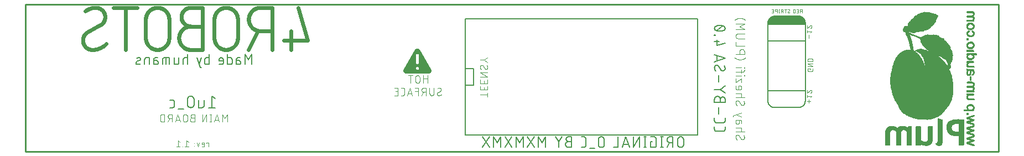
<source format=gbo>
G04 EAGLE Gerber RS-274X export*
G75*
%MOMM*%
%FSLAX34Y34*%
%LPD*%
%INSilkscreen Bottom*%
%IPPOS*%
%AMOC8*
5,1,8,0,0,1.08239X$1,22.5*%
G01*
%ADD10C,0.152400*%
%ADD11C,0.558800*%
%ADD12C,0.127000*%
%ADD13C,0.076200*%
%ADD14C,0.101600*%
%ADD15C,0.050800*%
%ADD16C,0.203200*%
%ADD17C,0.254000*%

G36*
X1410446Y48460D02*
X1410446Y48460D01*
X1410461Y48458D01*
X1411653Y48514D01*
X1411662Y48516D01*
X1411675Y48515D01*
X1412862Y48625D01*
X1412871Y48627D01*
X1412881Y48627D01*
X1414064Y48780D01*
X1414071Y48783D01*
X1414081Y48783D01*
X1415257Y48977D01*
X1415264Y48980D01*
X1415273Y48980D01*
X1416443Y49213D01*
X1416449Y49216D01*
X1416458Y49217D01*
X1417620Y49487D01*
X1417626Y49490D01*
X1417635Y49491D01*
X1418787Y49798D01*
X1418795Y49802D01*
X1418806Y49804D01*
X1420515Y50332D01*
X1420523Y50336D01*
X1420534Y50338D01*
X1421658Y50735D01*
X1421666Y50740D01*
X1421677Y50742D01*
X1423338Y51404D01*
X1423346Y51409D01*
X1423357Y51412D01*
X1424446Y51897D01*
X1424452Y51902D01*
X1424461Y51904D01*
X1425534Y52424D01*
X1425541Y52430D01*
X1425552Y52434D01*
X1427128Y53279D01*
X1427135Y53285D01*
X1427146Y53289D01*
X1428173Y53895D01*
X1428178Y53900D01*
X1428187Y53904D01*
X1429193Y54544D01*
X1429198Y54549D01*
X1429207Y54553D01*
X1430191Y55226D01*
X1430207Y55242D01*
X1430232Y55257D01*
X1431142Y56027D01*
X1431147Y56034D01*
X1431155Y56039D01*
X1432037Y56841D01*
X1432040Y56844D01*
X1432044Y56847D01*
X1432912Y57665D01*
X1432914Y57669D01*
X1432919Y57673D01*
X1434194Y58927D01*
X1434198Y58933D01*
X1434204Y58937D01*
X1435856Y60657D01*
X1435860Y60663D01*
X1435867Y60668D01*
X1437465Y62439D01*
X1437468Y62444D01*
X1437474Y62449D01*
X1438635Y63810D01*
X1438638Y63815D01*
X1438643Y63819D01*
X1439770Y65208D01*
X1439773Y65214D01*
X1439778Y65219D01*
X1440868Y66636D01*
X1440871Y66642D01*
X1440876Y66647D01*
X1441928Y68094D01*
X1441931Y68100D01*
X1441937Y68106D01*
X1442946Y69582D01*
X1442949Y69589D01*
X1442955Y69595D01*
X1443919Y71102D01*
X1443921Y71109D01*
X1443927Y71116D01*
X1444841Y72653D01*
X1444844Y72661D01*
X1444850Y72668D01*
X1445710Y74237D01*
X1445712Y74245D01*
X1445718Y74254D01*
X1446518Y75854D01*
X1446520Y75863D01*
X1446527Y75872D01*
X1447260Y77503D01*
X1447262Y77511D01*
X1447268Y77520D01*
X1447717Y78625D01*
X1447718Y78632D01*
X1447722Y78639D01*
X1448137Y79757D01*
X1448138Y79765D01*
X1448142Y79773D01*
X1448520Y80904D01*
X1448521Y80911D01*
X1448525Y80920D01*
X1448864Y82063D01*
X1448865Y82072D01*
X1448869Y82081D01*
X1449166Y83236D01*
X1449166Y83244D01*
X1449170Y83254D01*
X1449423Y84420D01*
X1449423Y84426D01*
X1449426Y84434D01*
X1449535Y85020D01*
X1449534Y85027D01*
X1449537Y85034D01*
X1449906Y87388D01*
X1449906Y87394D01*
X1449908Y87400D01*
X1450145Y89173D01*
X1450145Y89179D01*
X1450147Y89186D01*
X1450272Y90372D01*
X1450272Y90378D01*
X1450273Y90385D01*
X1450414Y92168D01*
X1450414Y92174D01*
X1450415Y92181D01*
X1450479Y93372D01*
X1450479Y93377D01*
X1450480Y93383D01*
X1450534Y95171D01*
X1450534Y95176D01*
X1450535Y95183D01*
X1450544Y96375D01*
X1450543Y96380D01*
X1450544Y96386D01*
X1450519Y98174D01*
X1450518Y98180D01*
X1450519Y98186D01*
X1450453Y99897D01*
X1450451Y99974D01*
X1450449Y99979D01*
X1450450Y99986D01*
X1450340Y101771D01*
X1450338Y101776D01*
X1450339Y101782D01*
X1450188Y103564D01*
X1450187Y103569D01*
X1450187Y103575D01*
X1449998Y105354D01*
X1449997Y105359D01*
X1449997Y105364D01*
X1449770Y107139D01*
X1449769Y107143D01*
X1449769Y107149D01*
X1449506Y108918D01*
X1449504Y108923D01*
X1449504Y108928D01*
X1449204Y110692D01*
X1449203Y110696D01*
X1449202Y110702D01*
X1448866Y112459D01*
X1448864Y112464D01*
X1448863Y112470D01*
X1448487Y114219D01*
X1448485Y114223D01*
X1448485Y114229D01*
X1448210Y115389D01*
X1448208Y115392D01*
X1448208Y115395D01*
X1447774Y117130D01*
X1447771Y117135D01*
X1447770Y117142D01*
X1447453Y118291D01*
X1447450Y118298D01*
X1447448Y118307D01*
X1447093Y119445D01*
X1447090Y119451D01*
X1447089Y119458D01*
X1446702Y120586D01*
X1446699Y120591D01*
X1446697Y120599D01*
X1446281Y121716D01*
X1446278Y121722D01*
X1446276Y121730D01*
X1445602Y123387D01*
X1445599Y123392D01*
X1445597Y123400D01*
X1445116Y124492D01*
X1445112Y124497D01*
X1445110Y124504D01*
X1444621Y125534D01*
X1444637Y125545D01*
X1444655Y125572D01*
X1444687Y125602D01*
X1445727Y127014D01*
X1446117Y127414D01*
X1446139Y127448D01*
X1446179Y127493D01*
X1446485Y127969D01*
X1446493Y127988D01*
X1446506Y128004D01*
X1446548Y128130D01*
X1446557Y128154D01*
X1446557Y128158D01*
X1446559Y128162D01*
X1446650Y128751D01*
X1446649Y128766D01*
X1446654Y128783D01*
X1446707Y129377D01*
X1446706Y129392D01*
X1446709Y129411D01*
X1446722Y130007D01*
X1446718Y130026D01*
X1446721Y130049D01*
X1446683Y130644D01*
X1446677Y130667D01*
X1446676Y130698D01*
X1446574Y131285D01*
X1446563Y131313D01*
X1446557Y131354D01*
X1446212Y132412D01*
X1446208Y132852D01*
X1446340Y133285D01*
X1446592Y133692D01*
X1446967Y134084D01*
X1447007Y134149D01*
X1447054Y134210D01*
X1447061Y134235D01*
X1447072Y134253D01*
X1447080Y134296D01*
X1447101Y134369D01*
X1447171Y134947D01*
X1447170Y134960D01*
X1447174Y134977D01*
X1447245Y136152D01*
X1447271Y136365D01*
X1447516Y136426D01*
X1447544Y136440D01*
X1447584Y136449D01*
X1448085Y136655D01*
X1448094Y136661D01*
X1448105Y136663D01*
X1448176Y136716D01*
X1448250Y136765D01*
X1448256Y136775D01*
X1448265Y136781D01*
X1448310Y136857D01*
X1448359Y136932D01*
X1448360Y136943D01*
X1448366Y136952D01*
X1448394Y137116D01*
X1448394Y139337D01*
X1448597Y139612D01*
X1449010Y139946D01*
X1449025Y139965D01*
X1449036Y139973D01*
X1449037Y139973D01*
X1449050Y139983D01*
X1449452Y140389D01*
X1449495Y140453D01*
X1449543Y140514D01*
X1449550Y140538D01*
X1449561Y140555D01*
X1449569Y140599D01*
X1449592Y140673D01*
X1449672Y141258D01*
X1449671Y141282D01*
X1449677Y141305D01*
X1449674Y141325D01*
X1449676Y141335D01*
X1449670Y141360D01*
X1449662Y141423D01*
X1449659Y141457D01*
X1449657Y141462D01*
X1449656Y141470D01*
X1449485Y142037D01*
X1449477Y142052D01*
X1449473Y142072D01*
X1449301Y142519D01*
X1449301Y143618D01*
X1449293Y143661D01*
X1449282Y143755D01*
X1449134Y144278D01*
X1449089Y144796D01*
X1449089Y145749D01*
X1449307Y145952D01*
X1449770Y146261D01*
X1449804Y146296D01*
X1449846Y146323D01*
X1449874Y146365D01*
X1449910Y146402D01*
X1449928Y146448D01*
X1449955Y146489D01*
X1449969Y146548D01*
X1449984Y146586D01*
X1449983Y146614D01*
X1449991Y146651D01*
X1450021Y147244D01*
X1450017Y147274D01*
X1450020Y147315D01*
X1449965Y147908D01*
X1449953Y147947D01*
X1449946Y148005D01*
X1449776Y148575D01*
X1449773Y148580D01*
X1449773Y148585D01*
X1449696Y148733D01*
X1449418Y149102D01*
X1449351Y149564D01*
X1449338Y149603D01*
X1449326Y149665D01*
X1449127Y150208D01*
X1448989Y150658D01*
X1449009Y151169D01*
X1449003Y151204D01*
X1448991Y151320D01*
X1448837Y151881D01*
X1448817Y151921D01*
X1448793Y151990D01*
X1448618Y152307D01*
X1448713Y152597D01*
X1448947Y152981D01*
X1448970Y153044D01*
X1449001Y153103D01*
X1449004Y153136D01*
X1449015Y153168D01*
X1449011Y153235D01*
X1449017Y153301D01*
X1449006Y153338D01*
X1449004Y153366D01*
X1448987Y153403D01*
X1448969Y153461D01*
X1448707Y153996D01*
X1448699Y154007D01*
X1448698Y154010D01*
X1448696Y154013D01*
X1448690Y154028D01*
X1448389Y154543D01*
X1448385Y154548D01*
X1448382Y154555D01*
X1447120Y156576D01*
X1446516Y157584D01*
X1446246Y158081D01*
X1446113Y158381D01*
X1446264Y158654D01*
X1446271Y158677D01*
X1446318Y158804D01*
X1446426Y159384D01*
X1446425Y159423D01*
X1446434Y159460D01*
X1446423Y159538D01*
X1446423Y159583D01*
X1446415Y159601D01*
X1446411Y159625D01*
X1446234Y160189D01*
X1446226Y160203D01*
X1446223Y160220D01*
X1446139Y160362D01*
X1446138Y160363D01*
X1445364Y161271D01*
X1445361Y161273D01*
X1445359Y161277D01*
X1443134Y163797D01*
X1443162Y164108D01*
X1443158Y164148D01*
X1443163Y164188D01*
X1443146Y164261D01*
X1443141Y164305D01*
X1443131Y164324D01*
X1443124Y164350D01*
X1442891Y164895D01*
X1442866Y164931D01*
X1442831Y164999D01*
X1442472Y165475D01*
X1442455Y165490D01*
X1442439Y165515D01*
X1442032Y165951D01*
X1442024Y165956D01*
X1442017Y165966D01*
X1441166Y166802D01*
X1441161Y166805D01*
X1441156Y166812D01*
X1439845Y168028D01*
X1439840Y168031D01*
X1439836Y168035D01*
X1437612Y170011D01*
X1437227Y170369D01*
X1436967Y170779D01*
X1436766Y171274D01*
X1436585Y171824D01*
X1436579Y171836D01*
X1436575Y171852D01*
X1436355Y172406D01*
X1436345Y172422D01*
X1436341Y172439D01*
X1436254Y172561D01*
X1436247Y172573D01*
X1436245Y172573D01*
X1436244Y172575D01*
X1435833Y172986D01*
X1435763Y173032D01*
X1435696Y173083D01*
X1435679Y173088D01*
X1435667Y173096D01*
X1435623Y173104D01*
X1435536Y173129D01*
X1434945Y173196D01*
X1434920Y173194D01*
X1434887Y173199D01*
X1434334Y173197D01*
X1434089Y173239D01*
X1433915Y173522D01*
X1433867Y173574D01*
X1433825Y173632D01*
X1433800Y173646D01*
X1433780Y173668D01*
X1433715Y173697D01*
X1433654Y173733D01*
X1433621Y173739D01*
X1433598Y173749D01*
X1433556Y173750D01*
X1433490Y173761D01*
X1432955Y173761D01*
X1432482Y173879D01*
X1431986Y174092D01*
X1430944Y174622D01*
X1430932Y174625D01*
X1430923Y174632D01*
X1430762Y174674D01*
X1430200Y174724D01*
X1429737Y174824D01*
X1429010Y175222D01*
X1429007Y175429D01*
X1429041Y175973D01*
X1429039Y175988D01*
X1429042Y176003D01*
X1429026Y176087D01*
X1429014Y176170D01*
X1429006Y176183D01*
X1429003Y176198D01*
X1428914Y176339D01*
X1428516Y176780D01*
X1428481Y176807D01*
X1428411Y176869D01*
X1427909Y177186D01*
X1427868Y177201D01*
X1427826Y177221D01*
X1427800Y177237D01*
X1427791Y177238D01*
X1427782Y177243D01*
X1427254Y177396D01*
X1426761Y177640D01*
X1426738Y177646D01*
X1426711Y177661D01*
X1426208Y177844D01*
X1426169Y177850D01*
X1426114Y177868D01*
X1425734Y177928D01*
X1425401Y178141D01*
X1425346Y178162D01*
X1425296Y178192D01*
X1425248Y178200D01*
X1425216Y178213D01*
X1425180Y178212D01*
X1425131Y178220D01*
X1423996Y178220D01*
X1422891Y178475D01*
X1422846Y178477D01*
X1422766Y178488D01*
X1422211Y178474D01*
X1421764Y178533D01*
X1421314Y178768D01*
X1421311Y178769D01*
X1421308Y178771D01*
X1421150Y178820D01*
X1420584Y178897D01*
X1420539Y178894D01*
X1420462Y178898D01*
X1419297Y178768D01*
X1412976Y178577D01*
X1412787Y178766D01*
X1412471Y179156D01*
X1412420Y179198D01*
X1412376Y179246D01*
X1412344Y179261D01*
X1412318Y179283D01*
X1412255Y179302D01*
X1412195Y179329D01*
X1412155Y179331D01*
X1412127Y179340D01*
X1412088Y179335D01*
X1412029Y179339D01*
X1411437Y179274D01*
X1411399Y179262D01*
X1411340Y179254D01*
X1410772Y179073D01*
X1410739Y179054D01*
X1410685Y179036D01*
X1410226Y178786D01*
X1409781Y178690D01*
X1409259Y178703D01*
X1409207Y178694D01*
X1409155Y178695D01*
X1409101Y178675D01*
X1409063Y178668D01*
X1409037Y178652D01*
X1408999Y178638D01*
X1408532Y178372D01*
X1408049Y178228D01*
X1407494Y178143D01*
X1407452Y178127D01*
X1407367Y178106D01*
X1406825Y177864D01*
X1406799Y177846D01*
X1406695Y177780D01*
X1406429Y177543D01*
X1406126Y177591D01*
X1406081Y177589D01*
X1405994Y177594D01*
X1405467Y177537D01*
X1405389Y177512D01*
X1405310Y177493D01*
X1405295Y177482D01*
X1405277Y177477D01*
X1405216Y177424D01*
X1405150Y177375D01*
X1405139Y177358D01*
X1405126Y177347D01*
X1405107Y177307D01*
X1405060Y177235D01*
X1404928Y176919D01*
X1404922Y176921D01*
X1404881Y176946D01*
X1404830Y176955D01*
X1404780Y176973D01*
X1404732Y176970D01*
X1404685Y176978D01*
X1404634Y176965D01*
X1404582Y176963D01*
X1404539Y176942D01*
X1404492Y176930D01*
X1404450Y176899D01*
X1404403Y176876D01*
X1404364Y176834D01*
X1404333Y176811D01*
X1404317Y176784D01*
X1404289Y176754D01*
X1404081Y176439D01*
X1403719Y176379D01*
X1403707Y176375D01*
X1403694Y176374D01*
X1403539Y176312D01*
X1402561Y175714D01*
X1402059Y175509D01*
X1402047Y175501D01*
X1402030Y175496D01*
X1401551Y175264D01*
X1401521Y175242D01*
X1401487Y175227D01*
X1401429Y175171D01*
X1401393Y175144D01*
X1401384Y175128D01*
X1401367Y175111D01*
X1401136Y174798D01*
X1400816Y174749D01*
X1400387Y174781D01*
X1399966Y174996D01*
X1399537Y175253D01*
X1399510Y175263D01*
X1399487Y175280D01*
X1399417Y175296D01*
X1399350Y175319D01*
X1399321Y175318D01*
X1399293Y175324D01*
X1399193Y175310D01*
X1399151Y175307D01*
X1399142Y175303D01*
X1399129Y175301D01*
X1398988Y175256D01*
X1398944Y175355D01*
X1398907Y175407D01*
X1398879Y175463D01*
X1398850Y175487D01*
X1398829Y175517D01*
X1398775Y175550D01*
X1398727Y175591D01*
X1398686Y175605D01*
X1398659Y175622D01*
X1398622Y175627D01*
X1398569Y175645D01*
X1398190Y175708D01*
X1398164Y175707D01*
X1398140Y175714D01*
X1398029Y175703D01*
X1397994Y175701D01*
X1397958Y175814D01*
X1397927Y175869D01*
X1397905Y175928D01*
X1397879Y175955D01*
X1397860Y175988D01*
X1397810Y176026D01*
X1397767Y176072D01*
X1397732Y176086D01*
X1397703Y176109D01*
X1397642Y176125D01*
X1397584Y176150D01*
X1397541Y176152D01*
X1397511Y176160D01*
X1397473Y176154D01*
X1397418Y176156D01*
X1396666Y176057D01*
X1396453Y176304D01*
X1396386Y176356D01*
X1396323Y176412D01*
X1396307Y176418D01*
X1396296Y176426D01*
X1396253Y176438D01*
X1396167Y176470D01*
X1395882Y176523D01*
X1395688Y176835D01*
X1395640Y176885D01*
X1395599Y176941D01*
X1395573Y176957D01*
X1395552Y176979D01*
X1395488Y177007D01*
X1395428Y177043D01*
X1395394Y177048D01*
X1395370Y177059D01*
X1395328Y177060D01*
X1395264Y177070D01*
X1394763Y177070D01*
X1394335Y177239D01*
X1394304Y177245D01*
X1394267Y177261D01*
X1393820Y177367D01*
X1393730Y177370D01*
X1393639Y177376D01*
X1393629Y177373D01*
X1393621Y177373D01*
X1393585Y177359D01*
X1393493Y177331D01*
X1393451Y177410D01*
X1393396Y177477D01*
X1393345Y177546D01*
X1393333Y177553D01*
X1393325Y177564D01*
X1393248Y177604D01*
X1393174Y177648D01*
X1393159Y177650D01*
X1393148Y177656D01*
X1393105Y177659D01*
X1393010Y177675D01*
X1392452Y177675D01*
X1392041Y177738D01*
X1392029Y177738D01*
X1392017Y177741D01*
X1392010Y177741D01*
X1391991Y177756D01*
X1391695Y177934D01*
X1391459Y178333D01*
X1391418Y178378D01*
X1391385Y178429D01*
X1391348Y178456D01*
X1391325Y178480D01*
X1391292Y178496D01*
X1391250Y178526D01*
X1390835Y178730D01*
X1390830Y178732D01*
X1390826Y178735D01*
X1390734Y178757D01*
X1390642Y178781D01*
X1390637Y178780D01*
X1390633Y178781D01*
X1390468Y178760D01*
X1390226Y178685D01*
X1390106Y178839D01*
X1390087Y178856D01*
X1390074Y178877D01*
X1390012Y178920D01*
X1389955Y178969D01*
X1389931Y178976D01*
X1389911Y178991D01*
X1389801Y179017D01*
X1389765Y179029D01*
X1389758Y179028D01*
X1389749Y179030D01*
X1389629Y179039D01*
X1389625Y179168D01*
X1389612Y179225D01*
X1389609Y179284D01*
X1389590Y179321D01*
X1389581Y179362D01*
X1389547Y179410D01*
X1389521Y179462D01*
X1389489Y179489D01*
X1389465Y179523D01*
X1389414Y179554D01*
X1389370Y179592D01*
X1389330Y179604D01*
X1389294Y179626D01*
X1389236Y179634D01*
X1389180Y179652D01*
X1389132Y179649D01*
X1389098Y179654D01*
X1389064Y179645D01*
X1389014Y179642D01*
X1388461Y179515D01*
X1388453Y179511D01*
X1388442Y179510D01*
X1388141Y179428D01*
X1387969Y179595D01*
X1387933Y179618D01*
X1387854Y179679D01*
X1387391Y179923D01*
X1387369Y179930D01*
X1387239Y179974D01*
X1386832Y180041D01*
X1386512Y180346D01*
X1386432Y180397D01*
X1386354Y180448D01*
X1386348Y180450D01*
X1386344Y180452D01*
X1386314Y180457D01*
X1386191Y180484D01*
X1385850Y180500D01*
X1385723Y180680D01*
X1385658Y180741D01*
X1385595Y180806D01*
X1385585Y180810D01*
X1385579Y180816D01*
X1385541Y180830D01*
X1385444Y180875D01*
X1385185Y180944D01*
X1385072Y181184D01*
X1385020Y181254D01*
X1384972Y181327D01*
X1384961Y181335D01*
X1384954Y181344D01*
X1384917Y181366D01*
X1384836Y181423D01*
X1384486Y181591D01*
X1384478Y181593D01*
X1384472Y181597D01*
X1384382Y181617D01*
X1384293Y181640D01*
X1384285Y181638D01*
X1384278Y181640D01*
X1384114Y181615D01*
X1383670Y181469D01*
X1383660Y181471D01*
X1383587Y181615D01*
X1383555Y181656D01*
X1383531Y181702D01*
X1383494Y181733D01*
X1383464Y181771D01*
X1383418Y181796D01*
X1383378Y181829D01*
X1383332Y181843D01*
X1383289Y181866D01*
X1383238Y181872D01*
X1383188Y181887D01*
X1383131Y181882D01*
X1383091Y181886D01*
X1383063Y181877D01*
X1383022Y181874D01*
X1382756Y181809D01*
X1382618Y181986D01*
X1382609Y181994D01*
X1382603Y182004D01*
X1382475Y182110D01*
X1382122Y182314D01*
X1382050Y182417D01*
X1382097Y183439D01*
X1382094Y183458D01*
X1382098Y183483D01*
X1382078Y183943D01*
X1382183Y183863D01*
X1382209Y183851D01*
X1382239Y183827D01*
X1382757Y183533D01*
X1382785Y183524D01*
X1382817Y183505D01*
X1383336Y183295D01*
X1383775Y183040D01*
X1384607Y182290D01*
X1384679Y182247D01*
X1384749Y182200D01*
X1384765Y182197D01*
X1384778Y182189D01*
X1384861Y182178D01*
X1384944Y182162D01*
X1384961Y182165D01*
X1384975Y182163D01*
X1385018Y182175D01*
X1385108Y182190D01*
X1385526Y182338D01*
X1385900Y182246D01*
X1386942Y181790D01*
X1387465Y181531D01*
X1387509Y181519D01*
X1387589Y181489D01*
X1388172Y181372D01*
X1388213Y181372D01*
X1388273Y181362D01*
X1388868Y181366D01*
X1388880Y181368D01*
X1388891Y181367D01*
X1389053Y181403D01*
X1389465Y181570D01*
X1389928Y181541D01*
X1391093Y181384D01*
X1391132Y181386D01*
X1391188Y181380D01*
X1391779Y181414D01*
X1391783Y181415D01*
X1391786Y181414D01*
X1391948Y181454D01*
X1392490Y181687D01*
X1392493Y181689D01*
X1392503Y181696D01*
X1392630Y181777D01*
X1393031Y182139D01*
X1393380Y182340D01*
X1393856Y182388D01*
X1394431Y182419D01*
X1397404Y182485D01*
X1397409Y182486D01*
X1397416Y182485D01*
X1398011Y182513D01*
X1398086Y182531D01*
X1398162Y182543D01*
X1398184Y182556D01*
X1398204Y182561D01*
X1398240Y182588D01*
X1398306Y182626D01*
X1398714Y182963D01*
X1398737Y182991D01*
X1398766Y183012D01*
X1398799Y183067D01*
X1398840Y183117D01*
X1398849Y183152D01*
X1398868Y183182D01*
X1398882Y183265D01*
X1398894Y183308D01*
X1398892Y183325D01*
X1398896Y183346D01*
X1398896Y183439D01*
X1400221Y183584D01*
X1401986Y183711D01*
X1402559Y183727D01*
X1403114Y183717D01*
X1403675Y183640D01*
X1403698Y183642D01*
X1403729Y183636D01*
X1404322Y183619D01*
X1404325Y183620D01*
X1404328Y183619D01*
X1404492Y183644D01*
X1405055Y183831D01*
X1405058Y183832D01*
X1405061Y183833D01*
X1405207Y183912D01*
X1405674Y184279D01*
X1405694Y184303D01*
X1405727Y184328D01*
X1406124Y184746D01*
X1406405Y185001D01*
X1407413Y185030D01*
X1407427Y185034D01*
X1407445Y185032D01*
X1408038Y185087D01*
X1408061Y185094D01*
X1408091Y185095D01*
X1408675Y185213D01*
X1408710Y185228D01*
X1408748Y185234D01*
X1408817Y185273D01*
X1408858Y185291D01*
X1408871Y185305D01*
X1408892Y185316D01*
X1409345Y185687D01*
X1409370Y185719D01*
X1409416Y185759D01*
X1409697Y186105D01*
X1409960Y186188D01*
X1410460Y186152D01*
X1410472Y186154D01*
X1410486Y186151D01*
X1411082Y186140D01*
X1411123Y186147D01*
X1411226Y186158D01*
X1411781Y186313D01*
X1411845Y186346D01*
X1411912Y186371D01*
X1411936Y186392D01*
X1411958Y186404D01*
X1411985Y186437D01*
X1412036Y186482D01*
X1412401Y186939D01*
X1412761Y187347D01*
X1413113Y187638D01*
X1413581Y187784D01*
X1413595Y187791D01*
X1413615Y187796D01*
X1414158Y188010D01*
X1414215Y188047D01*
X1414277Y188076D01*
X1414302Y188103D01*
X1414325Y188118D01*
X1414348Y188152D01*
X1414391Y188197D01*
X1414707Y188671D01*
X1415000Y189038D01*
X1415396Y189289D01*
X1415905Y189501D01*
X1415971Y189546D01*
X1416040Y189585D01*
X1416052Y189601D01*
X1416070Y189613D01*
X1416113Y189679D01*
X1416161Y189742D01*
X1416168Y189764D01*
X1416178Y189780D01*
X1416186Y189824D01*
X1416209Y189902D01*
X1416265Y190362D01*
X1416350Y190678D01*
X1416618Y190932D01*
X1417052Y191127D01*
X1417589Y191295D01*
X1417617Y191311D01*
X1417648Y191318D01*
X1417724Y191370D01*
X1417763Y191392D01*
X1417772Y191403D01*
X1417786Y191412D01*
X1418210Y191821D01*
X1418264Y191900D01*
X1418319Y191976D01*
X1418321Y191982D01*
X1418323Y191985D01*
X1418329Y192013D01*
X1418361Y192137D01*
X1418386Y192419D01*
X1418634Y192553D01*
X1419159Y192732D01*
X1419237Y192778D01*
X1419318Y192822D01*
X1419324Y192829D01*
X1419331Y192833D01*
X1419353Y192863D01*
X1419426Y192948D01*
X1419682Y193375D01*
X1419696Y193416D01*
X1419729Y193479D01*
X1419848Y193849D01*
X1420180Y194107D01*
X1420662Y194421D01*
X1420694Y194452D01*
X1420754Y194498D01*
X1421144Y194913D01*
X1421191Y194989D01*
X1421241Y195062D01*
X1421243Y195073D01*
X1421249Y195083D01*
X1421262Y195170D01*
X1421279Y195257D01*
X1421277Y195269D01*
X1421279Y195279D01*
X1421269Y195319D01*
X1421251Y195421D01*
X1421147Y195717D01*
X1421293Y195908D01*
X1421684Y196265D01*
X1422140Y196613D01*
X1422148Y196622D01*
X1422162Y196631D01*
X1422613Y197017D01*
X1422634Y197043D01*
X1422714Y197134D01*
X1423026Y197639D01*
X1423033Y197659D01*
X1423050Y197682D01*
X1423263Y198119D01*
X1423628Y198473D01*
X1423645Y198498D01*
X1423675Y198525D01*
X1424040Y198995D01*
X1424059Y199034D01*
X1424111Y199119D01*
X1424328Y199671D01*
X1424328Y199672D01*
X1424329Y199673D01*
X1424345Y199769D01*
X1424362Y199866D01*
X1424362Y199868D01*
X1424362Y199869D01*
X1424329Y200032D01*
X1424132Y200546D01*
X1424113Y200576D01*
X1424102Y200610D01*
X1424049Y200675D01*
X1424025Y200713D01*
X1424011Y200723D01*
X1423998Y200740D01*
X1423959Y200774D01*
X1424036Y200907D01*
X1424373Y201342D01*
X1424754Y201782D01*
X1424772Y201815D01*
X1424806Y201856D01*
X1425107Y202367D01*
X1425121Y202407D01*
X1425143Y202443D01*
X1425153Y202500D01*
X1425172Y202555D01*
X1425169Y202597D01*
X1425175Y202639D01*
X1425161Y202709D01*
X1425158Y202753D01*
X1425147Y202773D01*
X1425141Y202802D01*
X1425008Y203142D01*
X1425069Y203328D01*
X1425419Y203566D01*
X1425433Y203580D01*
X1425454Y203592D01*
X1425900Y203955D01*
X1425930Y203992D01*
X1425967Y204022D01*
X1425992Y204068D01*
X1426026Y204109D01*
X1426039Y204155D01*
X1426062Y204197D01*
X1426070Y204260D01*
X1426081Y204300D01*
X1426078Y204327D01*
X1426083Y204362D01*
X1426066Y204781D01*
X1426212Y205023D01*
X1426595Y205385D01*
X1426627Y205432D01*
X1426668Y205472D01*
X1426688Y205518D01*
X1426709Y205548D01*
X1426716Y205581D01*
X1426735Y205624D01*
X1426880Y206194D01*
X1426881Y206205D01*
X1426885Y206216D01*
X1426891Y206382D01*
X1426853Y206673D01*
X1427101Y206899D01*
X1427133Y206941D01*
X1427171Y206977D01*
X1427191Y207021D01*
X1427219Y207059D01*
X1427231Y207110D01*
X1427252Y207159D01*
X1427255Y207215D01*
X1427264Y207252D01*
X1427259Y207283D01*
X1427261Y207325D01*
X1427209Y207776D01*
X1427206Y207786D01*
X1427207Y207795D01*
X1427176Y207888D01*
X1427166Y207929D01*
X1427159Y207938D01*
X1427154Y207953D01*
X1426884Y208462D01*
X1426655Y208955D01*
X1426593Y209038D01*
X1426537Y209114D01*
X1426537Y209115D01*
X1426450Y209166D01*
X1426366Y209215D01*
X1426366Y209216D01*
X1426365Y209216D01*
X1426360Y209216D01*
X1426202Y209243D01*
X1425623Y209243D01*
X1425192Y209272D01*
X1424810Y209517D01*
X1424790Y209525D01*
X1424773Y209539D01*
X1424652Y209579D01*
X1424625Y209589D01*
X1424620Y209589D01*
X1424615Y209591D01*
X1424443Y209617D01*
X1424428Y209807D01*
X1424410Y209872D01*
X1424400Y209938D01*
X1424382Y209971D01*
X1424374Y209998D01*
X1424348Y210030D01*
X1424318Y210083D01*
X1424026Y210443D01*
X1423960Y210497D01*
X1423897Y210555D01*
X1423884Y210560D01*
X1423873Y210569D01*
X1423791Y210593D01*
X1423710Y210622D01*
X1423694Y210621D01*
X1423682Y210625D01*
X1423638Y210620D01*
X1423544Y210618D01*
X1421807Y210281D01*
X1421245Y210218D01*
X1421092Y210207D01*
X1421055Y210352D01*
X1420950Y210920D01*
X1420946Y210929D01*
X1420945Y210940D01*
X1420882Y211094D01*
X1420569Y211592D01*
X1420561Y211600D01*
X1420557Y211611D01*
X1420493Y211672D01*
X1420432Y211736D01*
X1420422Y211741D01*
X1420413Y211748D01*
X1420260Y211813D01*
X1419696Y211945D01*
X1419641Y211946D01*
X1419586Y211958D01*
X1419534Y211949D01*
X1419498Y211950D01*
X1419467Y211938D01*
X1419422Y211931D01*
X1418859Y211740D01*
X1418847Y211733D01*
X1418829Y211728D01*
X1418291Y211506D01*
X1417830Y211346D01*
X1417745Y211349D01*
X1417709Y211534D01*
X1417703Y211548D01*
X1417701Y211567D01*
X1417547Y212142D01*
X1417536Y212165D01*
X1417531Y212190D01*
X1417491Y212254D01*
X1417458Y212320D01*
X1417439Y212337D01*
X1417425Y212358D01*
X1417336Y212424D01*
X1417307Y212449D01*
X1417299Y212452D01*
X1417292Y212458D01*
X1416952Y212630D01*
X1416936Y212635D01*
X1416922Y212645D01*
X1416841Y212661D01*
X1416761Y212684D01*
X1416744Y212681D01*
X1416728Y212685D01*
X1416565Y212658D01*
X1416564Y212658D01*
X1416563Y212658D01*
X1416028Y212474D01*
X1415496Y212355D01*
X1415062Y212300D01*
X1414880Y212378D01*
X1414785Y212714D01*
X1414771Y212741D01*
X1414765Y212770D01*
X1414726Y212828D01*
X1414694Y212891D01*
X1414671Y212910D01*
X1414654Y212935D01*
X1414574Y212991D01*
X1414541Y213018D01*
X1414530Y213022D01*
X1414517Y213030D01*
X1414001Y213274D01*
X1413943Y213288D01*
X1413889Y213311D01*
X1413841Y213313D01*
X1413808Y213321D01*
X1413773Y213316D01*
X1413723Y213318D01*
X1412599Y213170D01*
X1412099Y213210D01*
X1411564Y213346D01*
X1411522Y213348D01*
X1411422Y213361D01*
X1410831Y213338D01*
X1410791Y213328D01*
X1410689Y213311D01*
X1409655Y212957D01*
X1409372Y212973D01*
X1409120Y213253D01*
X1409077Y213284D01*
X1409042Y213322D01*
X1408991Y213347D01*
X1408959Y213371D01*
X1408930Y213378D01*
X1408893Y213396D01*
X1408383Y213550D01*
X1408362Y213552D01*
X1408342Y213560D01*
X1408263Y213561D01*
X1408185Y213568D01*
X1408165Y213562D01*
X1408143Y213562D01*
X1408022Y213516D01*
X1407995Y213508D01*
X1407992Y213505D01*
X1407987Y213503D01*
X1407484Y213210D01*
X1407290Y213109D01*
X1407165Y213229D01*
X1406836Y213644D01*
X1406777Y213694D01*
X1406722Y213748D01*
X1406701Y213757D01*
X1406684Y213772D01*
X1406610Y213794D01*
X1406538Y213824D01*
X1406513Y213824D01*
X1406494Y213830D01*
X1406450Y213826D01*
X1406372Y213827D01*
X1406188Y213800D01*
X1406171Y213794D01*
X1406153Y213794D01*
X1406011Y213736D01*
X1406001Y213732D01*
X1406000Y213732D01*
X1405999Y213731D01*
X1405494Y213420D01*
X1405464Y213392D01*
X1405413Y213358D01*
X1405193Y213150D01*
X1404940Y213229D01*
X1404910Y213232D01*
X1404883Y213244D01*
X1404785Y213246D01*
X1404742Y213250D01*
X1404731Y213247D01*
X1404717Y213247D01*
X1404145Y213162D01*
X1404069Y213134D01*
X1403990Y213112D01*
X1403974Y213100D01*
X1403958Y213094D01*
X1403925Y213064D01*
X1403857Y213013D01*
X1403131Y212250D01*
X1402695Y212126D01*
X1402662Y212109D01*
X1402612Y212095D01*
X1402493Y212036D01*
X1402361Y212190D01*
X1402347Y212201D01*
X1402337Y212216D01*
X1402269Y212262D01*
X1402204Y212312D01*
X1402187Y212317D01*
X1402172Y212327D01*
X1402020Y212361D01*
X1402012Y212364D01*
X1402011Y212363D01*
X1402010Y212364D01*
X1401441Y212396D01*
X1401366Y212386D01*
X1401291Y212382D01*
X1401265Y212371D01*
X1401244Y212368D01*
X1401206Y212345D01*
X1401139Y212316D01*
X1400641Y211990D01*
X1400611Y211961D01*
X1400559Y211924D01*
X1400279Y211641D01*
X1400173Y211637D01*
X1399832Y211806D01*
X1399750Y211828D01*
X1399670Y211854D01*
X1399655Y211853D01*
X1399639Y211857D01*
X1399556Y211845D01*
X1399472Y211839D01*
X1399456Y211831D01*
X1399443Y211829D01*
X1399405Y211806D01*
X1399322Y211766D01*
X1398848Y211431D01*
X1398355Y211113D01*
X1398346Y211104D01*
X1398333Y211097D01*
X1397913Y210792D01*
X1397596Y210686D01*
X1397211Y210815D01*
X1397196Y210816D01*
X1397182Y210823D01*
X1397098Y210828D01*
X1397014Y210839D01*
X1396999Y210834D01*
X1396984Y210835D01*
X1396825Y210785D01*
X1396393Y210563D01*
X1396387Y210558D01*
X1396379Y210556D01*
X1396249Y210452D01*
X1395852Y210007D01*
X1395830Y209970D01*
X1395774Y209891D01*
X1395550Y209422D01*
X1395267Y209070D01*
X1395188Y209014D01*
X1395093Y209112D01*
X1395052Y209141D01*
X1395017Y209177D01*
X1394971Y209197D01*
X1394929Y209225D01*
X1394880Y209235D01*
X1394834Y209255D01*
X1394783Y209255D01*
X1394734Y209265D01*
X1394685Y209255D01*
X1394635Y209255D01*
X1394579Y209233D01*
X1394540Y209225D01*
X1394515Y209209D01*
X1394479Y209195D01*
X1394032Y208930D01*
X1394005Y208906D01*
X1393962Y208880D01*
X1393509Y208494D01*
X1393490Y208469D01*
X1393457Y208443D01*
X1393139Y208079D01*
X1392784Y207924D01*
X1392279Y207882D01*
X1392246Y207872D01*
X1392211Y207871D01*
X1392131Y207839D01*
X1392088Y207826D01*
X1392076Y207816D01*
X1392057Y207808D01*
X1391554Y207495D01*
X1391533Y207475D01*
X1391435Y207392D01*
X1391053Y206936D01*
X1391039Y206909D01*
X1391013Y206880D01*
X1390069Y205368D01*
X1389417Y204393D01*
X1388729Y203450D01*
X1388379Y203029D01*
X1388098Y202770D01*
X1387797Y202753D01*
X1387346Y202822D01*
X1387342Y202822D01*
X1387338Y202824D01*
X1387243Y202818D01*
X1387147Y202813D01*
X1387144Y202811D01*
X1387140Y202811D01*
X1386989Y202742D01*
X1386499Y202408D01*
X1386469Y202378D01*
X1386394Y202313D01*
X1386016Y201854D01*
X1386005Y201834D01*
X1385985Y201812D01*
X1384999Y200325D01*
X1384335Y199357D01*
X1383989Y198915D01*
X1383675Y198573D01*
X1383386Y198452D01*
X1383053Y198462D01*
X1382970Y198448D01*
X1382887Y198439D01*
X1382873Y198431D01*
X1382857Y198429D01*
X1382787Y198383D01*
X1382713Y198343D01*
X1382702Y198329D01*
X1382690Y198321D01*
X1382665Y198284D01*
X1382607Y198215D01*
X1382307Y197701D01*
X1382299Y197679D01*
X1382283Y197654D01*
X1382038Y197111D01*
X1382036Y197105D01*
X1382032Y197099D01*
X1381110Y194900D01*
X1381108Y194892D01*
X1381103Y194883D01*
X1380681Y193768D01*
X1380679Y193751D01*
X1380669Y193732D01*
X1380501Y193160D01*
X1380498Y193126D01*
X1380485Y193080D01*
X1380415Y192507D01*
X1380187Y191356D01*
X1380187Y191338D01*
X1380181Y191317D01*
X1380143Y190999D01*
X1380132Y190994D01*
X1379808Y191086D01*
X1379428Y191319D01*
X1379095Y191710D01*
X1379090Y191714D01*
X1379086Y191720D01*
X1378956Y191824D01*
X1378435Y192110D01*
X1378395Y192122D01*
X1378337Y192151D01*
X1377767Y192321D01*
X1377727Y192325D01*
X1377669Y192340D01*
X1377076Y192394D01*
X1377055Y192391D01*
X1376916Y192382D01*
X1376341Y192246D01*
X1376287Y192221D01*
X1376230Y192205D01*
X1376192Y192177D01*
X1376161Y192163D01*
X1376137Y192136D01*
X1376096Y192106D01*
X1375687Y191680D01*
X1375672Y191656D01*
X1375645Y191630D01*
X1374938Y190670D01*
X1374933Y190659D01*
X1374923Y190648D01*
X1374595Y190150D01*
X1374592Y190141D01*
X1374584Y190132D01*
X1374279Y189619D01*
X1374275Y189608D01*
X1374266Y189597D01*
X1373988Y189069D01*
X1373984Y189056D01*
X1373974Y189042D01*
X1373729Y188498D01*
X1373726Y188482D01*
X1373715Y188463D01*
X1373512Y187903D01*
X1373509Y187883D01*
X1373498Y187860D01*
X1373347Y187283D01*
X1373345Y187258D01*
X1373335Y187228D01*
X1373250Y186638D01*
X1373252Y186608D01*
X1373245Y186568D01*
X1373243Y185972D01*
X1373250Y185939D01*
X1373250Y185891D01*
X1373345Y185303D01*
X1373350Y185288D01*
X1373352Y185268D01*
X1373627Y184107D01*
X1373633Y184094D01*
X1373636Y184077D01*
X1373810Y183507D01*
X1373825Y183479D01*
X1373836Y183439D01*
X1374092Y182901D01*
X1374121Y182863D01*
X1374141Y182819D01*
X1374186Y182775D01*
X1374211Y182742D01*
X1374235Y182729D01*
X1374261Y182703D01*
X1374738Y182377D01*
X1374830Y182338D01*
X1374918Y182301D01*
X1374920Y182301D01*
X1374921Y182300D01*
X1374932Y182300D01*
X1375085Y182295D01*
X1376193Y182441D01*
X1376622Y182379D01*
X1376942Y182202D01*
X1377115Y181916D01*
X1377145Y181480D01*
X1377055Y180328D01*
X1377060Y180284D01*
X1377061Y180254D01*
X1377059Y180243D01*
X1377061Y180234D01*
X1377063Y180193D01*
X1377176Y179616D01*
X1377180Y179608D01*
X1377180Y179599D01*
X1377244Y179446D01*
X1377551Y178959D01*
X1378096Y177921D01*
X1378111Y177903D01*
X1378123Y177875D01*
X1378455Y177380D01*
X1378485Y177350D01*
X1378524Y177298D01*
X1378929Y176909D01*
X1379251Y176507D01*
X1379494Y176048D01*
X1379693Y175537D01*
X1379857Y174997D01*
X1379999Y174430D01*
X1380012Y174404D01*
X1380020Y174366D01*
X1380443Y173312D01*
X1380531Y172779D01*
X1380535Y172766D01*
X1380536Y172749D01*
X1380668Y172167D01*
X1380676Y172150D01*
X1380679Y172127D01*
X1380860Y171559D01*
X1380866Y171548D01*
X1380869Y171533D01*
X1381500Y169870D01*
X1381681Y169330D01*
X1381824Y168780D01*
X1382073Y167626D01*
X1382076Y167618D01*
X1382077Y167608D01*
X1382518Y165874D01*
X1382527Y165855D01*
X1382532Y165829D01*
X1382732Y165270D01*
X1382741Y165255D01*
X1382746Y165234D01*
X1382961Y164754D01*
X1383032Y164253D01*
X1383081Y163672D01*
X1383089Y163646D01*
X1383091Y163609D01*
X1383217Y163026D01*
X1383220Y163020D01*
X1383221Y163012D01*
X1383364Y162434D01*
X1383368Y162426D01*
X1383369Y162415D01*
X1383535Y161842D01*
X1383537Y161838D01*
X1383538Y161832D01*
X1383716Y161264D01*
X1383720Y161255D01*
X1383723Y161242D01*
X1383907Y160733D01*
X1384056Y159605D01*
X1384061Y159590D01*
X1384062Y159570D01*
X1384181Y158986D01*
X1384189Y158967D01*
X1384192Y158942D01*
X1384534Y157812D01*
X1384673Y157258D01*
X1384782Y156697D01*
X1384960Y155528D01*
X1384966Y155512D01*
X1384967Y155491D01*
X1385077Y155016D01*
X1385023Y155020D01*
X1383878Y155236D01*
X1383867Y155236D01*
X1383854Y155240D01*
X1383263Y155321D01*
X1383252Y155320D01*
X1383239Y155324D01*
X1382051Y155429D01*
X1382037Y155427D01*
X1382019Y155430D01*
X1380827Y155458D01*
X1380812Y155455D01*
X1380794Y155457D01*
X1379603Y155407D01*
X1379592Y155404D01*
X1379579Y155405D01*
X1378985Y155351D01*
X1378974Y155348D01*
X1378961Y155348D01*
X1377780Y155182D01*
X1377770Y155178D01*
X1377756Y155178D01*
X1377170Y155066D01*
X1377160Y155061D01*
X1377147Y155060D01*
X1375988Y154780D01*
X1375978Y154775D01*
X1375964Y154773D01*
X1375392Y154605D01*
X1375383Y154600D01*
X1375369Y154597D01*
X1374243Y154205D01*
X1374231Y154197D01*
X1374213Y154193D01*
X1373115Y153728D01*
X1373103Y153720D01*
X1373086Y153714D01*
X1372020Y153179D01*
X1372012Y153172D01*
X1371999Y153167D01*
X1371480Y152874D01*
X1371471Y152866D01*
X1371458Y152861D01*
X1370452Y152222D01*
X1370442Y152213D01*
X1370428Y152206D01*
X1369459Y151511D01*
X1369454Y151505D01*
X1369445Y151500D01*
X1368973Y151136D01*
X1368968Y151130D01*
X1368960Y151125D01*
X1368042Y150365D01*
X1368037Y150359D01*
X1368028Y150354D01*
X1367583Y149958D01*
X1367578Y149951D01*
X1367570Y149946D01*
X1366706Y149124D01*
X1366700Y149115D01*
X1366690Y149108D01*
X1365865Y148247D01*
X1365861Y148240D01*
X1365853Y148234D01*
X1365456Y147790D01*
X1365452Y147783D01*
X1365444Y147777D01*
X1364681Y146861D01*
X1364677Y146854D01*
X1364670Y146848D01*
X1364304Y146377D01*
X1364300Y146370D01*
X1364294Y146363D01*
X1363595Y145397D01*
X1363591Y145390D01*
X1363585Y145383D01*
X1363252Y144888D01*
X1363249Y144881D01*
X1363243Y144874D01*
X1362612Y143862D01*
X1362610Y143854D01*
X1362603Y143847D01*
X1362306Y143330D01*
X1362303Y143323D01*
X1362297Y143315D01*
X1361738Y142262D01*
X1361735Y142252D01*
X1361728Y142242D01*
X1361217Y141164D01*
X1361215Y141157D01*
X1361210Y141149D01*
X1360974Y140601D01*
X1360972Y140593D01*
X1360967Y140585D01*
X1360532Y139475D01*
X1360531Y139465D01*
X1360525Y139454D01*
X1359173Y135506D01*
X1359173Y135502D01*
X1359171Y135497D01*
X1358439Y133227D01*
X1358439Y133224D01*
X1358437Y133221D01*
X1357910Y131512D01*
X1357910Y131509D01*
X1357908Y131505D01*
X1357236Y129217D01*
X1357235Y129214D01*
X1357234Y129211D01*
X1356753Y127488D01*
X1356753Y127485D01*
X1356751Y127482D01*
X1356293Y125752D01*
X1356293Y125749D01*
X1356291Y125746D01*
X1355857Y124010D01*
X1355857Y124005D01*
X1355855Y124000D01*
X1355195Y121092D01*
X1355195Y121085D01*
X1355192Y121078D01*
X1354734Y118737D01*
X1354734Y118732D01*
X1354732Y118726D01*
X1354531Y117550D01*
X1354531Y117546D01*
X1354529Y117541D01*
X1354350Y116362D01*
X1354351Y116356D01*
X1354348Y116348D01*
X1354129Y114573D01*
X1354130Y114564D01*
X1354127Y114552D01*
X1353981Y112770D01*
X1353983Y112760D01*
X1353980Y112748D01*
X1353936Y111556D01*
X1353937Y111550D01*
X1353935Y111542D01*
X1353908Y108561D01*
X1353909Y108555D01*
X1353908Y108548D01*
X1353947Y106164D01*
X1353948Y106158D01*
X1353947Y106151D01*
X1354048Y103768D01*
X1354049Y103761D01*
X1354048Y103752D01*
X1354224Y101374D01*
X1354226Y101367D01*
X1354226Y101359D01*
X1354350Y100173D01*
X1354352Y100167D01*
X1354352Y100159D01*
X1354508Y98977D01*
X1354511Y98970D01*
X1354511Y98960D01*
X1354707Y97784D01*
X1354710Y97777D01*
X1354710Y97768D01*
X1354828Y97183D01*
X1354831Y97175D01*
X1354832Y97164D01*
X1355962Y92530D01*
X1355964Y92525D01*
X1355965Y92520D01*
X1356425Y90791D01*
X1356426Y90788D01*
X1356427Y90783D01*
X1356914Y89063D01*
X1356916Y89059D01*
X1356917Y89054D01*
X1357435Y87342D01*
X1357437Y87338D01*
X1357438Y87332D01*
X1357990Y85631D01*
X1357993Y85626D01*
X1357994Y85620D01*
X1358587Y83932D01*
X1358589Y83927D01*
X1358591Y83921D01*
X1359013Y82805D01*
X1359017Y82800D01*
X1359019Y82791D01*
X1359703Y81139D01*
X1359707Y81131D01*
X1359710Y81121D01*
X1360208Y80038D01*
X1360212Y80032D01*
X1360214Y80024D01*
X1360479Y79490D01*
X1360482Y79486D01*
X1360484Y79480D01*
X1360761Y78952D01*
X1360766Y78946D01*
X1360770Y78937D01*
X1361651Y77389D01*
X1365297Y70556D01*
X1365299Y70554D01*
X1365300Y70551D01*
X1367306Y66892D01*
X1367310Y66888D01*
X1367312Y66882D01*
X1368206Y65333D01*
X1368212Y65326D01*
X1368216Y65315D01*
X1368854Y64308D01*
X1368860Y64301D01*
X1368865Y64291D01*
X1369204Y63800D01*
X1369209Y63796D01*
X1369212Y63790D01*
X1369564Y63308D01*
X1369571Y63302D01*
X1369576Y63293D01*
X1370317Y62359D01*
X1370324Y62354D01*
X1370329Y62345D01*
X1370717Y61892D01*
X1370724Y61887D01*
X1370729Y61878D01*
X1371537Y61001D01*
X1371545Y60995D01*
X1371552Y60985D01*
X1372398Y60145D01*
X1372406Y60140D01*
X1372414Y60130D01*
X1373295Y59327D01*
X1373303Y59322D01*
X1373310Y59314D01*
X1374223Y58547D01*
X1374230Y58542D01*
X1374238Y58535D01*
X1375179Y57802D01*
X1375186Y57799D01*
X1375193Y57792D01*
X1376160Y57094D01*
X1376167Y57091D01*
X1376174Y57084D01*
X1377163Y56419D01*
X1377170Y56416D01*
X1377177Y56410D01*
X1378187Y55777D01*
X1378194Y55775D01*
X1378200Y55769D01*
X1379230Y55167D01*
X1379236Y55165D01*
X1379242Y55160D01*
X1380288Y54588D01*
X1380294Y54586D01*
X1380300Y54582D01*
X1381361Y54038D01*
X1381367Y54036D01*
X1381373Y54032D01*
X1382448Y53516D01*
X1382454Y53514D01*
X1382462Y53509D01*
X1384097Y52784D01*
X1384103Y52783D01*
X1384110Y52779D01*
X1385213Y52327D01*
X1385218Y52326D01*
X1385223Y52323D01*
X1386336Y51895D01*
X1386341Y51894D01*
X1386346Y51891D01*
X1387468Y51486D01*
X1387473Y51485D01*
X1387479Y51482D01*
X1389176Y50916D01*
X1389183Y50915D01*
X1389191Y50911D01*
X1391476Y50228D01*
X1391482Y50227D01*
X1391488Y50224D01*
X1392639Y49912D01*
X1392644Y49912D01*
X1392649Y49910D01*
X1394384Y49475D01*
X1394389Y49475D01*
X1394395Y49473D01*
X1396139Y49078D01*
X1396147Y49078D01*
X1396156Y49074D01*
X1396742Y48963D01*
X1396753Y48963D01*
X1396767Y48959D01*
X1397948Y48795D01*
X1397958Y48796D01*
X1397970Y48793D01*
X1399157Y48682D01*
X1399165Y48682D01*
X1399174Y48680D01*
X1399769Y48645D01*
X1399777Y48646D01*
X1399787Y48644D01*
X1400979Y48617D01*
X1400989Y48618D01*
X1401000Y48617D01*
X1401596Y48627D01*
X1401606Y48630D01*
X1401620Y48628D01*
X1402809Y48706D01*
X1402821Y48710D01*
X1402837Y48709D01*
X1403429Y48781D01*
X1403441Y48785D01*
X1403458Y48785D01*
X1405175Y49099D01*
X1405707Y49106D01*
X1406266Y49064D01*
X1406835Y48991D01*
X1407408Y48896D01*
X1409156Y48554D01*
X1409168Y48554D01*
X1409183Y48550D01*
X1409773Y48467D01*
X1409801Y48469D01*
X1409838Y48462D01*
X1410434Y48458D01*
X1410446Y48460D01*
G37*
G36*
X647218Y119064D02*
X647218Y119064D01*
X647248Y119070D01*
X647319Y119062D01*
X647363Y119052D01*
X647379Y119055D01*
X647400Y119052D01*
X647720Y119068D01*
X647740Y119074D01*
X647768Y119073D01*
X648141Y119129D01*
X648160Y119136D01*
X648185Y119138D01*
X648551Y119227D01*
X648569Y119235D01*
X648593Y119239D01*
X648918Y119349D01*
X648935Y119359D01*
X648959Y119365D01*
X649304Y119517D01*
X649320Y119528D01*
X649344Y119536D01*
X649644Y119702D01*
X649659Y119714D01*
X649682Y119725D01*
X649995Y119935D01*
X650009Y119949D01*
X650031Y119961D01*
X650297Y120177D01*
X650309Y120192D01*
X650330Y120206D01*
X650601Y120468D01*
X650612Y120484D01*
X650631Y120500D01*
X650856Y120758D01*
X650865Y120775D01*
X650882Y120792D01*
X651104Y121097D01*
X651112Y121114D01*
X651129Y121133D01*
X651323Y121456D01*
X651329Y121475D01*
X651344Y121495D01*
X651509Y121834D01*
X651513Y121850D01*
X651520Y121861D01*
X651521Y121865D01*
X651527Y121875D01*
X651661Y122227D01*
X651664Y122247D01*
X651675Y122270D01*
X651777Y122633D01*
X651779Y122653D01*
X651788Y122678D01*
X651856Y123049D01*
X651855Y123068D01*
X651862Y123092D01*
X651894Y123434D01*
X651891Y123458D01*
X651896Y123488D01*
X651887Y124037D01*
X651884Y124048D01*
X651885Y124054D01*
X651880Y124074D01*
X651881Y124106D01*
X651790Y124681D01*
X651780Y124710D01*
X651774Y124750D01*
X651603Y125307D01*
X651589Y125333D01*
X651579Y125372D01*
X651332Y125899D01*
X651321Y125915D01*
X651312Y125938D01*
X634270Y155455D01*
X634257Y155469D01*
X634246Y155492D01*
X633951Y155912D01*
X633933Y155930D01*
X633915Y155959D01*
X633595Y156316D01*
X633574Y156332D01*
X633552Y156359D01*
X633166Y156698D01*
X633143Y156711D01*
X633118Y156735D01*
X632721Y157006D01*
X632697Y157016D01*
X632671Y157036D01*
X632245Y157258D01*
X632219Y157265D01*
X632189Y157282D01*
X631708Y157462D01*
X631682Y157467D01*
X631650Y157480D01*
X631184Y157593D01*
X631158Y157594D01*
X631125Y157603D01*
X630615Y157664D01*
X630588Y157661D01*
X630553Y157667D01*
X630005Y157663D01*
X629977Y157658D01*
X629941Y157659D01*
X629397Y157585D01*
X629370Y157575D01*
X629333Y157572D01*
X628804Y157427D01*
X628779Y157414D01*
X628743Y157406D01*
X628269Y157207D01*
X628246Y157192D01*
X628212Y157179D01*
X627767Y156922D01*
X627746Y156903D01*
X627713Y156886D01*
X627278Y156552D01*
X627259Y156530D01*
X627228Y156508D01*
X626841Y156119D01*
X626826Y156095D01*
X626798Y156069D01*
X626466Y155633D01*
X626454Y155608D01*
X626431Y155580D01*
X609348Y126008D01*
X609347Y126006D01*
X609346Y126005D01*
X609340Y125994D01*
X609336Y125982D01*
X609327Y125970D01*
X609098Y125509D01*
X609091Y125483D01*
X609074Y125451D01*
X608894Y124934D01*
X608890Y124905D01*
X608876Y124870D01*
X608766Y124333D01*
X608766Y124304D01*
X608758Y124268D01*
X608721Y123755D01*
X608724Y123728D01*
X608720Y123692D01*
X608749Y123179D01*
X608756Y123153D01*
X608756Y123116D01*
X608849Y122611D01*
X608859Y122586D01*
X608864Y122550D01*
X609019Y122060D01*
X609032Y122036D01*
X609042Y122001D01*
X609272Y121504D01*
X609289Y121481D01*
X609303Y121448D01*
X609594Y120984D01*
X609613Y120964D01*
X609631Y120933D01*
X609957Y120535D01*
X609978Y120518D01*
X610001Y120488D01*
X610399Y120112D01*
X610423Y120098D01*
X610450Y120071D01*
X610866Y119770D01*
X610891Y119759D01*
X610920Y119736D01*
X611371Y119490D01*
X611397Y119482D01*
X611428Y119464D01*
X611907Y119277D01*
X611934Y119272D01*
X611967Y119258D01*
X612465Y119132D01*
X612493Y119131D01*
X612528Y119120D01*
X613072Y119055D01*
X613098Y119057D01*
X613131Y119052D01*
X647124Y119045D01*
X647218Y119064D01*
G37*
G36*
X1369826Y9078D02*
X1369826Y9078D01*
X1369835Y9077D01*
X1369923Y9098D01*
X1370013Y9116D01*
X1370020Y9121D01*
X1370028Y9122D01*
X1370102Y9177D01*
X1370177Y9228D01*
X1370182Y9235D01*
X1370188Y9240D01*
X1370235Y9319D01*
X1370284Y9396D01*
X1370286Y9404D01*
X1370290Y9411D01*
X1370318Y9575D01*
X1370324Y28647D01*
X1370357Y29193D01*
X1370460Y29711D01*
X1370633Y30210D01*
X1370872Y30681D01*
X1371172Y31115D01*
X1371522Y31494D01*
X1371939Y31808D01*
X1372404Y32079D01*
X1372897Y32295D01*
X1373412Y32452D01*
X1373942Y32547D01*
X1374481Y32581D01*
X1375022Y32556D01*
X1375557Y32473D01*
X1376077Y32330D01*
X1376577Y32129D01*
X1377061Y31866D01*
X1377539Y31563D01*
X1377992Y31237D01*
X1378408Y30876D01*
X1378786Y30478D01*
X1379083Y30101D01*
X1379201Y29717D01*
X1379201Y10097D01*
X1379207Y10065D01*
X1379206Y10058D01*
X1379210Y10042D01*
X1379213Y9989D01*
X1379321Y9501D01*
X1379343Y9451D01*
X1379355Y9399D01*
X1379383Y9361D01*
X1379402Y9319D01*
X1379441Y9282D01*
X1379473Y9238D01*
X1379513Y9215D01*
X1379547Y9183D01*
X1379598Y9165D01*
X1379644Y9137D01*
X1379698Y9128D01*
X1379734Y9115D01*
X1379765Y9117D01*
X1379808Y9109D01*
X1385776Y9109D01*
X1385786Y9111D01*
X1385799Y9110D01*
X1386370Y9136D01*
X1386464Y9159D01*
X1386557Y9181D01*
X1386560Y9183D01*
X1386562Y9184D01*
X1386641Y9243D01*
X1386717Y9299D01*
X1386719Y9302D01*
X1386721Y9304D01*
X1386770Y9388D01*
X1386819Y9470D01*
X1386819Y9474D01*
X1386821Y9476D01*
X1386823Y9497D01*
X1386846Y9634D01*
X1386846Y37683D01*
X1386844Y37692D01*
X1386846Y37702D01*
X1386812Y37865D01*
X1386645Y38294D01*
X1386636Y38307D01*
X1386633Y38323D01*
X1386583Y38390D01*
X1386537Y38461D01*
X1386524Y38470D01*
X1386515Y38483D01*
X1386443Y38526D01*
X1386373Y38573D01*
X1386357Y38576D01*
X1386344Y38584D01*
X1386180Y38612D01*
X1382002Y38612D01*
X1381923Y38596D01*
X1381843Y38586D01*
X1381824Y38576D01*
X1381807Y38572D01*
X1381770Y38547D01*
X1381696Y38507D01*
X1381287Y38190D01*
X1381275Y38176D01*
X1381259Y38167D01*
X1381165Y38047D01*
X1381157Y38039D01*
X1381157Y38038D01*
X1381156Y38036D01*
X1380287Y36463D01*
X1379945Y36780D01*
X1379933Y36787D01*
X1379921Y36801D01*
X1379458Y37177D01*
X1379445Y37184D01*
X1379432Y37197D01*
X1378946Y37543D01*
X1378933Y37549D01*
X1378919Y37561D01*
X1378412Y37874D01*
X1378398Y37879D01*
X1378384Y37890D01*
X1377857Y38171D01*
X1377843Y38175D01*
X1377828Y38185D01*
X1377285Y38431D01*
X1377270Y38434D01*
X1377255Y38443D01*
X1376696Y38654D01*
X1376682Y38656D01*
X1376666Y38664D01*
X1376095Y38838D01*
X1376081Y38839D01*
X1376064Y38846D01*
X1375483Y38983D01*
X1375469Y38983D01*
X1375452Y38989D01*
X1374863Y39088D01*
X1374849Y39088D01*
X1374831Y39093D01*
X1374238Y39154D01*
X1374223Y39152D01*
X1374206Y39156D01*
X1373609Y39178D01*
X1373597Y39176D01*
X1373581Y39178D01*
X1372388Y39156D01*
X1372379Y39154D01*
X1372368Y39155D01*
X1371772Y39120D01*
X1371765Y39118D01*
X1371755Y39119D01*
X1371161Y39063D01*
X1371153Y39061D01*
X1371142Y39061D01*
X1370551Y38983D01*
X1370542Y38980D01*
X1370531Y38980D01*
X1369943Y38878D01*
X1369933Y38874D01*
X1369921Y38874D01*
X1369338Y38746D01*
X1369328Y38742D01*
X1369315Y38740D01*
X1368739Y38585D01*
X1368728Y38579D01*
X1368714Y38577D01*
X1368147Y38392D01*
X1368136Y38386D01*
X1368121Y38383D01*
X1367565Y38167D01*
X1367553Y38159D01*
X1367537Y38155D01*
X1366995Y37906D01*
X1366984Y37898D01*
X1366967Y37892D01*
X1366441Y37610D01*
X1366430Y37601D01*
X1366413Y37594D01*
X1365907Y37277D01*
X1365896Y37267D01*
X1365879Y37258D01*
X1365396Y36909D01*
X1365385Y36897D01*
X1365368Y36887D01*
X1364910Y36504D01*
X1364900Y36492D01*
X1364884Y36481D01*
X1364692Y36296D01*
X1364656Y36311D01*
X1364275Y36654D01*
X1364262Y36662D01*
X1364249Y36676D01*
X1363779Y37044D01*
X1363765Y37051D01*
X1363751Y37065D01*
X1363257Y37399D01*
X1363242Y37405D01*
X1363227Y37417D01*
X1362711Y37716D01*
X1362696Y37721D01*
X1362680Y37733D01*
X1362145Y37995D01*
X1362129Y37999D01*
X1362113Y38009D01*
X1361560Y38234D01*
X1361547Y38237D01*
X1361533Y38244D01*
X1360404Y38629D01*
X1360389Y38631D01*
X1360372Y38639D01*
X1359796Y38794D01*
X1359786Y38794D01*
X1359773Y38799D01*
X1359191Y38927D01*
X1359180Y38927D01*
X1359168Y38932D01*
X1358579Y39032D01*
X1358569Y39032D01*
X1358556Y39035D01*
X1357964Y39108D01*
X1357953Y39107D01*
X1357941Y39111D01*
X1357346Y39155D01*
X1357335Y39154D01*
X1357322Y39157D01*
X1356726Y39173D01*
X1356715Y39171D01*
X1356702Y39173D01*
X1356105Y39162D01*
X1356097Y39160D01*
X1356086Y39161D01*
X1355490Y39127D01*
X1355481Y39124D01*
X1355469Y39125D01*
X1354875Y39065D01*
X1354866Y39062D01*
X1354853Y39062D01*
X1354263Y38976D01*
X1354252Y38972D01*
X1354238Y38971D01*
X1353652Y38855D01*
X1353641Y38850D01*
X1353626Y38849D01*
X1353048Y38701D01*
X1353036Y38696D01*
X1353020Y38693D01*
X1352452Y38512D01*
X1352439Y38505D01*
X1352422Y38502D01*
X1351866Y38286D01*
X1351854Y38278D01*
X1351836Y38273D01*
X1351295Y38021D01*
X1351283Y38012D01*
X1351265Y38006D01*
X1350742Y37717D01*
X1350730Y37707D01*
X1350712Y37699D01*
X1350212Y37374D01*
X1350200Y37363D01*
X1350182Y37353D01*
X1349706Y36993D01*
X1349696Y36981D01*
X1349678Y36970D01*
X1349230Y36577D01*
X1349220Y36564D01*
X1349204Y36552D01*
X1348785Y36127D01*
X1348776Y36114D01*
X1348761Y36102D01*
X1348373Y35649D01*
X1348365Y35635D01*
X1348351Y35622D01*
X1347995Y35143D01*
X1347989Y35129D01*
X1347975Y35114D01*
X1347654Y34612D01*
X1347648Y34597D01*
X1347636Y34582D01*
X1347350Y34059D01*
X1347345Y34045D01*
X1347335Y34029D01*
X1347083Y33488D01*
X1347080Y33474D01*
X1347071Y33459D01*
X1346855Y32903D01*
X1346852Y32890D01*
X1346844Y32875D01*
X1346662Y32306D01*
X1346661Y32294D01*
X1346654Y32280D01*
X1346504Y31702D01*
X1346503Y31690D01*
X1346498Y31676D01*
X1346378Y31092D01*
X1346378Y31081D01*
X1346374Y31068D01*
X1346283Y30478D01*
X1346284Y30468D01*
X1346280Y30455D01*
X1346216Y29862D01*
X1346217Y29853D01*
X1346215Y29841D01*
X1346175Y29246D01*
X1346177Y29237D01*
X1346175Y29227D01*
X1346158Y28630D01*
X1346160Y28624D01*
X1346158Y28617D01*
X1346158Y10116D01*
X1346165Y10081D01*
X1346165Y10030D01*
X1346254Y9522D01*
X1346277Y9463D01*
X1346292Y9400D01*
X1346313Y9371D01*
X1346327Y9337D01*
X1346371Y9291D01*
X1346409Y9240D01*
X1346440Y9221D01*
X1346466Y9195D01*
X1346525Y9170D01*
X1346580Y9137D01*
X1346621Y9130D01*
X1346649Y9118D01*
X1346688Y9119D01*
X1346743Y9109D01*
X1353308Y9076D01*
X1353317Y9078D01*
X1353327Y9077D01*
X1353414Y9097D01*
X1353503Y9115D01*
X1353511Y9120D01*
X1353520Y9123D01*
X1353593Y9176D01*
X1353668Y9227D01*
X1353673Y9235D01*
X1353681Y9240D01*
X1353726Y9318D01*
X1353775Y9394D01*
X1353777Y9403D01*
X1353782Y9411D01*
X1353810Y9576D01*
X1353810Y27472D01*
X1353825Y28048D01*
X1353873Y28612D01*
X1353957Y29165D01*
X1354084Y29702D01*
X1354259Y30217D01*
X1354489Y30699D01*
X1354776Y31137D01*
X1355122Y31524D01*
X1355524Y31850D01*
X1355976Y32112D01*
X1356467Y32310D01*
X1356989Y32449D01*
X1357530Y32535D01*
X1358084Y32574D01*
X1358632Y32568D01*
X1359169Y32502D01*
X1359694Y32376D01*
X1360202Y32192D01*
X1360691Y31950D01*
X1361162Y31660D01*
X1361602Y31336D01*
X1361996Y30969D01*
X1362345Y30559D01*
X1362603Y30171D01*
X1362683Y29748D01*
X1362683Y10100D01*
X1362688Y10072D01*
X1362688Y10070D01*
X1362686Y10058D01*
X1362688Y10052D01*
X1362687Y10033D01*
X1362759Y9508D01*
X1362784Y9438D01*
X1362801Y9366D01*
X1362816Y9345D01*
X1362825Y9320D01*
X1362875Y9265D01*
X1362919Y9205D01*
X1362941Y9192D01*
X1362958Y9173D01*
X1363026Y9142D01*
X1363090Y9104D01*
X1363118Y9099D01*
X1363139Y9090D01*
X1363183Y9088D01*
X1363254Y9076D01*
X1369818Y9076D01*
X1369826Y9078D01*
G37*
G36*
X1223815Y193877D02*
X1223815Y193877D01*
X1223881Y193879D01*
X1223924Y193897D01*
X1223971Y193905D01*
X1224028Y193939D01*
X1224088Y193964D01*
X1224123Y193995D01*
X1224164Y194020D01*
X1224206Y194071D01*
X1224254Y194115D01*
X1224276Y194157D01*
X1224305Y194194D01*
X1224326Y194256D01*
X1224357Y194315D01*
X1224365Y194369D01*
X1224377Y194406D01*
X1224376Y194446D01*
X1224384Y194500D01*
X1224384Y197200D01*
X1224380Y197224D01*
X1224382Y197255D01*
X1224230Y198992D01*
X1224219Y199032D01*
X1224218Y199070D01*
X1224213Y199083D01*
X1224211Y199101D01*
X1223760Y200784D01*
X1223741Y200825D01*
X1223722Y200888D01*
X1222985Y202468D01*
X1222959Y202505D01*
X1222930Y202564D01*
X1221930Y203992D01*
X1221898Y204023D01*
X1221859Y204076D01*
X1220626Y205309D01*
X1220590Y205334D01*
X1220542Y205380D01*
X1219114Y206380D01*
X1219073Y206398D01*
X1219018Y206435D01*
X1217438Y207172D01*
X1217395Y207183D01*
X1217334Y207210D01*
X1215651Y207661D01*
X1215606Y207664D01*
X1215542Y207680D01*
X1213805Y207832D01*
X1213781Y207830D01*
X1213750Y207834D01*
X1176600Y207834D01*
X1176576Y207830D01*
X1176545Y207832D01*
X1174808Y207680D01*
X1174765Y207668D01*
X1174699Y207661D01*
X1173016Y207210D01*
X1172975Y207191D01*
X1172912Y207172D01*
X1171332Y206435D01*
X1171295Y206409D01*
X1171236Y206380D01*
X1169808Y205380D01*
X1169777Y205348D01*
X1169724Y205309D01*
X1168491Y204076D01*
X1168466Y204040D01*
X1168420Y203992D01*
X1167420Y202564D01*
X1167402Y202523D01*
X1167365Y202468D01*
X1166628Y200888D01*
X1166617Y200845D01*
X1166590Y200784D01*
X1166139Y199101D01*
X1166136Y199065D01*
X1166126Y199033D01*
X1166126Y199017D01*
X1166120Y198992D01*
X1165968Y197255D01*
X1165970Y197231D01*
X1165966Y197200D01*
X1165966Y194500D01*
X1165977Y194435D01*
X1165979Y194369D01*
X1165997Y194326D01*
X1166005Y194279D01*
X1166039Y194222D01*
X1166064Y194162D01*
X1166095Y194127D01*
X1166120Y194086D01*
X1166171Y194045D01*
X1166215Y193996D01*
X1166257Y193974D01*
X1166294Y193945D01*
X1166356Y193924D01*
X1166415Y193893D01*
X1166469Y193885D01*
X1166506Y193873D01*
X1166546Y193874D01*
X1166600Y193866D01*
X1223750Y193866D01*
X1223815Y193877D01*
G37*
G36*
X1465950Y9091D02*
X1465950Y9091D01*
X1465991Y9090D01*
X1466061Y9114D01*
X1466104Y9122D01*
X1466122Y9135D01*
X1466149Y9144D01*
X1466535Y9354D01*
X1466599Y9408D01*
X1466666Y9458D01*
X1466674Y9472D01*
X1466687Y9483D01*
X1466725Y9557D01*
X1466767Y9629D01*
X1466770Y9647D01*
X1466777Y9660D01*
X1466780Y9704D01*
X1466795Y9793D01*
X1466795Y48002D01*
X1466792Y48016D01*
X1466794Y48032D01*
X1466760Y48597D01*
X1466739Y48677D01*
X1466723Y48759D01*
X1466713Y48773D01*
X1466709Y48789D01*
X1466658Y48855D01*
X1466611Y48923D01*
X1466597Y48933D01*
X1466587Y48946D01*
X1466514Y48986D01*
X1466444Y49032D01*
X1466426Y49035D01*
X1466413Y49043D01*
X1466369Y49047D01*
X1466282Y49066D01*
X1460316Y49300D01*
X1460312Y49299D01*
X1460308Y49300D01*
X1457920Y49355D01*
X1457911Y49353D01*
X1457899Y49355D01*
X1456233Y49320D01*
X1456219Y49317D01*
X1456205Y49318D01*
X1456122Y49295D01*
X1456115Y49293D01*
X1455969Y49310D01*
X1454901Y49257D01*
X1454895Y49255D01*
X1454887Y49256D01*
X1453697Y49163D01*
X1453690Y49161D01*
X1453682Y49162D01*
X1452495Y49033D01*
X1452487Y49031D01*
X1452477Y49031D01*
X1451295Y48860D01*
X1451287Y48857D01*
X1451275Y48857D01*
X1450102Y48639D01*
X1450092Y48635D01*
X1450078Y48634D01*
X1448916Y48360D01*
X1448905Y48354D01*
X1448889Y48353D01*
X1447744Y48013D01*
X1447731Y48006D01*
X1447713Y48003D01*
X1446593Y47588D01*
X1446582Y47581D01*
X1446566Y47577D01*
X1446020Y47337D01*
X1446011Y47331D01*
X1446000Y47327D01*
X1445464Y47063D01*
X1445455Y47057D01*
X1445443Y47052D01*
X1444921Y46762D01*
X1444911Y46755D01*
X1444898Y46749D01*
X1444392Y46432D01*
X1444383Y46423D01*
X1444368Y46416D01*
X1443882Y46070D01*
X1443872Y46060D01*
X1443857Y46052D01*
X1443393Y45677D01*
X1443384Y45666D01*
X1443369Y45657D01*
X1442928Y45254D01*
X1442920Y45242D01*
X1442905Y45231D01*
X1442492Y44799D01*
X1442484Y44787D01*
X1442470Y44774D01*
X1442087Y44317D01*
X1442080Y44303D01*
X1442066Y44290D01*
X1441715Y43807D01*
X1441709Y43793D01*
X1441696Y43779D01*
X1441379Y43273D01*
X1441374Y43259D01*
X1441362Y43244D01*
X1441080Y42718D01*
X1441075Y42704D01*
X1441065Y42689D01*
X1440817Y42147D01*
X1440814Y42133D01*
X1440805Y42118D01*
X1440591Y41561D01*
X1440589Y41548D01*
X1440581Y41533D01*
X1440401Y40964D01*
X1440399Y40951D01*
X1440393Y40937D01*
X1440244Y40359D01*
X1440244Y40347D01*
X1440239Y40334D01*
X1440120Y39749D01*
X1440120Y39738D01*
X1440116Y39725D01*
X1440026Y39135D01*
X1440026Y39124D01*
X1440023Y39112D01*
X1439960Y38519D01*
X1439961Y38509D01*
X1439958Y38498D01*
X1439920Y37902D01*
X1439921Y37890D01*
X1439919Y37875D01*
X1439908Y36681D01*
X1439911Y36668D01*
X1439909Y36651D01*
X1439969Y35459D01*
X1439972Y35448D01*
X1439971Y35435D01*
X1440029Y34841D01*
X1440033Y34830D01*
X1440032Y34815D01*
X1440211Y33635D01*
X1440215Y33623D01*
X1440216Y33607D01*
X1440338Y33023D01*
X1440342Y33014D01*
X1440343Y33002D01*
X1440490Y32424D01*
X1440494Y32415D01*
X1440496Y32402D01*
X1440668Y31831D01*
X1440673Y31822D01*
X1440675Y31809D01*
X1440874Y31246D01*
X1440880Y31236D01*
X1440883Y31223D01*
X1441109Y30670D01*
X1441116Y30660D01*
X1441120Y30647D01*
X1441375Y30107D01*
X1441382Y30097D01*
X1441387Y30083D01*
X1441671Y29557D01*
X1441679Y29548D01*
X1441685Y29533D01*
X1441998Y29025D01*
X1442006Y29015D01*
X1442013Y29001D01*
X1442355Y28511D01*
X1442365Y28502D01*
X1442372Y28488D01*
X1442742Y28019D01*
X1442753Y28010D01*
X1442761Y27996D01*
X1443158Y27551D01*
X1443169Y27543D01*
X1443178Y27529D01*
X1443600Y27107D01*
X1443611Y27100D01*
X1443622Y27087D01*
X1444068Y26691D01*
X1444073Y26688D01*
X1444074Y26686D01*
X1444081Y26682D01*
X1444089Y26673D01*
X1444557Y26302D01*
X1444568Y26296D01*
X1444579Y26285D01*
X1445066Y25940D01*
X1445077Y25936D01*
X1445088Y25926D01*
X1445593Y25607D01*
X1445603Y25603D01*
X1445614Y25594D01*
X1446134Y25301D01*
X1446144Y25298D01*
X1446155Y25290D01*
X1446688Y25022D01*
X1446698Y25019D01*
X1446708Y25012D01*
X1447253Y24768D01*
X1447262Y24766D01*
X1447272Y24760D01*
X1447827Y24539D01*
X1447836Y24537D01*
X1447845Y24532D01*
X1448408Y24333D01*
X1448420Y24331D01*
X1448434Y24325D01*
X1449579Y23988D01*
X1449593Y23987D01*
X1449610Y23980D01*
X1450775Y23717D01*
X1450787Y23717D01*
X1450802Y23712D01*
X1451980Y23515D01*
X1451989Y23516D01*
X1451999Y23513D01*
X1452591Y23437D01*
X1452598Y23437D01*
X1452607Y23435D01*
X1453796Y23323D01*
X1453805Y23324D01*
X1453816Y23321D01*
X1455009Y23257D01*
X1455017Y23259D01*
X1455027Y23257D01*
X1456220Y23236D01*
X1456232Y23238D01*
X1456247Y23236D01*
X1457440Y23280D01*
X1457450Y23283D01*
X1457462Y23282D01*
X1458872Y23396D01*
X1458872Y9611D01*
X1458891Y9518D01*
X1458908Y9425D01*
X1458911Y9421D01*
X1458912Y9416D01*
X1458966Y9338D01*
X1459018Y9259D01*
X1459022Y9256D01*
X1459024Y9252D01*
X1459104Y9201D01*
X1459183Y9149D01*
X1459188Y9148D01*
X1459192Y9145D01*
X1459219Y9141D01*
X1459346Y9113D01*
X1459914Y9084D01*
X1459925Y9085D01*
X1459939Y9083D01*
X1465910Y9083D01*
X1465950Y9091D01*
G37*
G36*
X1409103Y8546D02*
X1409103Y8546D01*
X1409112Y8548D01*
X1409123Y8547D01*
X1409718Y8572D01*
X1409726Y8574D01*
X1409736Y8573D01*
X1410330Y8620D01*
X1410339Y8623D01*
X1410351Y8622D01*
X1410942Y8694D01*
X1410952Y8697D01*
X1410964Y8697D01*
X1411552Y8796D01*
X1411562Y8800D01*
X1411576Y8801D01*
X1412158Y8928D01*
X1412169Y8933D01*
X1412184Y8935D01*
X1412758Y9095D01*
X1412770Y9101D01*
X1412787Y9103D01*
X1413350Y9297D01*
X1413363Y9304D01*
X1413380Y9309D01*
X1413930Y9538D01*
X1413943Y9547D01*
X1413962Y9553D01*
X1414493Y9821D01*
X1414507Y9832D01*
X1414526Y9839D01*
X1415036Y10146D01*
X1415049Y10158D01*
X1415069Y10168D01*
X1415554Y10514D01*
X1415566Y10528D01*
X1415586Y10539D01*
X1416040Y10924D01*
X1416052Y10938D01*
X1416070Y10952D01*
X1416492Y11372D01*
X1416502Y11387D01*
X1416520Y11402D01*
X1416905Y11856D01*
X1416914Y11872D01*
X1416930Y11887D01*
X1417278Y12370D01*
X1417285Y12385D01*
X1417299Y12402D01*
X1417610Y12910D01*
X1417615Y12925D01*
X1417628Y12941D01*
X1417901Y13470D01*
X1417905Y13484D01*
X1417915Y13500D01*
X1418153Y14046D01*
X1418156Y14059D01*
X1418165Y14074D01*
X1418368Y14634D01*
X1418370Y14646D01*
X1418377Y14660D01*
X1418550Y15230D01*
X1418551Y15242D01*
X1418556Y15255D01*
X1418699Y15833D01*
X1418700Y15843D01*
X1418704Y15855D01*
X1418820Y16440D01*
X1418820Y16449D01*
X1418824Y16460D01*
X1418915Y17049D01*
X1418914Y17062D01*
X1418919Y17077D01*
X1419034Y18262D01*
X1419033Y18276D01*
X1419037Y18294D01*
X1419076Y19484D01*
X1419075Y19492D01*
X1419077Y19501D01*
X1419077Y37965D01*
X1419071Y37993D01*
X1419074Y38022D01*
X1419052Y38090D01*
X1419037Y38160D01*
X1419021Y38184D01*
X1419012Y38211D01*
X1418965Y38265D01*
X1418925Y38324D01*
X1418900Y38339D01*
X1418881Y38361D01*
X1418793Y38408D01*
X1418757Y38431D01*
X1418746Y38433D01*
X1418734Y38439D01*
X1418286Y38587D01*
X1418261Y38590D01*
X1418130Y38612D01*
X1412174Y38612D01*
X1412128Y38602D01*
X1412081Y38603D01*
X1412031Y38583D01*
X1411979Y38572D01*
X1411940Y38546D01*
X1411897Y38528D01*
X1411850Y38483D01*
X1411815Y38460D01*
X1411801Y38437D01*
X1411776Y38414D01*
X1411519Y38074D01*
X1411486Y38004D01*
X1411446Y37937D01*
X1411442Y37913D01*
X1411433Y37895D01*
X1411431Y37850D01*
X1411418Y37773D01*
X1411417Y19916D01*
X1411392Y19347D01*
X1411333Y18789D01*
X1411235Y18242D01*
X1411091Y17715D01*
X1410895Y17215D01*
X1410642Y16752D01*
X1410330Y16338D01*
X1409960Y15981D01*
X1409535Y15687D01*
X1409064Y15459D01*
X1408558Y15293D01*
X1408027Y15184D01*
X1407477Y15125D01*
X1406919Y15110D01*
X1406360Y15133D01*
X1405805Y15197D01*
X1405257Y15302D01*
X1404718Y15448D01*
X1404191Y15634D01*
X1403680Y15858D01*
X1403179Y16123D01*
X1402691Y16408D01*
X1402240Y16722D01*
X1401826Y17078D01*
X1401450Y17472D01*
X1401115Y17903D01*
X1400842Y18339D01*
X1400695Y18754D01*
X1400695Y37728D01*
X1400687Y37770D01*
X1400688Y37812D01*
X1400665Y37880D01*
X1400656Y37923D01*
X1400643Y37942D01*
X1400634Y37969D01*
X1400422Y38353D01*
X1400369Y38416D01*
X1400320Y38483D01*
X1400305Y38492D01*
X1400294Y38505D01*
X1400220Y38542D01*
X1400149Y38584D01*
X1400130Y38587D01*
X1400116Y38594D01*
X1400071Y38597D01*
X1399985Y38612D01*
X1394029Y38612D01*
X1393989Y38604D01*
X1393927Y38601D01*
X1393434Y38499D01*
X1393382Y38476D01*
X1393326Y38463D01*
X1393291Y38437D01*
X1393251Y38420D01*
X1393212Y38379D01*
X1393166Y38345D01*
X1393144Y38308D01*
X1393114Y38276D01*
X1393094Y38223D01*
X1393064Y38174D01*
X1393056Y38124D01*
X1393043Y38091D01*
X1393045Y38056D01*
X1393037Y38010D01*
X1393037Y10016D01*
X1393045Y9975D01*
X1393057Y9876D01*
X1393192Y9415D01*
X1393209Y9382D01*
X1393218Y9346D01*
X1393255Y9295D01*
X1393285Y9239D01*
X1393313Y9216D01*
X1393335Y9186D01*
X1393390Y9154D01*
X1393439Y9114D01*
X1393474Y9103D01*
X1393506Y9084D01*
X1393586Y9071D01*
X1393630Y9058D01*
X1393648Y9060D01*
X1393670Y9056D01*
X1400222Y9050D01*
X1400231Y9052D01*
X1400239Y9050D01*
X1400327Y9071D01*
X1400417Y9089D01*
X1400424Y9094D01*
X1400433Y9096D01*
X1400506Y9150D01*
X1400581Y9202D01*
X1400586Y9209D01*
X1400593Y9214D01*
X1400639Y9292D01*
X1400688Y9369D01*
X1400690Y9378D01*
X1400694Y9385D01*
X1400722Y9549D01*
X1400722Y10974D01*
X1400892Y10855D01*
X1400905Y10849D01*
X1400918Y10838D01*
X1401427Y10528D01*
X1401437Y10524D01*
X1401448Y10516D01*
X1401971Y10231D01*
X1401982Y10228D01*
X1401993Y10220D01*
X1402530Y9962D01*
X1402541Y9959D01*
X1402553Y9952D01*
X1403101Y9721D01*
X1403112Y9718D01*
X1403124Y9712D01*
X1403684Y9508D01*
X1403691Y9507D01*
X1403700Y9502D01*
X1404831Y9132D01*
X1404843Y9130D01*
X1404857Y9124D01*
X1405432Y8969D01*
X1405441Y8968D01*
X1405452Y8964D01*
X1406033Y8833D01*
X1406043Y8833D01*
X1406054Y8829D01*
X1406640Y8723D01*
X1406649Y8723D01*
X1406660Y8719D01*
X1407250Y8638D01*
X1407260Y8638D01*
X1407271Y8635D01*
X1407864Y8579D01*
X1407874Y8580D01*
X1407885Y8577D01*
X1408480Y8546D01*
X1408492Y8548D01*
X1408507Y8545D01*
X1409103Y8546D01*
G37*
G36*
X1482423Y8312D02*
X1482423Y8312D01*
X1482439Y8313D01*
X1482516Y8346D01*
X1482595Y8374D01*
X1482607Y8385D01*
X1482622Y8391D01*
X1482680Y8452D01*
X1482741Y8509D01*
X1482748Y8524D01*
X1482759Y8535D01*
X1482789Y8614D01*
X1482823Y8690D01*
X1482824Y8708D01*
X1482829Y8721D01*
X1482828Y8766D01*
X1482833Y8856D01*
X1482628Y10700D01*
X1482623Y10713D01*
X1482624Y10726D01*
X1482593Y10807D01*
X1482567Y10889D01*
X1482558Y10899D01*
X1482553Y10912D01*
X1482493Y10974D01*
X1482437Y11039D01*
X1482425Y11046D01*
X1482415Y11055D01*
X1482264Y11126D01*
X1475347Y13034D01*
X1476365Y13296D01*
X1476368Y13298D01*
X1476371Y13298D01*
X1482160Y14871D01*
X1482246Y14914D01*
X1482336Y14959D01*
X1482337Y14960D01*
X1482338Y14960D01*
X1482400Y15034D01*
X1482465Y15110D01*
X1482466Y15111D01*
X1482466Y15112D01*
X1482469Y15120D01*
X1482521Y15267D01*
X1482828Y17032D01*
X1482827Y17082D01*
X1482836Y17131D01*
X1482824Y17180D01*
X1482823Y17230D01*
X1482802Y17276D01*
X1482791Y17325D01*
X1482761Y17365D01*
X1482740Y17411D01*
X1482703Y17445D01*
X1482674Y17486D01*
X1482623Y17518D01*
X1482593Y17545D01*
X1482566Y17555D01*
X1482534Y17576D01*
X1480875Y18290D01*
X1480843Y18297D01*
X1480802Y18315D01*
X1475490Y19688D01*
X1482128Y21658D01*
X1482205Y21698D01*
X1482283Y21735D01*
X1482292Y21745D01*
X1482304Y21751D01*
X1482358Y21818D01*
X1482416Y21882D01*
X1482421Y21896D01*
X1482429Y21906D01*
X1482441Y21947D01*
X1482476Y22038D01*
X1482826Y23776D01*
X1482826Y23778D01*
X1482827Y23780D01*
X1482826Y23876D01*
X1482826Y23975D01*
X1482825Y23977D01*
X1482825Y23979D01*
X1482786Y24068D01*
X1482748Y24158D01*
X1482746Y24159D01*
X1482745Y24161D01*
X1482700Y24204D01*
X1482741Y24242D01*
X1482748Y24257D01*
X1482759Y24269D01*
X1482789Y24347D01*
X1482823Y24424D01*
X1482824Y24441D01*
X1482829Y24455D01*
X1482828Y24499D01*
X1482833Y24590D01*
X1482628Y26433D01*
X1482624Y26446D01*
X1482624Y26460D01*
X1482593Y26541D01*
X1482567Y26623D01*
X1482558Y26633D01*
X1482553Y26646D01*
X1482493Y26708D01*
X1482437Y26773D01*
X1482425Y26779D01*
X1482415Y26789D01*
X1482264Y26859D01*
X1475347Y28767D01*
X1476365Y29030D01*
X1476367Y29031D01*
X1476371Y29032D01*
X1482158Y30604D01*
X1482159Y30605D01*
X1482248Y30649D01*
X1482336Y30693D01*
X1482337Y30694D01*
X1482401Y30770D01*
X1482465Y30844D01*
X1482465Y30845D01*
X1482466Y30845D01*
X1482468Y30854D01*
X1482520Y31001D01*
X1482828Y32765D01*
X1482827Y32815D01*
X1482836Y32864D01*
X1482824Y32913D01*
X1482823Y32963D01*
X1482802Y33009D01*
X1482791Y33058D01*
X1482761Y33099D01*
X1482740Y33144D01*
X1482703Y33178D01*
X1482674Y33219D01*
X1482623Y33251D01*
X1482593Y33278D01*
X1482566Y33288D01*
X1482534Y33309D01*
X1480875Y34023D01*
X1480843Y34030D01*
X1480803Y34048D01*
X1475490Y35422D01*
X1482128Y37390D01*
X1482204Y37431D01*
X1482282Y37467D01*
X1482291Y37477D01*
X1482303Y37484D01*
X1482358Y37551D01*
X1482416Y37615D01*
X1482421Y37629D01*
X1482428Y37638D01*
X1482440Y37680D01*
X1482475Y37770D01*
X1482826Y39508D01*
X1482826Y39510D01*
X1482827Y39512D01*
X1482826Y39608D01*
X1482826Y39707D01*
X1482825Y39709D01*
X1482825Y39711D01*
X1482786Y39800D01*
X1482748Y39890D01*
X1482746Y39891D01*
X1482745Y39893D01*
X1482699Y39937D01*
X1482741Y39976D01*
X1482748Y39991D01*
X1482759Y40003D01*
X1482789Y40081D01*
X1482823Y40158D01*
X1482824Y40175D01*
X1482829Y40189D01*
X1482828Y40233D01*
X1482833Y40324D01*
X1482628Y42167D01*
X1482623Y42180D01*
X1482624Y42194D01*
X1482593Y42274D01*
X1482567Y42356D01*
X1482558Y42367D01*
X1482553Y42380D01*
X1482493Y42442D01*
X1482437Y42507D01*
X1482425Y42513D01*
X1482415Y42523D01*
X1482264Y42593D01*
X1475347Y44501D01*
X1476365Y44764D01*
X1476368Y44765D01*
X1476371Y44766D01*
X1482160Y46338D01*
X1482246Y46382D01*
X1482336Y46427D01*
X1482337Y46427D01*
X1482338Y46428D01*
X1482400Y46501D01*
X1482465Y46578D01*
X1482466Y46579D01*
X1482469Y46587D01*
X1482521Y46734D01*
X1482828Y48499D01*
X1482827Y48549D01*
X1482836Y48599D01*
X1482824Y48648D01*
X1482823Y48698D01*
X1482802Y48743D01*
X1482791Y48792D01*
X1482761Y48833D01*
X1482740Y48879D01*
X1482703Y48912D01*
X1482674Y48953D01*
X1482623Y48986D01*
X1482593Y49013D01*
X1482566Y49022D01*
X1482534Y49043D01*
X1480875Y49757D01*
X1480843Y49764D01*
X1480802Y49782D01*
X1475490Y51156D01*
X1482128Y53125D01*
X1482205Y53166D01*
X1482283Y53202D01*
X1482292Y53212D01*
X1482304Y53219D01*
X1482358Y53286D01*
X1482416Y53350D01*
X1482421Y53364D01*
X1482429Y53373D01*
X1482441Y53415D01*
X1482476Y53505D01*
X1482826Y55243D01*
X1482826Y55245D01*
X1482827Y55247D01*
X1482826Y55344D01*
X1482826Y55442D01*
X1482825Y55444D01*
X1482825Y55446D01*
X1482786Y55536D01*
X1482748Y55625D01*
X1482746Y55627D01*
X1482745Y55628D01*
X1482675Y55696D01*
X1482605Y55763D01*
X1482603Y55764D01*
X1482601Y55765D01*
X1482510Y55799D01*
X1482419Y55834D01*
X1482417Y55834D01*
X1482415Y55835D01*
X1482248Y55833D01*
X1480556Y55530D01*
X1480530Y55520D01*
X1480495Y55515D01*
X1470953Y52532D01*
X1470930Y52520D01*
X1470904Y52515D01*
X1470843Y52472D01*
X1470778Y52436D01*
X1470762Y52416D01*
X1470741Y52401D01*
X1470701Y52338D01*
X1470655Y52280D01*
X1470649Y52255D01*
X1470635Y52233D01*
X1470614Y52126D01*
X1470603Y52088D01*
X1470604Y52080D01*
X1470602Y52070D01*
X1470547Y50111D01*
X1470555Y50066D01*
X1470553Y50021D01*
X1470572Y49969D01*
X1470582Y49915D01*
X1470606Y49877D01*
X1470622Y49835D01*
X1470659Y49794D01*
X1470689Y49748D01*
X1470727Y49723D01*
X1470758Y49690D01*
X1470819Y49660D01*
X1470854Y49636D01*
X1470878Y49631D01*
X1470907Y49617D01*
X1472795Y49069D01*
X1472801Y49069D01*
X1472806Y49066D01*
X1476671Y48040D01*
X1476675Y48039D01*
X1476680Y48037D01*
X1477672Y47792D01*
X1470920Y46015D01*
X1470880Y45996D01*
X1470837Y45985D01*
X1470792Y45952D01*
X1470741Y45927D01*
X1470712Y45894D01*
X1470677Y45868D01*
X1470648Y45819D01*
X1470611Y45777D01*
X1470598Y45735D01*
X1470575Y45697D01*
X1470564Y45629D01*
X1470550Y45588D01*
X1470553Y45564D01*
X1470547Y45533D01*
X1470547Y43533D01*
X1470554Y43499D01*
X1470552Y43465D01*
X1470574Y43403D01*
X1470587Y43338D01*
X1470606Y43310D01*
X1470618Y43277D01*
X1470662Y43229D01*
X1470699Y43174D01*
X1470728Y43156D01*
X1470752Y43130D01*
X1470829Y43091D01*
X1470867Y43067D01*
X1470883Y43065D01*
X1470900Y43056D01*
X1480461Y40130D01*
X1480483Y40128D01*
X1480511Y40117D01*
X1481391Y39945D01*
X1480557Y39796D01*
X1480531Y39786D01*
X1480495Y39781D01*
X1470953Y36798D01*
X1470930Y36785D01*
X1470905Y36780D01*
X1470844Y36738D01*
X1470779Y36702D01*
X1470763Y36682D01*
X1470742Y36667D01*
X1470702Y36604D01*
X1470656Y36546D01*
X1470649Y36521D01*
X1470635Y36499D01*
X1470614Y36391D01*
X1470604Y36354D01*
X1470605Y36346D01*
X1470603Y36336D01*
X1470546Y34331D01*
X1470555Y34280D01*
X1470554Y34230D01*
X1470572Y34184D01*
X1470580Y34135D01*
X1470608Y34092D01*
X1470626Y34045D01*
X1470661Y34009D01*
X1470688Y33968D01*
X1470730Y33939D01*
X1470766Y33903D01*
X1470820Y33878D01*
X1470853Y33856D01*
X1470881Y33850D01*
X1470917Y33834D01*
X1476670Y32305D01*
X1476675Y32305D01*
X1476679Y32303D01*
X1477672Y32058D01*
X1470921Y30281D01*
X1470881Y30261D01*
X1470838Y30251D01*
X1470793Y30218D01*
X1470742Y30193D01*
X1470713Y30160D01*
X1470678Y30133D01*
X1470649Y30085D01*
X1470612Y30043D01*
X1470599Y30000D01*
X1470576Y29962D01*
X1470565Y29894D01*
X1470551Y29853D01*
X1470554Y29829D01*
X1470548Y29798D01*
X1470547Y27800D01*
X1470554Y27766D01*
X1470552Y27731D01*
X1470574Y27669D01*
X1470587Y27605D01*
X1470606Y27576D01*
X1470618Y27544D01*
X1470662Y27495D01*
X1470699Y27441D01*
X1470728Y27422D01*
X1470752Y27396D01*
X1470829Y27358D01*
X1470867Y27334D01*
X1470883Y27331D01*
X1470900Y27322D01*
X1480460Y24396D01*
X1480483Y24394D01*
X1480510Y24384D01*
X1481388Y24212D01*
X1480556Y24063D01*
X1480530Y24053D01*
X1480495Y24048D01*
X1470953Y21065D01*
X1470930Y21052D01*
X1470904Y21047D01*
X1470843Y21005D01*
X1470778Y20969D01*
X1470762Y20949D01*
X1470741Y20934D01*
X1470701Y20871D01*
X1470655Y20813D01*
X1470649Y20788D01*
X1470635Y20766D01*
X1470614Y20658D01*
X1470603Y20621D01*
X1470604Y20613D01*
X1470602Y20603D01*
X1470547Y18643D01*
X1470555Y18599D01*
X1470553Y18554D01*
X1470572Y18502D01*
X1470582Y18448D01*
X1470606Y18410D01*
X1470622Y18367D01*
X1470659Y18327D01*
X1470689Y18280D01*
X1470727Y18255D01*
X1470758Y18222D01*
X1470819Y18193D01*
X1470854Y18169D01*
X1470878Y18164D01*
X1470907Y18150D01*
X1472795Y17602D01*
X1472801Y17602D01*
X1472806Y17599D01*
X1476671Y16572D01*
X1476675Y16572D01*
X1476680Y16570D01*
X1477672Y16325D01*
X1470920Y14548D01*
X1470880Y14528D01*
X1470837Y14518D01*
X1470792Y14485D01*
X1470741Y14460D01*
X1470712Y14426D01*
X1470677Y14400D01*
X1470648Y14352D01*
X1470611Y14309D01*
X1470598Y14267D01*
X1470575Y14229D01*
X1470564Y14161D01*
X1470550Y14120D01*
X1470553Y14096D01*
X1470547Y14065D01*
X1470547Y12066D01*
X1470554Y12032D01*
X1470552Y11997D01*
X1470574Y11935D01*
X1470587Y11871D01*
X1470606Y11842D01*
X1470618Y11810D01*
X1470662Y11761D01*
X1470699Y11707D01*
X1470728Y11688D01*
X1470752Y11663D01*
X1470829Y11624D01*
X1470867Y11600D01*
X1470883Y11597D01*
X1470900Y11588D01*
X1480461Y8663D01*
X1480483Y8660D01*
X1480511Y8650D01*
X1482240Y8311D01*
X1482324Y8312D01*
X1482408Y8307D01*
X1482423Y8312D01*
G37*
G36*
X1429380Y8552D02*
X1429380Y8552D01*
X1429402Y8556D01*
X1429431Y8555D01*
X1430025Y8623D01*
X1430051Y8632D01*
X1430086Y8634D01*
X1430667Y8776D01*
X1430695Y8790D01*
X1430737Y8799D01*
X1431290Y9025D01*
X1431319Y9044D01*
X1431363Y9062D01*
X1431872Y9375D01*
X1431898Y9400D01*
X1431940Y9426D01*
X1432389Y9821D01*
X1432409Y9848D01*
X1432445Y9879D01*
X1432823Y10342D01*
X1432838Y10369D01*
X1432865Y10400D01*
X1433173Y10913D01*
X1433182Y10937D01*
X1433201Y10966D01*
X1433445Y11512D01*
X1433450Y11534D01*
X1433463Y11559D01*
X1433651Y12127D01*
X1433653Y12145D01*
X1433662Y12167D01*
X1433802Y12748D01*
X1433803Y12763D01*
X1433809Y12781D01*
X1433910Y13371D01*
X1433909Y13384D01*
X1433914Y13399D01*
X1433980Y13993D01*
X1433979Y14004D01*
X1433982Y14017D01*
X1434021Y14614D01*
X1434019Y14623D01*
X1434022Y14634D01*
X1434036Y15232D01*
X1434035Y15238D01*
X1434036Y15244D01*
X1434029Y48744D01*
X1434019Y48793D01*
X1434020Y48842D01*
X1434000Y48889D01*
X1433990Y48939D01*
X1433962Y48980D01*
X1433942Y49026D01*
X1433906Y49061D01*
X1433877Y49103D01*
X1433835Y49129D01*
X1433800Y49164D01*
X1433744Y49188D01*
X1433710Y49210D01*
X1433681Y49214D01*
X1433647Y49229D01*
X1427248Y50765D01*
X1427175Y50768D01*
X1427103Y50778D01*
X1427076Y50771D01*
X1427049Y50772D01*
X1426981Y50746D01*
X1426910Y50727D01*
X1426886Y50710D01*
X1426864Y50701D01*
X1426832Y50671D01*
X1426776Y50630D01*
X1426514Y50364D01*
X1426508Y50355D01*
X1426500Y50349D01*
X1426454Y50272D01*
X1426405Y50197D01*
X1426404Y50187D01*
X1426398Y50178D01*
X1426371Y50014D01*
X1426371Y18312D01*
X1426362Y17728D01*
X1426331Y17151D01*
X1426275Y16580D01*
X1426189Y16017D01*
X1426070Y15466D01*
X1425911Y14932D01*
X1425709Y14423D01*
X1425456Y13947D01*
X1425151Y13515D01*
X1424791Y13138D01*
X1424378Y12825D01*
X1423886Y12564D01*
X1423853Y12536D01*
X1423773Y12481D01*
X1423461Y12179D01*
X1423429Y12132D01*
X1423390Y12092D01*
X1423374Y12051D01*
X1423349Y12015D01*
X1423338Y11960D01*
X1423317Y11907D01*
X1423318Y11863D01*
X1423309Y11820D01*
X1423321Y11765D01*
X1423322Y11709D01*
X1423342Y11661D01*
X1423349Y11625D01*
X1423368Y11597D01*
X1423386Y11555D01*
X1423704Y11048D01*
X1423719Y11032D01*
X1423734Y11006D01*
X1424103Y10535D01*
X1424122Y10519D01*
X1424140Y10493D01*
X1424560Y10067D01*
X1424582Y10053D01*
X1424605Y10027D01*
X1425073Y9655D01*
X1425096Y9643D01*
X1425123Y9620D01*
X1425632Y9308D01*
X1425656Y9299D01*
X1425684Y9280D01*
X1426227Y9030D01*
X1426250Y9024D01*
X1426278Y9010D01*
X1426845Y8820D01*
X1426866Y8817D01*
X1426892Y8807D01*
X1427475Y8674D01*
X1427495Y8673D01*
X1427518Y8666D01*
X1428111Y8585D01*
X1428128Y8586D01*
X1428149Y8581D01*
X1428746Y8545D01*
X1428762Y8547D01*
X1428782Y8544D01*
X1429380Y8552D01*
G37*
%LPC*%
G36*
X1389301Y158475D02*
X1389301Y158475D01*
X1389300Y158478D01*
X1389300Y158481D01*
X1388292Y163143D01*
X1388291Y163145D01*
X1388291Y163149D01*
X1387360Y167217D01*
X1387358Y167220D01*
X1387358Y167225D01*
X1386507Y170700D01*
X1386505Y170704D01*
X1386505Y170709D01*
X1385737Y173590D01*
X1385734Y173596D01*
X1385733Y173604D01*
X1385049Y175889D01*
X1385045Y175897D01*
X1385044Y175907D01*
X1384659Y177036D01*
X1384655Y177043D01*
X1384653Y177052D01*
X1384441Y177609D01*
X1384437Y177617D01*
X1384434Y177627D01*
X1384201Y178176D01*
X1384193Y178189D01*
X1384187Y178207D01*
X1383940Y178695D01*
X1385962Y177989D01*
X1388762Y176981D01*
X1391436Y175983D01*
X1391498Y175973D01*
X1391557Y175954D01*
X1391565Y175955D01*
X1391572Y175951D01*
X1391603Y175924D01*
X1391630Y175916D01*
X1391662Y175896D01*
X1393763Y175075D01*
X1395402Y174395D01*
X1397011Y173663D01*
X1397519Y173403D01*
X1398022Y173108D01*
X1398047Y173100D01*
X1398076Y173081D01*
X1398582Y172863D01*
X1398992Y172592D01*
X1399281Y172280D01*
X1399436Y171830D01*
X1399915Y170122D01*
X1399918Y170116D01*
X1399919Y170109D01*
X1400271Y168970D01*
X1400275Y168962D01*
X1400277Y168952D01*
X1400673Y167827D01*
X1400678Y167818D01*
X1400681Y167806D01*
X1401127Y166700D01*
X1401133Y166690D01*
X1401137Y166677D01*
X1401638Y165595D01*
X1401644Y165587D01*
X1401647Y165576D01*
X1401920Y165046D01*
X1401927Y165038D01*
X1401931Y165026D01*
X1402525Y163992D01*
X1402532Y163984D01*
X1402537Y163972D01*
X1402858Y163469D01*
X1402866Y163461D01*
X1402872Y163448D01*
X1403565Y162478D01*
X1403574Y162469D01*
X1403581Y162456D01*
X1403953Y161990D01*
X1403960Y161985D01*
X1403966Y161976D01*
X1404355Y161524D01*
X1404360Y161521D01*
X1404364Y161514D01*
X1406372Y159311D01*
X1406376Y159308D01*
X1406379Y159304D01*
X1407608Y158005D01*
X1407612Y158001D01*
X1407616Y157996D01*
X1408457Y157150D01*
X1408463Y157146D01*
X1408468Y157139D01*
X1409334Y156320D01*
X1409341Y156315D01*
X1409348Y156306D01*
X1410246Y155521D01*
X1410255Y155516D01*
X1410264Y155507D01*
X1411197Y154764D01*
X1411204Y154760D01*
X1411212Y154753D01*
X1411692Y154399D01*
X1411697Y154397D01*
X1411701Y154392D01*
X1412136Y154088D01*
X1411612Y154271D01*
X1410840Y154541D01*
X1410832Y154542D01*
X1410823Y154546D01*
X1408545Y155253D01*
X1408538Y155253D01*
X1408529Y155257D01*
X1406228Y155885D01*
X1406222Y155886D01*
X1406214Y155889D01*
X1404476Y156310D01*
X1404471Y156310D01*
X1404465Y156312D01*
X1401553Y156950D01*
X1401534Y156950D01*
X1401511Y156957D01*
X1400920Y157034D01*
X1400904Y157033D01*
X1400885Y157038D01*
X1400290Y157072D01*
X1400274Y157070D01*
X1400254Y157073D01*
X1399658Y157066D01*
X1399643Y157062D01*
X1399623Y157064D01*
X1399029Y157014D01*
X1399013Y157010D01*
X1398993Y157010D01*
X1398404Y156918D01*
X1398389Y156912D01*
X1398369Y156911D01*
X1397802Y156780D01*
X1396642Y156583D01*
X1396635Y156580D01*
X1396627Y156580D01*
X1396042Y156461D01*
X1396033Y156457D01*
X1396020Y156456D01*
X1395442Y156310D01*
X1395426Y156303D01*
X1395406Y156299D01*
X1394840Y156111D01*
X1394811Y156094D01*
X1394767Y156079D01*
X1394240Y155803D01*
X1394228Y155794D01*
X1394211Y155787D01*
X1393711Y155482D01*
X1392689Y154916D01*
X1391642Y154405D01*
X1391105Y154179D01*
X1391089Y154168D01*
X1390968Y154093D01*
X1390957Y154084D01*
X1390951Y154083D01*
X1390935Y154086D01*
X1390339Y154088D01*
X1390312Y154083D01*
X1390278Y154084D01*
X1390203Y154075D01*
X1389301Y158475D01*
G37*
%LPD*%
G36*
X1480845Y61538D02*
X1480845Y61538D01*
X1480968Y61556D01*
X1482490Y62047D01*
X1482548Y62080D01*
X1482610Y62105D01*
X1482634Y62128D01*
X1482663Y62145D01*
X1482704Y62198D01*
X1482751Y62245D01*
X1482764Y62276D01*
X1482785Y62302D01*
X1482797Y62349D01*
X1482798Y62350D01*
X1482799Y62356D01*
X1482802Y62367D01*
X1482827Y62429D01*
X1482826Y62462D01*
X1482835Y62495D01*
X1482829Y62536D01*
X1482831Y62547D01*
X1482825Y62570D01*
X1482825Y62627D01*
X1482810Y62663D01*
X1482806Y62691D01*
X1482790Y62718D01*
X1482785Y62740D01*
X1482774Y62755D01*
X1482763Y62782D01*
X1482114Y63849D01*
X1482295Y64504D01*
X1482980Y66204D01*
X1482988Y66250D01*
X1483006Y66292D01*
X1483006Y66346D01*
X1483016Y66400D01*
X1483006Y66445D01*
X1483006Y66446D01*
X1483036Y66511D01*
X1483038Y66527D01*
X1483042Y66538D01*
X1483042Y66582D01*
X1483049Y66677D01*
X1482876Y68544D01*
X1482868Y68571D01*
X1482867Y68600D01*
X1482831Y68694D01*
X1482818Y68734D01*
X1482812Y68742D01*
X1482807Y68755D01*
X1481780Y70465D01*
X1481759Y70487D01*
X1481746Y70514D01*
X1481675Y70580D01*
X1481646Y70612D01*
X1481635Y70617D01*
X1481624Y70627D01*
X1479947Y71715D01*
X1479942Y71717D01*
X1479796Y71781D01*
X1477848Y72265D01*
X1477803Y72267D01*
X1477725Y72280D01*
X1475716Y72269D01*
X1475671Y72260D01*
X1475591Y72253D01*
X1473652Y71743D01*
X1473650Y71743D01*
X1473644Y71740D01*
X1473500Y71675D01*
X1471837Y70565D01*
X1471820Y70549D01*
X1471799Y70538D01*
X1471721Y70449D01*
X1471697Y70424D01*
X1471694Y70419D01*
X1471689Y70413D01*
X1470637Y68713D01*
X1470629Y68691D01*
X1470614Y68672D01*
X1470581Y68560D01*
X1470568Y68527D01*
X1470569Y68520D01*
X1470566Y68512D01*
X1470319Y66531D01*
X1470322Y66489D01*
X1470315Y66446D01*
X1470330Y66377D01*
X1470334Y66333D01*
X1470344Y66313D01*
X1470351Y66283D01*
X1471000Y64666D01*
X1470869Y64443D01*
X1467128Y64443D01*
X1467082Y64434D01*
X1467036Y64435D01*
X1466986Y64414D01*
X1466933Y64404D01*
X1466894Y64377D01*
X1466851Y64360D01*
X1466813Y64322D01*
X1466769Y64291D01*
X1466744Y64252D01*
X1466711Y64219D01*
X1466685Y64159D01*
X1466662Y64124D01*
X1466657Y64098D01*
X1466644Y64067D01*
X1466236Y62461D01*
X1466234Y62416D01*
X1466220Y62338D01*
X1466220Y62031D01*
X1466222Y62023D01*
X1466221Y62014D01*
X1466242Y61926D01*
X1466260Y61836D01*
X1466265Y61829D01*
X1466267Y61821D01*
X1466321Y61748D01*
X1466373Y61672D01*
X1466380Y61667D01*
X1466385Y61661D01*
X1466463Y61614D01*
X1466540Y61565D01*
X1466548Y61564D01*
X1466556Y61559D01*
X1466720Y61532D01*
X1480815Y61532D01*
X1480845Y61538D01*
G37*
G36*
X1477061Y139607D02*
X1477061Y139607D01*
X1477132Y139606D01*
X1479115Y139916D01*
X1479155Y139931D01*
X1479253Y139959D01*
X1481060Y140820D01*
X1481080Y140835D01*
X1481104Y140843D01*
X1481190Y140917D01*
X1481219Y140939D01*
X1481223Y140946D01*
X1481230Y140951D01*
X1482504Y142485D01*
X1482519Y142512D01*
X1482540Y142534D01*
X1482578Y142622D01*
X1482598Y142660D01*
X1482600Y142672D01*
X1482606Y142686D01*
X1483075Y144627D01*
X1483076Y144658D01*
X1483086Y144687D01*
X1483081Y144782D01*
X1483083Y144825D01*
X1483078Y144837D01*
X1483077Y144853D01*
X1482642Y146794D01*
X1482641Y146797D01*
X1482641Y146801D01*
X1482576Y146954D01*
X1482239Y147481D01*
X1485353Y147481D01*
X1485399Y147491D01*
X1485446Y147490D01*
X1485507Y147512D01*
X1485548Y147521D01*
X1485570Y147536D01*
X1485602Y147548D01*
X1486880Y148283D01*
X1486906Y148306D01*
X1486937Y148321D01*
X1486980Y148371D01*
X1487029Y148414D01*
X1487044Y148445D01*
X1487067Y148472D01*
X1487087Y148534D01*
X1487115Y148593D01*
X1487117Y148628D01*
X1487128Y148661D01*
X1487122Y148726D01*
X1487125Y148792D01*
X1487113Y148825D01*
X1487110Y148859D01*
X1487071Y148937D01*
X1487056Y148979D01*
X1487045Y148990D01*
X1487036Y149008D01*
X1486191Y150176D01*
X1486152Y150211D01*
X1486121Y150253D01*
X1486080Y150278D01*
X1486045Y150311D01*
X1485995Y150328D01*
X1485950Y150355D01*
X1485894Y150364D01*
X1485857Y150378D01*
X1485827Y150376D01*
X1485786Y150383D01*
X1471697Y150383D01*
X1471602Y150363D01*
X1471507Y150345D01*
X1471505Y150344D01*
X1471502Y150343D01*
X1471423Y150289D01*
X1471342Y150235D01*
X1471340Y150232D01*
X1471338Y150231D01*
X1471327Y150214D01*
X1471246Y150098D01*
X1470596Y148736D01*
X1470589Y148709D01*
X1470575Y148685D01*
X1470558Y148583D01*
X1470548Y148543D01*
X1470549Y148533D01*
X1470547Y148521D01*
X1470547Y148109D01*
X1470551Y148089D01*
X1470549Y148068D01*
X1470571Y147992D01*
X1470587Y147914D01*
X1470599Y147897D01*
X1470604Y147877D01*
X1470655Y147815D01*
X1470699Y147750D01*
X1470717Y147739D01*
X1470730Y147723D01*
X1470845Y147657D01*
X1470867Y147643D01*
X1470871Y147642D01*
X1470874Y147640D01*
X1471245Y147504D01*
X1470514Y146353D01*
X1470496Y146307D01*
X1470473Y146270D01*
X1470470Y146265D01*
X1470458Y146206D01*
X1470443Y146168D01*
X1470444Y146139D01*
X1470437Y146102D01*
X1470372Y144106D01*
X1470375Y144091D01*
X1470372Y144077D01*
X1470375Y144065D01*
X1470374Y144051D01*
X1470399Y143952D01*
X1470406Y143910D01*
X1470411Y143902D01*
X1470414Y143889D01*
X1471219Y142062D01*
X1471233Y142043D01*
X1471240Y142019D01*
X1471312Y141930D01*
X1471333Y141900D01*
X1471339Y141896D01*
X1471345Y141890D01*
X1472841Y140565D01*
X1472849Y140560D01*
X1472855Y140553D01*
X1472999Y140470D01*
X1474879Y139777D01*
X1474922Y139771D01*
X1475015Y139748D01*
X1477018Y139602D01*
X1477061Y139607D01*
G37*
G36*
X1480991Y198419D02*
X1480991Y198419D01*
X1481013Y198417D01*
X1481132Y198448D01*
X1481164Y198454D01*
X1481168Y198457D01*
X1481174Y198459D01*
X1482542Y199075D01*
X1482601Y199118D01*
X1482664Y199154D01*
X1482681Y199175D01*
X1482703Y199191D01*
X1482741Y199254D01*
X1482785Y199311D01*
X1482792Y199338D01*
X1482806Y199361D01*
X1482817Y199433D01*
X1482835Y199504D01*
X1482831Y199531D01*
X1482835Y199558D01*
X1482817Y199628D01*
X1482806Y199700D01*
X1482791Y199727D01*
X1482785Y199751D01*
X1482758Y199785D01*
X1482724Y199845D01*
X1482002Y200735D01*
X1482175Y201307D01*
X1482979Y203061D01*
X1482987Y203094D01*
X1483003Y203124D01*
X1483014Y203211D01*
X1483025Y203254D01*
X1483022Y203270D01*
X1483024Y203289D01*
X1482947Y205257D01*
X1482934Y205310D01*
X1482931Y205365D01*
X1482909Y205414D01*
X1482900Y205450D01*
X1482881Y205476D01*
X1482863Y205516D01*
X1481879Y206978D01*
X1481972Y207809D01*
X1482894Y209424D01*
X1482906Y209462D01*
X1482927Y209495D01*
X1482942Y209571D01*
X1482956Y209613D01*
X1482954Y209633D01*
X1482959Y209658D01*
X1483011Y211627D01*
X1483003Y211671D01*
X1483005Y211716D01*
X1482984Y211780D01*
X1482976Y211823D01*
X1482963Y211843D01*
X1482953Y211874D01*
X1482040Y213596D01*
X1481987Y213661D01*
X1481937Y213729D01*
X1481923Y213739D01*
X1481914Y213749D01*
X1481875Y213770D01*
X1481798Y213820D01*
X1480004Y214598D01*
X1479994Y214600D01*
X1479986Y214606D01*
X1479823Y214639D01*
X1477842Y214711D01*
X1477834Y214710D01*
X1477824Y214711D01*
X1471871Y214711D01*
X1471818Y214701D01*
X1471764Y214700D01*
X1471721Y214681D01*
X1471676Y214672D01*
X1471631Y214641D01*
X1471582Y214619D01*
X1471543Y214581D01*
X1471512Y214559D01*
X1471495Y214532D01*
X1471464Y214501D01*
X1470640Y213342D01*
X1470628Y213316D01*
X1470610Y213294D01*
X1470588Y213226D01*
X1470559Y213160D01*
X1470558Y213132D01*
X1470550Y213105D01*
X1470557Y213033D01*
X1470556Y212961D01*
X1470566Y212935D01*
X1470569Y212907D01*
X1470603Y212843D01*
X1470630Y212777D01*
X1470650Y212757D01*
X1470664Y212732D01*
X1470741Y212665D01*
X1470771Y212636D01*
X1470780Y212632D01*
X1470790Y212624D01*
X1472031Y211881D01*
X1472080Y211864D01*
X1472124Y211838D01*
X1472182Y211828D01*
X1472219Y211815D01*
X1472249Y211817D01*
X1472288Y211810D01*
X1478193Y211810D01*
X1479812Y211497D01*
X1480390Y210189D01*
X1479821Y208770D01*
X1478329Y208085D01*
X1476456Y208035D01*
X1472493Y208035D01*
X1472488Y208034D01*
X1472483Y208035D01*
X1472319Y208004D01*
X1470873Y207466D01*
X1470853Y207453D01*
X1470830Y207448D01*
X1470769Y207401D01*
X1470704Y207361D01*
X1470690Y207341D01*
X1470671Y207327D01*
X1470633Y207261D01*
X1470589Y207198D01*
X1470584Y207175D01*
X1470573Y207155D01*
X1470564Y207079D01*
X1470547Y207004D01*
X1470552Y206981D01*
X1470549Y206957D01*
X1470578Y206843D01*
X1470585Y206809D01*
X1470588Y206803D01*
X1470590Y206796D01*
X1471199Y205420D01*
X1471201Y205416D01*
X1471202Y205412D01*
X1471258Y205337D01*
X1471314Y205258D01*
X1471318Y205256D01*
X1471320Y205252D01*
X1471402Y205204D01*
X1471483Y205154D01*
X1471488Y205153D01*
X1471491Y205151D01*
X1471655Y205123D01*
X1477591Y205123D01*
X1479357Y204999D01*
X1480353Y203983D01*
X1480111Y202509D01*
X1478842Y201539D01*
X1477041Y201328D01*
X1471117Y201327D01*
X1471022Y201307D01*
X1470924Y201288D01*
X1470924Y201287D01*
X1470923Y201287D01*
X1470844Y201233D01*
X1470760Y201176D01*
X1470759Y201175D01*
X1470759Y201174D01*
X1470705Y201090D01*
X1470652Y201009D01*
X1470652Y201008D01*
X1470652Y201007D01*
X1470650Y200998D01*
X1470619Y200846D01*
X1470548Y198932D01*
X1470551Y198915D01*
X1470548Y198897D01*
X1470567Y198817D01*
X1470580Y198736D01*
X1470589Y198721D01*
X1470594Y198704D01*
X1470642Y198638D01*
X1470686Y198568D01*
X1470701Y198558D01*
X1470711Y198544D01*
X1470782Y198502D01*
X1470850Y198455D01*
X1470867Y198451D01*
X1470882Y198442D01*
X1471036Y198416D01*
X1471045Y198415D01*
X1471047Y198415D01*
X1480969Y198415D01*
X1480991Y198419D01*
G37*
G36*
X1480991Y90622D02*
X1480991Y90622D01*
X1481013Y90620D01*
X1481132Y90651D01*
X1481164Y90657D01*
X1481168Y90660D01*
X1481174Y90662D01*
X1482542Y91278D01*
X1482601Y91321D01*
X1482664Y91356D01*
X1482681Y91378D01*
X1482703Y91394D01*
X1482741Y91457D01*
X1482785Y91514D01*
X1482792Y91541D01*
X1482806Y91564D01*
X1482817Y91636D01*
X1482835Y91707D01*
X1482831Y91734D01*
X1482835Y91761D01*
X1482817Y91831D01*
X1482806Y91903D01*
X1482791Y91930D01*
X1482785Y91953D01*
X1482758Y91988D01*
X1482724Y92048D01*
X1482002Y92937D01*
X1482175Y93510D01*
X1482979Y95264D01*
X1482987Y95297D01*
X1483003Y95327D01*
X1483014Y95414D01*
X1483025Y95458D01*
X1483022Y95473D01*
X1483024Y95492D01*
X1482947Y97460D01*
X1482934Y97513D01*
X1482931Y97568D01*
X1482909Y97617D01*
X1482900Y97653D01*
X1482881Y97679D01*
X1482863Y97719D01*
X1481879Y99181D01*
X1481972Y100012D01*
X1482894Y101627D01*
X1482906Y101664D01*
X1482927Y101698D01*
X1482942Y101774D01*
X1482956Y101816D01*
X1482954Y101836D01*
X1482959Y101861D01*
X1483011Y103830D01*
X1483003Y103874D01*
X1483005Y103919D01*
X1482984Y103983D01*
X1482976Y104026D01*
X1482963Y104046D01*
X1482953Y104077D01*
X1482040Y105799D01*
X1481987Y105864D01*
X1481937Y105932D01*
X1481923Y105941D01*
X1481914Y105952D01*
X1481875Y105973D01*
X1481798Y106023D01*
X1480004Y106801D01*
X1479994Y106803D01*
X1479986Y106809D01*
X1479823Y106842D01*
X1477842Y106914D01*
X1477834Y106912D01*
X1477824Y106914D01*
X1471871Y106914D01*
X1471818Y106903D01*
X1471764Y106902D01*
X1471721Y106884D01*
X1471676Y106875D01*
X1471632Y106844D01*
X1471582Y106822D01*
X1471543Y106783D01*
X1471512Y106762D01*
X1471495Y106735D01*
X1471464Y106704D01*
X1470640Y105544D01*
X1470628Y105519D01*
X1470610Y105497D01*
X1470588Y105429D01*
X1470559Y105363D01*
X1470558Y105334D01*
X1470550Y105308D01*
X1470557Y105236D01*
X1470556Y105164D01*
X1470566Y105138D01*
X1470569Y105110D01*
X1470603Y105046D01*
X1470630Y104979D01*
X1470650Y104959D01*
X1470664Y104935D01*
X1470741Y104868D01*
X1470771Y104839D01*
X1470780Y104835D01*
X1470790Y104827D01*
X1472031Y104084D01*
X1472080Y104067D01*
X1472124Y104040D01*
X1472181Y104031D01*
X1472219Y104018D01*
X1472249Y104019D01*
X1472288Y104013D01*
X1478193Y104012D01*
X1479812Y103700D01*
X1480390Y102392D01*
X1479821Y100973D01*
X1478329Y100288D01*
X1476456Y100238D01*
X1472493Y100238D01*
X1472488Y100237D01*
X1472483Y100238D01*
X1472320Y100206D01*
X1470873Y99669D01*
X1470853Y99656D01*
X1470830Y99651D01*
X1470769Y99604D01*
X1470704Y99564D01*
X1470690Y99545D01*
X1470671Y99530D01*
X1470633Y99464D01*
X1470589Y99401D01*
X1470584Y99378D01*
X1470573Y99358D01*
X1470564Y99282D01*
X1470547Y99207D01*
X1470552Y99184D01*
X1470549Y99160D01*
X1470578Y99045D01*
X1470585Y99012D01*
X1470588Y99006D01*
X1470590Y98999D01*
X1471198Y97623D01*
X1471201Y97619D01*
X1471202Y97615D01*
X1471258Y97539D01*
X1471313Y97461D01*
X1471317Y97458D01*
X1471320Y97455D01*
X1471401Y97406D01*
X1471483Y97356D01*
X1471487Y97356D01*
X1471491Y97353D01*
X1471655Y97326D01*
X1477591Y97326D01*
X1479357Y97202D01*
X1480353Y96185D01*
X1480111Y94712D01*
X1478842Y93742D01*
X1477042Y93530D01*
X1471118Y93529D01*
X1471022Y93510D01*
X1470925Y93490D01*
X1470924Y93490D01*
X1470923Y93490D01*
X1470844Y93435D01*
X1470761Y93379D01*
X1470760Y93378D01*
X1470759Y93377D01*
X1470706Y93293D01*
X1470653Y93211D01*
X1470653Y93210D01*
X1470652Y93209D01*
X1470650Y93200D01*
X1470619Y93049D01*
X1470548Y91136D01*
X1470551Y91118D01*
X1470548Y91100D01*
X1470567Y91021D01*
X1470580Y90939D01*
X1470589Y90924D01*
X1470594Y90907D01*
X1470642Y90841D01*
X1470686Y90771D01*
X1470701Y90761D01*
X1470711Y90747D01*
X1470782Y90705D01*
X1470850Y90658D01*
X1470867Y90654D01*
X1470882Y90645D01*
X1471035Y90620D01*
X1471044Y90618D01*
X1471045Y90618D01*
X1471047Y90618D01*
X1480969Y90618D01*
X1480991Y90622D01*
G37*
G36*
X1476724Y156544D02*
X1476724Y156544D01*
X1476745Y156542D01*
X1478744Y156757D01*
X1478779Y156768D01*
X1478890Y156796D01*
X1480727Y157594D01*
X1480745Y157607D01*
X1480766Y157613D01*
X1480865Y157691D01*
X1480890Y157708D01*
X1480893Y157712D01*
X1480897Y157716D01*
X1482244Y159195D01*
X1482253Y159210D01*
X1482267Y159222D01*
X1482327Y159332D01*
X1482342Y159356D01*
X1482343Y159361D01*
X1482346Y159366D01*
X1482346Y159367D01*
X1482346Y159368D01*
X1483000Y161261D01*
X1483000Y161264D01*
X1483002Y161267D01*
X1483027Y161431D01*
X1482997Y163438D01*
X1482996Y163444D01*
X1482997Y163451D01*
X1482963Y163613D01*
X1482231Y165476D01*
X1482220Y165492D01*
X1482215Y165511D01*
X1482133Y165626D01*
X1482122Y165643D01*
X1482120Y165644D01*
X1482119Y165646D01*
X1480703Y167061D01*
X1480688Y167070D01*
X1480678Y167084D01*
X1480538Y167170D01*
X1480537Y167171D01*
X1480536Y167171D01*
X1478678Y167920D01*
X1478643Y167926D01*
X1478530Y167954D01*
X1476525Y168109D01*
X1476485Y168104D01*
X1476424Y168107D01*
X1474429Y167855D01*
X1474411Y167849D01*
X1474274Y167809D01*
X1472473Y166940D01*
X1472453Y166924D01*
X1472429Y166916D01*
X1472345Y166842D01*
X1472315Y166819D01*
X1472311Y166813D01*
X1472304Y166806D01*
X1471036Y165260D01*
X1471030Y165248D01*
X1471020Y165239D01*
X1470945Y165090D01*
X1470354Y163176D01*
X1470354Y163173D01*
X1470353Y163171D01*
X1470335Y163029D01*
X1470333Y163013D01*
X1470333Y163011D01*
X1470333Y163006D01*
X1470423Y161001D01*
X1470425Y160994D01*
X1470424Y160987D01*
X1470463Y160826D01*
X1471256Y158989D01*
X1471269Y158970D01*
X1471276Y158949D01*
X1471352Y158851D01*
X1471370Y158825D01*
X1471374Y158823D01*
X1471378Y158818D01*
X1472854Y157469D01*
X1472869Y157460D01*
X1472880Y157447D01*
X1473022Y157368D01*
X1473025Y157367D01*
X1473026Y157366D01*
X1474917Y156702D01*
X1474965Y156695D01*
X1475010Y156679D01*
X1475062Y156681D01*
X1475114Y156674D01*
X1475160Y156687D01*
X1475208Y156689D01*
X1475255Y156712D01*
X1475306Y156726D01*
X1475344Y156756D01*
X1475387Y156777D01*
X1475430Y156823D01*
X1475463Y156849D01*
X1475476Y156872D01*
X1475500Y156898D01*
X1476192Y157952D01*
X1476192Y157039D01*
X1476199Y157004D01*
X1476197Y156969D01*
X1476219Y156908D01*
X1476232Y156844D01*
X1476252Y156815D01*
X1476264Y156782D01*
X1476308Y156734D01*
X1476344Y156680D01*
X1476374Y156661D01*
X1476398Y156635D01*
X1476457Y156608D01*
X1476512Y156573D01*
X1476547Y156567D01*
X1476579Y156552D01*
X1476664Y156547D01*
X1476708Y156540D01*
X1476724Y156544D01*
G37*
G36*
X1476724Y185587D02*
X1476724Y185587D01*
X1476745Y185586D01*
X1478744Y185801D01*
X1478779Y185812D01*
X1478890Y185839D01*
X1480727Y186638D01*
X1480745Y186651D01*
X1480766Y186657D01*
X1480865Y186734D01*
X1480890Y186752D01*
X1480893Y186756D01*
X1480897Y186760D01*
X1482244Y188239D01*
X1482253Y188254D01*
X1482267Y188266D01*
X1482327Y188376D01*
X1482342Y188399D01*
X1482343Y188404D01*
X1482346Y188409D01*
X1482346Y188410D01*
X1482346Y188412D01*
X1483000Y190305D01*
X1483000Y190308D01*
X1483002Y190310D01*
X1483027Y190475D01*
X1482997Y192482D01*
X1482996Y192488D01*
X1482997Y192494D01*
X1482963Y192657D01*
X1482231Y194519D01*
X1482220Y194536D01*
X1482215Y194555D01*
X1482133Y194671D01*
X1482122Y194686D01*
X1482120Y194688D01*
X1482119Y194690D01*
X1480703Y196105D01*
X1480688Y196114D01*
X1480678Y196128D01*
X1480538Y196213D01*
X1480537Y196214D01*
X1480536Y196215D01*
X1478678Y196963D01*
X1478643Y196970D01*
X1478530Y196998D01*
X1476525Y197153D01*
X1476485Y197148D01*
X1476424Y197150D01*
X1474429Y196899D01*
X1474411Y196893D01*
X1474274Y196853D01*
X1472473Y195983D01*
X1472453Y195968D01*
X1472429Y195959D01*
X1472345Y195885D01*
X1472315Y195863D01*
X1472311Y195856D01*
X1472304Y195850D01*
X1471036Y194303D01*
X1471030Y194291D01*
X1471020Y194282D01*
X1470945Y194134D01*
X1470354Y192219D01*
X1470354Y192217D01*
X1470353Y192214D01*
X1470335Y192071D01*
X1470333Y192057D01*
X1470333Y192055D01*
X1470333Y192049D01*
X1470423Y190044D01*
X1470425Y190038D01*
X1470424Y190031D01*
X1470464Y189869D01*
X1471257Y188032D01*
X1471269Y188014D01*
X1471276Y187992D01*
X1471353Y187894D01*
X1471370Y187869D01*
X1471375Y187866D01*
X1471378Y187861D01*
X1472091Y187210D01*
X1472855Y186512D01*
X1472869Y186504D01*
X1472880Y186490D01*
X1473022Y186412D01*
X1473025Y186410D01*
X1473026Y186410D01*
X1473879Y186110D01*
X1474917Y185745D01*
X1474965Y185739D01*
X1475010Y185722D01*
X1475062Y185725D01*
X1475114Y185718D01*
X1475161Y185730D01*
X1475208Y185733D01*
X1475256Y185756D01*
X1475306Y185770D01*
X1475344Y185799D01*
X1475387Y185820D01*
X1475430Y185867D01*
X1475463Y185892D01*
X1475476Y185916D01*
X1475500Y185942D01*
X1476192Y186995D01*
X1476192Y186082D01*
X1476199Y186048D01*
X1476197Y186013D01*
X1476219Y185951D01*
X1476232Y185888D01*
X1476252Y185858D01*
X1476264Y185825D01*
X1476308Y185777D01*
X1476344Y185724D01*
X1476374Y185705D01*
X1476398Y185679D01*
X1476457Y185652D01*
X1476512Y185617D01*
X1476547Y185611D01*
X1476579Y185596D01*
X1476664Y185591D01*
X1476708Y185583D01*
X1476724Y185587D01*
G37*
%LPC*%
G36*
X1455348Y30436D02*
X1455348Y30436D01*
X1454183Y30529D01*
X1453614Y30603D01*
X1453045Y30698D01*
X1452486Y30819D01*
X1451937Y30967D01*
X1451402Y31148D01*
X1450888Y31363D01*
X1450399Y31618D01*
X1449946Y31916D01*
X1449534Y32261D01*
X1449171Y32651D01*
X1448857Y33086D01*
X1448597Y33558D01*
X1448388Y34061D01*
X1448228Y34588D01*
X1448112Y35132D01*
X1448038Y35688D01*
X1447999Y36254D01*
X1447993Y36816D01*
X1448031Y37368D01*
X1448120Y37907D01*
X1448265Y38427D01*
X1448470Y38921D01*
X1448733Y39384D01*
X1449055Y39810D01*
X1449429Y40195D01*
X1449849Y40538D01*
X1450307Y40840D01*
X1450796Y41102D01*
X1451309Y41328D01*
X1451841Y41520D01*
X1452387Y41682D01*
X1452945Y41818D01*
X1453510Y41929D01*
X1454082Y42019D01*
X1454656Y42090D01*
X1455826Y42182D01*
X1456288Y42201D01*
X1456297Y42203D01*
X1456306Y42202D01*
X1456393Y42227D01*
X1456394Y42227D01*
X1456521Y42207D01*
X1457579Y42216D01*
X1458151Y42196D01*
X1458872Y42130D01*
X1458872Y30565D01*
X1458792Y30536D01*
X1457676Y30445D01*
X1457096Y30415D01*
X1456518Y30406D01*
X1455348Y30436D01*
G37*
%LPD*%
G36*
X1473835Y115415D02*
X1473835Y115415D01*
X1473901Y115420D01*
X1475816Y115882D01*
X1475882Y115913D01*
X1475951Y115937D01*
X1475975Y115956D01*
X1475996Y115967D01*
X1476025Y115999D01*
X1476079Y116043D01*
X1477361Y117543D01*
X1477376Y117570D01*
X1477397Y117591D01*
X1477437Y117680D01*
X1477458Y117717D01*
X1477459Y117729D01*
X1477465Y117743D01*
X1477965Y119675D01*
X1477966Y119700D01*
X1477976Y119732D01*
X1478246Y121694D01*
X1478587Y123167D01*
X1479795Y122971D01*
X1480467Y121568D01*
X1480351Y119896D01*
X1479130Y118651D01*
X1479108Y118617D01*
X1479079Y118590D01*
X1479046Y118521D01*
X1479022Y118484D01*
X1479018Y118463D01*
X1479007Y118440D01*
X1478562Y116904D01*
X1478557Y116836D01*
X1478543Y116770D01*
X1478549Y116738D01*
X1478546Y116706D01*
X1478568Y116641D01*
X1478581Y116574D01*
X1478599Y116548D01*
X1478609Y116517D01*
X1478654Y116466D01*
X1478692Y116410D01*
X1478719Y116392D01*
X1478740Y116368D01*
X1478801Y116338D01*
X1478858Y116301D01*
X1478894Y116293D01*
X1478919Y116281D01*
X1478960Y116279D01*
X1479021Y116266D01*
X1480470Y116206D01*
X1480492Y116209D01*
X1480514Y116206D01*
X1480589Y116225D01*
X1480667Y116237D01*
X1480685Y116249D01*
X1480706Y116254D01*
X1480810Y116327D01*
X1480835Y116342D01*
X1480838Y116346D01*
X1480843Y116349D01*
X1482245Y117737D01*
X1482266Y117768D01*
X1482294Y117793D01*
X1482331Y117865D01*
X1482355Y117902D01*
X1482359Y117920D01*
X1482370Y117941D01*
X1482973Y119842D01*
X1482977Y119886D01*
X1482996Y119974D01*
X1483070Y121973D01*
X1483063Y122018D01*
X1483059Y122100D01*
X1482629Y124045D01*
X1482608Y124092D01*
X1482597Y124141D01*
X1482564Y124191D01*
X1482548Y124227D01*
X1482527Y124247D01*
X1482505Y124279D01*
X1481168Y125704D01*
X1481103Y125750D01*
X1481043Y125801D01*
X1481020Y125808D01*
X1481005Y125819D01*
X1480961Y125828D01*
X1480885Y125855D01*
X1478924Y126180D01*
X1478890Y126179D01*
X1478844Y126187D01*
X1474844Y126197D01*
X1472897Y126259D01*
X1471159Y126662D01*
X1471079Y126664D01*
X1471000Y126672D01*
X1470981Y126667D01*
X1470960Y126667D01*
X1470886Y126638D01*
X1470810Y126615D01*
X1470794Y126602D01*
X1470775Y126594D01*
X1470718Y126539D01*
X1470657Y126488D01*
X1470648Y126470D01*
X1470633Y126455D01*
X1470602Y126382D01*
X1470566Y126311D01*
X1470564Y126288D01*
X1470557Y126272D01*
X1470557Y126227D01*
X1470548Y126145D01*
X1470665Y124215D01*
X1470672Y124186D01*
X1470672Y124156D01*
X1470698Y124091D01*
X1470716Y124023D01*
X1470734Y123999D01*
X1470745Y123971D01*
X1470795Y123921D01*
X1470838Y123866D01*
X1470864Y123851D01*
X1470885Y123830D01*
X1470974Y123790D01*
X1471012Y123769D01*
X1471024Y123768D01*
X1471037Y123762D01*
X1471634Y123607D01*
X1470914Y122528D01*
X1470909Y122516D01*
X1470847Y122380D01*
X1470334Y120454D01*
X1470333Y120442D01*
X1470318Y120291D01*
X1470456Y118300D01*
X1470465Y118268D01*
X1470465Y118236D01*
X1470497Y118152D01*
X1470509Y118109D01*
X1470518Y118097D01*
X1470524Y118080D01*
X1471530Y116384D01*
X1471583Y116325D01*
X1471631Y116262D01*
X1471651Y116250D01*
X1471663Y116236D01*
X1471704Y116217D01*
X1471773Y116175D01*
X1473598Y115442D01*
X1473667Y115429D01*
X1473735Y115408D01*
X1473768Y115411D01*
X1473793Y115406D01*
X1473835Y115415D01*
G37*
G36*
X1480409Y78457D02*
X1480409Y78457D01*
X1480416Y78456D01*
X1482349Y78506D01*
X1482367Y78510D01*
X1482385Y78508D01*
X1482463Y78532D01*
X1482543Y78551D01*
X1482558Y78561D01*
X1482575Y78567D01*
X1482638Y78619D01*
X1482704Y78667D01*
X1482714Y78683D01*
X1482727Y78694D01*
X1482764Y78767D01*
X1482807Y78838D01*
X1482809Y78856D01*
X1482818Y78872D01*
X1482833Y79024D01*
X1482835Y79035D01*
X1482835Y79036D01*
X1482835Y79037D01*
X1482715Y80900D01*
X1482691Y80989D01*
X1482669Y81078D01*
X1482665Y81085D01*
X1482663Y81092D01*
X1482606Y81165D01*
X1482551Y81238D01*
X1482545Y81242D01*
X1482540Y81249D01*
X1482459Y81293D01*
X1482380Y81340D01*
X1482372Y81341D01*
X1482366Y81345D01*
X1482329Y81349D01*
X1482216Y81368D01*
X1476276Y81368D01*
X1474447Y81439D01*
X1473180Y82290D01*
X1473039Y83821D01*
X1473886Y85165D01*
X1475513Y85664D01*
X1477421Y85695D01*
X1481384Y85695D01*
X1481406Y85699D01*
X1481428Y85697D01*
X1481502Y85719D01*
X1481579Y85734D01*
X1481597Y85747D01*
X1481619Y85754D01*
X1481717Y85829D01*
X1481743Y85847D01*
X1481745Y85851D01*
X1481750Y85855D01*
X1482703Y86886D01*
X1482717Y86908D01*
X1482736Y86925D01*
X1482768Y86992D01*
X1482806Y87056D01*
X1482810Y87082D01*
X1482821Y87105D01*
X1482824Y87179D01*
X1482835Y87253D01*
X1482828Y87278D01*
X1482830Y87304D01*
X1482803Y87373D01*
X1482785Y87445D01*
X1482769Y87465D01*
X1482760Y87490D01*
X1482687Y87572D01*
X1482663Y87602D01*
X1482656Y87606D01*
X1482649Y87614D01*
X1481548Y88497D01*
X1481473Y88536D01*
X1481400Y88579D01*
X1481384Y88582D01*
X1481372Y88588D01*
X1481328Y88591D01*
X1481236Y88607D01*
X1471319Y88607D01*
X1471252Y88593D01*
X1471183Y88588D01*
X1471155Y88574D01*
X1471124Y88567D01*
X1471067Y88528D01*
X1471006Y88497D01*
X1470986Y88472D01*
X1470960Y88455D01*
X1470923Y88397D01*
X1470879Y88344D01*
X1470868Y88310D01*
X1470853Y88287D01*
X1470846Y88246D01*
X1470826Y88186D01*
X1470553Y86475D01*
X1470554Y86461D01*
X1470550Y86448D01*
X1470558Y86363D01*
X1470562Y86277D01*
X1470568Y86264D01*
X1470569Y86250D01*
X1470610Y86175D01*
X1470647Y86097D01*
X1470658Y86088D01*
X1470664Y86076D01*
X1470732Y86022D01*
X1470796Y85965D01*
X1470809Y85961D01*
X1470820Y85952D01*
X1470978Y85902D01*
X1471488Y85832D01*
X1470807Y85006D01*
X1470790Y84973D01*
X1470764Y84945D01*
X1470735Y84870D01*
X1470714Y84831D01*
X1470712Y84812D01*
X1470704Y84790D01*
X1470303Y82865D01*
X1470303Y82843D01*
X1470296Y82821D01*
X1470302Y82698D01*
X1470302Y82667D01*
X1470304Y82662D01*
X1470305Y82655D01*
X1470733Y80735D01*
X1470752Y80691D01*
X1470762Y80644D01*
X1470797Y80591D01*
X1470814Y80553D01*
X1470833Y80535D01*
X1470853Y80505D01*
X1472168Y79076D01*
X1472222Y79037D01*
X1472270Y78991D01*
X1472306Y78976D01*
X1472329Y78959D01*
X1472369Y78951D01*
X1472424Y78928D01*
X1474342Y78488D01*
X1474384Y78487D01*
X1474449Y78475D01*
X1476432Y78456D01*
X1476434Y78456D01*
X1476437Y78455D01*
X1480403Y78455D01*
X1480409Y78457D01*
G37*
G36*
X1480409Y128124D02*
X1480409Y128124D01*
X1480417Y128123D01*
X1482349Y128174D01*
X1482367Y128178D01*
X1482385Y128176D01*
X1482463Y128200D01*
X1482543Y128218D01*
X1482558Y128229D01*
X1482575Y128234D01*
X1482638Y128287D01*
X1482704Y128335D01*
X1482714Y128350D01*
X1482727Y128362D01*
X1482765Y128435D01*
X1482807Y128505D01*
X1482809Y128523D01*
X1482818Y128539D01*
X1482833Y128691D01*
X1482835Y128702D01*
X1482835Y128703D01*
X1482835Y128705D01*
X1482714Y130568D01*
X1482690Y130657D01*
X1482669Y130746D01*
X1482664Y130752D01*
X1482662Y130760D01*
X1482605Y130832D01*
X1482551Y130906D01*
X1482544Y130910D01*
X1482539Y130916D01*
X1482459Y130960D01*
X1482380Y131007D01*
X1482372Y131009D01*
X1482365Y131012D01*
X1482329Y131016D01*
X1482216Y131035D01*
X1476276Y131035D01*
X1474446Y131106D01*
X1473180Y131958D01*
X1473039Y133488D01*
X1473887Y134832D01*
X1475513Y135331D01*
X1477422Y135362D01*
X1481384Y135362D01*
X1481406Y135367D01*
X1481428Y135364D01*
X1481503Y135387D01*
X1481579Y135402D01*
X1481597Y135415D01*
X1481619Y135421D01*
X1481717Y135497D01*
X1481743Y135515D01*
X1481746Y135519D01*
X1481751Y135523D01*
X1482703Y136554D01*
X1482717Y136576D01*
X1482736Y136593D01*
X1482768Y136660D01*
X1482806Y136724D01*
X1482810Y136749D01*
X1482821Y136773D01*
X1482824Y136847D01*
X1482835Y136920D01*
X1482828Y136946D01*
X1482830Y136972D01*
X1482803Y137041D01*
X1482785Y137113D01*
X1482769Y137133D01*
X1482760Y137158D01*
X1482687Y137239D01*
X1482663Y137270D01*
X1482656Y137274D01*
X1482649Y137282D01*
X1481548Y138165D01*
X1481473Y138204D01*
X1481400Y138247D01*
X1481384Y138250D01*
X1481372Y138256D01*
X1481327Y138259D01*
X1481236Y138274D01*
X1471319Y138274D01*
X1471252Y138261D01*
X1471183Y138256D01*
X1471155Y138241D01*
X1471124Y138235D01*
X1471067Y138196D01*
X1471006Y138164D01*
X1470986Y138140D01*
X1470960Y138122D01*
X1470923Y138064D01*
X1470879Y138011D01*
X1470868Y137978D01*
X1470853Y137955D01*
X1470846Y137914D01*
X1470826Y137854D01*
X1470553Y136143D01*
X1470554Y136129D01*
X1470550Y136116D01*
X1470558Y136030D01*
X1470562Y135944D01*
X1470568Y135932D01*
X1470569Y135918D01*
X1470610Y135842D01*
X1470647Y135765D01*
X1470658Y135755D01*
X1470664Y135743D01*
X1470732Y135690D01*
X1470796Y135632D01*
X1470809Y135628D01*
X1470820Y135619D01*
X1470978Y135570D01*
X1471488Y135500D01*
X1470807Y134674D01*
X1470789Y134640D01*
X1470764Y134613D01*
X1470735Y134538D01*
X1470714Y134498D01*
X1470712Y134480D01*
X1470704Y134458D01*
X1470303Y132533D01*
X1470303Y132510D01*
X1470296Y132489D01*
X1470302Y132366D01*
X1470302Y132334D01*
X1470304Y132329D01*
X1470305Y132323D01*
X1470733Y130402D01*
X1470752Y130359D01*
X1470762Y130312D01*
X1470797Y130258D01*
X1470814Y130221D01*
X1470833Y130202D01*
X1470853Y130172D01*
X1472168Y128744D01*
X1472222Y128705D01*
X1472270Y128659D01*
X1472306Y128644D01*
X1472330Y128627D01*
X1472369Y128618D01*
X1472424Y128595D01*
X1474342Y128155D01*
X1474384Y128154D01*
X1474449Y128143D01*
X1476432Y128123D01*
X1476434Y128123D01*
X1476437Y128123D01*
X1480404Y128123D01*
X1480409Y128124D01*
G37*
G36*
X1476741Y174832D02*
X1476741Y174832D01*
X1476803Y174828D01*
X1478754Y175050D01*
X1478796Y175064D01*
X1478886Y175084D01*
X1480700Y175822D01*
X1480718Y175835D01*
X1480739Y175840D01*
X1480840Y175916D01*
X1480865Y175933D01*
X1480868Y175937D01*
X1480872Y175940D01*
X1482219Y177349D01*
X1482230Y177367D01*
X1482247Y177380D01*
X1482310Y177493D01*
X1482325Y177517D01*
X1482326Y177521D01*
X1482328Y177525D01*
X1482987Y179368D01*
X1482988Y179371D01*
X1482989Y179374D01*
X1483016Y179538D01*
X1483009Y181497D01*
X1483007Y181508D01*
X1483009Y181518D01*
X1482974Y181681D01*
X1482249Y183492D01*
X1482233Y183517D01*
X1482231Y183522D01*
X1482226Y183530D01*
X1482215Y183561D01*
X1482164Y183621D01*
X1482140Y183658D01*
X1482123Y183669D01*
X1482123Y183670D01*
X1482113Y183682D01*
X1482111Y183684D01*
X1482107Y183688D01*
X1480620Y184943D01*
X1480596Y184957D01*
X1480576Y184976D01*
X1480509Y185004D01*
X1480445Y185039D01*
X1480418Y185042D01*
X1480393Y185052D01*
X1480288Y185055D01*
X1480247Y185059D01*
X1480238Y185056D01*
X1480226Y185056D01*
X1478854Y184858D01*
X1478805Y184840D01*
X1478754Y184833D01*
X1478712Y184807D01*
X1478667Y184791D01*
X1478629Y184756D01*
X1478584Y184729D01*
X1478556Y184689D01*
X1478520Y184656D01*
X1478499Y184609D01*
X1478469Y184567D01*
X1478459Y184519D01*
X1478438Y184475D01*
X1478437Y184423D01*
X1478426Y184373D01*
X1478435Y184315D01*
X1478434Y184276D01*
X1478445Y184248D01*
X1478451Y184208D01*
X1478930Y182747D01*
X1478951Y182710D01*
X1478963Y182670D01*
X1479007Y182613D01*
X1479028Y182575D01*
X1479046Y182561D01*
X1479064Y182538D01*
X1480321Y181367D01*
X1480402Y179807D01*
X1479498Y178480D01*
X1477900Y177877D01*
X1476081Y177812D01*
X1474359Y178180D01*
X1473162Y179270D01*
X1472921Y180835D01*
X1473702Y182191D01*
X1475356Y182808D01*
X1475408Y182840D01*
X1475464Y182864D01*
X1475491Y182892D01*
X1475525Y182913D01*
X1475560Y182963D01*
X1475602Y183007D01*
X1475617Y183044D01*
X1475639Y183076D01*
X1475652Y183135D01*
X1475674Y183192D01*
X1475674Y183238D01*
X1475681Y183270D01*
X1475674Y183306D01*
X1475674Y183326D01*
X1475675Y183329D01*
X1475674Y183331D01*
X1475674Y183358D01*
X1475361Y185229D01*
X1475343Y185275D01*
X1475334Y185325D01*
X1475307Y185367D01*
X1475289Y185414D01*
X1475255Y185450D01*
X1475228Y185492D01*
X1475186Y185521D01*
X1475151Y185557D01*
X1475105Y185577D01*
X1475064Y185605D01*
X1475015Y185615D01*
X1474968Y185635D01*
X1474918Y185635D01*
X1474869Y185645D01*
X1474810Y185635D01*
X1474769Y185635D01*
X1474743Y185624D01*
X1474705Y185618D01*
X1472855Y184979D01*
X1472838Y184969D01*
X1472819Y184965D01*
X1472702Y184888D01*
X1472684Y184878D01*
X1472682Y184876D01*
X1472680Y184874D01*
X1471246Y183550D01*
X1471229Y183527D01*
X1471207Y183510D01*
X1471154Y183423D01*
X1471129Y183389D01*
X1471127Y183379D01*
X1471120Y183368D01*
X1470400Y181554D01*
X1470398Y181542D01*
X1470391Y181531D01*
X1470364Y181367D01*
X1470377Y179408D01*
X1470379Y179401D01*
X1470378Y179395D01*
X1470410Y179232D01*
X1471110Y177408D01*
X1471123Y177388D01*
X1471129Y177365D01*
X1471198Y177269D01*
X1471217Y177240D01*
X1471222Y177237D01*
X1471226Y177231D01*
X1472618Y175862D01*
X1472633Y175852D01*
X1472644Y175838D01*
X1472779Y175757D01*
X1472785Y175753D01*
X1472786Y175753D01*
X1474609Y175040D01*
X1474652Y175032D01*
X1474745Y175007D01*
X1476701Y174827D01*
X1476741Y174832D01*
G37*
%LPC*%
G36*
X630264Y133637D02*
X630264Y133637D01*
X629955Y133660D01*
X629576Y133756D01*
X629221Y133918D01*
X628899Y134141D01*
X628621Y134416D01*
X628395Y134736D01*
X628229Y135091D01*
X628134Y135437D01*
X628095Y135849D01*
X628095Y148302D01*
X628109Y148446D01*
X628133Y148544D01*
X628171Y148641D01*
X628222Y148733D01*
X628285Y148816D01*
X628359Y148891D01*
X628442Y148955D01*
X628532Y149008D01*
X628628Y149048D01*
X628723Y149073D01*
X628897Y149091D01*
X631730Y149091D01*
X631872Y149078D01*
X631994Y149047D01*
X632111Y148996D01*
X632194Y148944D01*
X632293Y148860D01*
X632377Y148762D01*
X632429Y148679D01*
X632482Y148559D01*
X632508Y148465D01*
X632524Y148327D01*
X632525Y135829D01*
X632494Y135480D01*
X632415Y135158D01*
X632259Y134796D01*
X632043Y134470D01*
X631774Y134186D01*
X631459Y133954D01*
X631109Y133780D01*
X630734Y133672D01*
X630426Y133640D01*
X630352Y133617D01*
X630350Y133616D01*
X630264Y133637D01*
G37*
%LPD*%
%LPC*%
G36*
X1406801Y131155D02*
X1406801Y131155D01*
X1406798Y131161D01*
X1406797Y131170D01*
X1406261Y132876D01*
X1406259Y132881D01*
X1406258Y132887D01*
X1405875Y134017D01*
X1405872Y134020D01*
X1405871Y134025D01*
X1405467Y135147D01*
X1405465Y135151D01*
X1405464Y135156D01*
X1405038Y136270D01*
X1405035Y136274D01*
X1405034Y136280D01*
X1404585Y137385D01*
X1404583Y137389D01*
X1404581Y137394D01*
X1404110Y138489D01*
X1404107Y138494D01*
X1404105Y138500D01*
X1403861Y139032D01*
X1403609Y139584D01*
X1403605Y139588D01*
X1403603Y139595D01*
X1403082Y140667D01*
X1403078Y140671D01*
X1403076Y140678D01*
X1402527Y141737D01*
X1402523Y141742D01*
X1402521Y141749D01*
X1401943Y142792D01*
X1401939Y142797D01*
X1401936Y142805D01*
X1401329Y143831D01*
X1401324Y143836D01*
X1401321Y143844D01*
X1400682Y144851D01*
X1400675Y144858D01*
X1400670Y144869D01*
X1399647Y146336D01*
X1399639Y146344D01*
X1399633Y146355D01*
X1398906Y147300D01*
X1398901Y147305D01*
X1398896Y147312D01*
X1398518Y147773D01*
X1398513Y147778D01*
X1398508Y147786D01*
X1397722Y148683D01*
X1397716Y148688D01*
X1397710Y148696D01*
X1397302Y149130D01*
X1397295Y149135D01*
X1397289Y149144D01*
X1396440Y149981D01*
X1396433Y149986D01*
X1396426Y149995D01*
X1396228Y150176D01*
X1395986Y150397D01*
X1395977Y150402D01*
X1395970Y150411D01*
X1395055Y151176D01*
X1395046Y151181D01*
X1395038Y151190D01*
X1394564Y151552D01*
X1394554Y151556D01*
X1394545Y151566D01*
X1393564Y152243D01*
X1393550Y152249D01*
X1393535Y152261D01*
X1392511Y152871D01*
X1392500Y152875D01*
X1392488Y152885D01*
X1392317Y152974D01*
X1392832Y152896D01*
X1393397Y152784D01*
X1393956Y152650D01*
X1394508Y152492D01*
X1395055Y152311D01*
X1395592Y152107D01*
X1396121Y151881D01*
X1396641Y151632D01*
X1397148Y151362D01*
X1397645Y151071D01*
X1398128Y150760D01*
X1398600Y150429D01*
X1399057Y150079D01*
X1399501Y149710D01*
X1399930Y149324D01*
X1400344Y148923D01*
X1400740Y148508D01*
X1401497Y147626D01*
X1402191Y146697D01*
X1402827Y145721D01*
X1403118Y145226D01*
X1403670Y144195D01*
X1404166Y143138D01*
X1404612Y142058D01*
X1405010Y140955D01*
X1405365Y139838D01*
X1405678Y138704D01*
X1405952Y137562D01*
X1406191Y136408D01*
X1406395Y135248D01*
X1406569Y134083D01*
X1406776Y132323D01*
X1406904Y130787D01*
X1406801Y131155D01*
G37*
%LPD*%
%LPC*%
G36*
X1441693Y130870D02*
X1441693Y130870D01*
X1441688Y130876D01*
X1441685Y130884D01*
X1440711Y132385D01*
X1440706Y132390D01*
X1440702Y132398D01*
X1439679Y133866D01*
X1439674Y133871D01*
X1439670Y133879D01*
X1438600Y135313D01*
X1438594Y135318D01*
X1438590Y135326D01*
X1437473Y136723D01*
X1437468Y136728D01*
X1437463Y136736D01*
X1436301Y138096D01*
X1436295Y138100D01*
X1436290Y138108D01*
X1435084Y139429D01*
X1435077Y139433D01*
X1435072Y139441D01*
X1433823Y140721D01*
X1433816Y140725D01*
X1433811Y140732D01*
X1432520Y141970D01*
X1432514Y141973D01*
X1432510Y141979D01*
X1431730Y142687D01*
X1431626Y142781D01*
X1431622Y142783D01*
X1431618Y142788D01*
X1430718Y143569D01*
X1430712Y143572D01*
X1430707Y143578D01*
X1429324Y144713D01*
X1429318Y144716D01*
X1429312Y144723D01*
X1428144Y145619D01*
X1428164Y145627D01*
X1428234Y145646D01*
X1428259Y145665D01*
X1428281Y145674D01*
X1428312Y145704D01*
X1428368Y145745D01*
X1428481Y145864D01*
X1429035Y145499D01*
X1429065Y145487D01*
X1429101Y145462D01*
X1429643Y145214D01*
X1429675Y145206D01*
X1429714Y145187D01*
X1430284Y145025D01*
X1430305Y145024D01*
X1430330Y145014D01*
X1430715Y144944D01*
X1430924Y144643D01*
X1430979Y144591D01*
X1431029Y144533D01*
X1431053Y144521D01*
X1431068Y144506D01*
X1431110Y144491D01*
X1431176Y144455D01*
X1431706Y144278D01*
X1431741Y144274D01*
X1431786Y144259D01*
X1432229Y144189D01*
X1432545Y143903D01*
X1432562Y143894D01*
X1432578Y143876D01*
X1433035Y143529D01*
X1433039Y143527D01*
X1433042Y143524D01*
X1433191Y143450D01*
X1433708Y143292D01*
X1433980Y143136D01*
X1434126Y142746D01*
X1434170Y142675D01*
X1434210Y142602D01*
X1434223Y142590D01*
X1434231Y142578D01*
X1434267Y142552D01*
X1434336Y142493D01*
X1434839Y142192D01*
X1434849Y142188D01*
X1434860Y142179D01*
X1435386Y141898D01*
X1435426Y141886D01*
X1435482Y141859D01*
X1436587Y141539D01*
X1437076Y141323D01*
X1437547Y141049D01*
X1437992Y140729D01*
X1438411Y140366D01*
X1438802Y139968D01*
X1439165Y139540D01*
X1439502Y139087D01*
X1439813Y138611D01*
X1440099Y138118D01*
X1440362Y137608D01*
X1440601Y137090D01*
X1441025Y136010D01*
X1441376Y134900D01*
X1441526Y134343D01*
X1441787Y133202D01*
X1441997Y132049D01*
X1442161Y130886D01*
X1442264Y129925D01*
X1441693Y130870D01*
G37*
%LPD*%
G36*
X1481226Y152429D02*
X1481226Y152429D01*
X1481298Y152436D01*
X1481326Y152450D01*
X1481349Y152454D01*
X1481385Y152479D01*
X1481447Y152510D01*
X1482629Y153365D01*
X1482655Y153393D01*
X1482688Y153414D01*
X1482722Y153466D01*
X1482764Y153511D01*
X1482777Y153548D01*
X1482798Y153580D01*
X1482810Y153640D01*
X1482831Y153699D01*
X1482828Y153737D01*
X1482836Y153775D01*
X1482823Y153835D01*
X1482819Y153897D01*
X1482802Y153932D01*
X1482794Y153969D01*
X1482751Y154035D01*
X1482731Y154075D01*
X1482716Y154088D01*
X1482703Y154109D01*
X1481724Y155167D01*
X1481706Y155180D01*
X1481692Y155198D01*
X1481626Y155237D01*
X1481562Y155283D01*
X1481540Y155288D01*
X1481521Y155299D01*
X1481399Y155320D01*
X1481368Y155327D01*
X1481363Y155326D01*
X1481357Y155327D01*
X1471170Y155327D01*
X1471080Y155309D01*
X1470990Y155293D01*
X1470983Y155289D01*
X1470975Y155287D01*
X1470900Y155235D01*
X1470823Y155186D01*
X1470818Y155179D01*
X1470811Y155175D01*
X1470762Y155098D01*
X1470710Y155022D01*
X1470708Y155013D01*
X1470704Y155007D01*
X1470698Y154971D01*
X1470672Y154860D01*
X1470548Y152946D01*
X1470552Y152922D01*
X1470548Y152898D01*
X1470565Y152824D01*
X1470575Y152749D01*
X1470588Y152728D01*
X1470594Y152704D01*
X1470638Y152643D01*
X1470677Y152578D01*
X1470697Y152564D01*
X1470711Y152544D01*
X1470776Y152506D01*
X1470837Y152461D01*
X1470861Y152455D01*
X1470882Y152443D01*
X1470995Y152424D01*
X1471031Y152415D01*
X1471038Y152416D01*
X1471047Y152415D01*
X1481155Y152415D01*
X1481226Y152429D01*
G37*
%LPC*%
G36*
X1476390Y188547D02*
X1476390Y188547D01*
X1474550Y188915D01*
X1473261Y190003D01*
X1472899Y191612D01*
X1473560Y193124D01*
X1475044Y193990D01*
X1476867Y194189D01*
X1478657Y193892D01*
X1480014Y192870D01*
X1480481Y191288D01*
X1479922Y189736D01*
X1478501Y188794D01*
X1476626Y188544D01*
X1476555Y188520D01*
X1476498Y188506D01*
X1476390Y188547D01*
G37*
%LPD*%
%LPC*%
G36*
X1476390Y159503D02*
X1476390Y159503D01*
X1474550Y159871D01*
X1473262Y160959D01*
X1472899Y162568D01*
X1473560Y164081D01*
X1475043Y164946D01*
X1476867Y165145D01*
X1478657Y164848D01*
X1480014Y163826D01*
X1480481Y162244D01*
X1479922Y160693D01*
X1478501Y159750D01*
X1476626Y159500D01*
X1476555Y159476D01*
X1476498Y159462D01*
X1476390Y159503D01*
G37*
%LPD*%
%LPC*%
G36*
X1475080Y64421D02*
X1475080Y64421D01*
X1473561Y65219D01*
X1472904Y66676D01*
X1473409Y68190D01*
X1474831Y69119D01*
X1476647Y69372D01*
X1478477Y69177D01*
X1479957Y68323D01*
X1480552Y66857D01*
X1479924Y65391D01*
X1478450Y64500D01*
X1476621Y64266D01*
X1475080Y64421D01*
G37*
%LPD*%
%LPC*%
G36*
X1475229Y142701D02*
X1475229Y142701D01*
X1473672Y143467D01*
X1472914Y144889D01*
X1473320Y146423D01*
X1474693Y147387D01*
X1476498Y147637D01*
X1478334Y147442D01*
X1479834Y146615D01*
X1480471Y145144D01*
X1479958Y143640D01*
X1478511Y142770D01*
X1476677Y142562D01*
X1475229Y142701D01*
G37*
%LPD*%
G36*
X1477655Y108058D02*
X1477655Y108058D01*
X1477660Y108059D01*
X1477665Y108058D01*
X1477757Y108080D01*
X1477850Y108100D01*
X1477854Y108103D01*
X1477858Y108104D01*
X1477934Y108160D01*
X1478012Y108215D01*
X1478014Y108219D01*
X1478018Y108222D01*
X1478067Y108303D01*
X1478117Y108384D01*
X1478117Y108389D01*
X1478120Y108393D01*
X1478148Y108557D01*
X1478148Y114409D01*
X1478145Y114421D01*
X1478147Y114433D01*
X1478126Y114517D01*
X1478108Y114604D01*
X1478101Y114614D01*
X1478098Y114625D01*
X1478045Y114695D01*
X1477995Y114768D01*
X1477985Y114774D01*
X1477978Y114784D01*
X1477902Y114828D01*
X1477828Y114875D01*
X1477816Y114877D01*
X1477806Y114883D01*
X1477641Y114908D01*
X1475717Y114882D01*
X1475712Y114881D01*
X1475708Y114882D01*
X1475615Y114860D01*
X1475523Y114839D01*
X1475519Y114837D01*
X1475514Y114836D01*
X1475438Y114780D01*
X1475361Y114725D01*
X1475358Y114721D01*
X1475354Y114718D01*
X1475306Y114636D01*
X1475256Y114556D01*
X1475255Y114551D01*
X1475253Y114547D01*
X1475225Y114383D01*
X1475225Y108530D01*
X1475227Y108519D01*
X1475225Y108507D01*
X1475247Y108422D01*
X1475264Y108335D01*
X1475271Y108326D01*
X1475274Y108314D01*
X1475327Y108244D01*
X1475377Y108171D01*
X1475387Y108165D01*
X1475394Y108156D01*
X1475470Y108112D01*
X1475545Y108064D01*
X1475556Y108062D01*
X1475567Y108056D01*
X1475731Y108031D01*
X1477655Y108058D01*
G37*
%LPC*%
G36*
X630309Y124818D02*
X630309Y124818D01*
X630075Y124831D01*
X629855Y124866D01*
X629638Y124923D01*
X629458Y124990D01*
X629256Y125089D01*
X629064Y125207D01*
X628911Y125323D01*
X628744Y125477D01*
X628615Y125620D01*
X628481Y125801D01*
X628366Y125992D01*
X628272Y126196D01*
X628208Y126378D01*
X628154Y126595D01*
X628122Y126818D01*
X628113Y127010D01*
X628124Y127236D01*
X628158Y127456D01*
X628214Y127674D01*
X628280Y127855D01*
X628363Y128031D01*
X628477Y128224D01*
X628610Y128404D01*
X628760Y128570D01*
X628927Y128720D01*
X629107Y128852D01*
X629301Y128966D01*
X629476Y129047D01*
X629689Y129122D01*
X629876Y129169D01*
X630068Y129198D01*
X630193Y129206D01*
X630279Y129228D01*
X630286Y129230D01*
X630393Y129207D01*
X630516Y129202D01*
X630737Y129170D01*
X630955Y129115D01*
X631137Y129050D01*
X631313Y128969D01*
X631508Y128855D01*
X631688Y128724D01*
X631855Y128574D01*
X632006Y128409D01*
X632140Y128228D01*
X632240Y128064D01*
X632337Y127861D01*
X632413Y127652D01*
X632467Y127433D01*
X632495Y127243D01*
X632507Y127019D01*
X632496Y126794D01*
X632468Y126603D01*
X632415Y126385D01*
X632373Y126269D01*
X632361Y126182D01*
X632359Y126174D01*
X632297Y126085D01*
X632243Y125972D01*
X632144Y125807D01*
X632011Y125626D01*
X631859Y125459D01*
X631717Y125329D01*
X631536Y125193D01*
X631372Y125092D01*
X631170Y124994D01*
X630960Y124917D01*
X630743Y124861D01*
X630553Y124832D01*
X630317Y124818D01*
X630309Y124818D01*
G37*
%LPD*%
G36*
X1473234Y169915D02*
X1473234Y169915D01*
X1473242Y169914D01*
X1473331Y169935D01*
X1473421Y169953D01*
X1473428Y169958D01*
X1473436Y169960D01*
X1473509Y170014D01*
X1473585Y170065D01*
X1473589Y170073D01*
X1473596Y170077D01*
X1473642Y170156D01*
X1473692Y170233D01*
X1473693Y170241D01*
X1473697Y170249D01*
X1473725Y170413D01*
X1473725Y172592D01*
X1473723Y172600D01*
X1473725Y172608D01*
X1473704Y172697D01*
X1473686Y172787D01*
X1473681Y172794D01*
X1473679Y172802D01*
X1473625Y172875D01*
X1473573Y172951D01*
X1473566Y172955D01*
X1473561Y172962D01*
X1473483Y173008D01*
X1473405Y173058D01*
X1473397Y173059D01*
X1473390Y173063D01*
X1473226Y173091D01*
X1471047Y173091D01*
X1471038Y173090D01*
X1471030Y173091D01*
X1470942Y173070D01*
X1470852Y173052D01*
X1470845Y173047D01*
X1470837Y173045D01*
X1470763Y172991D01*
X1470688Y172939D01*
X1470683Y172932D01*
X1470676Y172927D01*
X1470630Y172849D01*
X1470581Y172772D01*
X1470579Y172763D01*
X1470575Y172756D01*
X1470547Y172592D01*
X1470547Y170413D01*
X1470549Y170404D01*
X1470548Y170396D01*
X1470569Y170308D01*
X1470587Y170218D01*
X1470592Y170211D01*
X1470594Y170203D01*
X1470648Y170129D01*
X1470699Y170054D01*
X1470706Y170049D01*
X1470711Y170042D01*
X1470790Y169996D01*
X1470867Y169947D01*
X1470875Y169945D01*
X1470882Y169941D01*
X1471047Y169913D01*
X1473226Y169913D01*
X1473234Y169915D01*
G37*
G36*
X1473234Y56037D02*
X1473234Y56037D01*
X1473242Y56036D01*
X1473331Y56057D01*
X1473421Y56075D01*
X1473428Y56080D01*
X1473436Y56082D01*
X1473509Y56136D01*
X1473585Y56187D01*
X1473589Y56195D01*
X1473596Y56199D01*
X1473642Y56278D01*
X1473692Y56355D01*
X1473693Y56363D01*
X1473697Y56371D01*
X1473725Y56535D01*
X1473725Y58714D01*
X1473723Y58722D01*
X1473725Y58730D01*
X1473704Y58819D01*
X1473686Y58909D01*
X1473681Y58916D01*
X1473679Y58924D01*
X1473625Y58997D01*
X1473573Y59073D01*
X1473566Y59077D01*
X1473561Y59084D01*
X1473483Y59130D01*
X1473405Y59180D01*
X1473397Y59181D01*
X1473390Y59185D01*
X1473226Y59213D01*
X1471047Y59213D01*
X1471038Y59211D01*
X1471030Y59213D01*
X1470941Y59192D01*
X1470852Y59173D01*
X1470845Y59169D01*
X1470837Y59167D01*
X1470763Y59113D01*
X1470688Y59061D01*
X1470683Y59054D01*
X1470677Y59049D01*
X1470630Y58970D01*
X1470581Y58893D01*
X1470579Y58885D01*
X1470575Y58878D01*
X1470547Y58714D01*
X1470547Y56535D01*
X1470549Y56526D01*
X1470548Y56518D01*
X1470569Y56429D01*
X1470587Y56340D01*
X1470592Y56333D01*
X1470594Y56325D01*
X1470647Y56251D01*
X1470699Y56176D01*
X1470707Y56171D01*
X1470711Y56164D01*
X1470790Y56118D01*
X1470867Y56069D01*
X1470875Y56067D01*
X1470882Y56063D01*
X1471047Y56035D01*
X1473226Y56035D01*
X1473234Y56037D01*
G37*
%LPC*%
G36*
X1473052Y119135D02*
X1473052Y119135D01*
X1472835Y120702D01*
X1473456Y122266D01*
X1474871Y123150D01*
X1476003Y123213D01*
X1475582Y121261D01*
X1475582Y121256D01*
X1475580Y121250D01*
X1475235Y119453D01*
X1474198Y118547D01*
X1473052Y119135D01*
G37*
%LPD*%
D10*
X1037585Y10888D02*
X1037585Y18112D01*
X1037583Y18245D01*
X1037577Y18377D01*
X1037567Y18509D01*
X1037554Y18641D01*
X1037536Y18773D01*
X1037515Y18903D01*
X1037490Y19034D01*
X1037461Y19163D01*
X1037428Y19291D01*
X1037392Y19419D01*
X1037352Y19545D01*
X1037308Y19670D01*
X1037260Y19794D01*
X1037209Y19916D01*
X1037154Y20037D01*
X1037096Y20156D01*
X1037034Y20274D01*
X1036969Y20389D01*
X1036900Y20503D01*
X1036829Y20614D01*
X1036753Y20723D01*
X1036675Y20830D01*
X1036594Y20935D01*
X1036509Y21037D01*
X1036422Y21137D01*
X1036332Y21234D01*
X1036239Y21329D01*
X1036143Y21420D01*
X1036045Y21509D01*
X1035944Y21595D01*
X1035840Y21678D01*
X1035734Y21758D01*
X1035626Y21834D01*
X1035516Y21908D01*
X1035403Y21978D01*
X1035289Y22045D01*
X1035172Y22108D01*
X1035054Y22168D01*
X1034934Y22225D01*
X1034812Y22278D01*
X1034689Y22327D01*
X1034565Y22373D01*
X1034439Y22415D01*
X1034312Y22453D01*
X1034184Y22488D01*
X1034055Y22519D01*
X1033926Y22546D01*
X1033795Y22569D01*
X1033664Y22589D01*
X1033532Y22604D01*
X1033400Y22616D01*
X1033268Y22624D01*
X1033135Y22628D01*
X1033003Y22628D01*
X1032870Y22624D01*
X1032738Y22616D01*
X1032606Y22604D01*
X1032474Y22589D01*
X1032343Y22569D01*
X1032212Y22546D01*
X1032083Y22519D01*
X1031954Y22488D01*
X1031826Y22453D01*
X1031699Y22415D01*
X1031573Y22373D01*
X1031449Y22327D01*
X1031326Y22278D01*
X1031204Y22225D01*
X1031084Y22168D01*
X1030966Y22108D01*
X1030849Y22045D01*
X1030735Y21978D01*
X1030622Y21908D01*
X1030512Y21834D01*
X1030404Y21758D01*
X1030298Y21678D01*
X1030194Y21595D01*
X1030093Y21509D01*
X1029995Y21420D01*
X1029899Y21329D01*
X1029806Y21234D01*
X1029716Y21137D01*
X1029629Y21037D01*
X1029544Y20935D01*
X1029463Y20830D01*
X1029385Y20723D01*
X1029309Y20614D01*
X1029238Y20503D01*
X1029169Y20389D01*
X1029104Y20274D01*
X1029042Y20156D01*
X1028984Y20037D01*
X1028929Y19916D01*
X1028878Y19794D01*
X1028830Y19670D01*
X1028786Y19545D01*
X1028746Y19419D01*
X1028710Y19291D01*
X1028677Y19163D01*
X1028648Y19034D01*
X1028623Y18903D01*
X1028602Y18773D01*
X1028584Y18641D01*
X1028571Y18509D01*
X1028561Y18377D01*
X1028555Y18245D01*
X1028553Y18112D01*
X1028554Y18112D02*
X1028554Y10888D01*
X1028553Y10888D02*
X1028555Y10755D01*
X1028561Y10623D01*
X1028571Y10491D01*
X1028584Y10359D01*
X1028602Y10227D01*
X1028623Y10097D01*
X1028648Y9966D01*
X1028677Y9837D01*
X1028710Y9709D01*
X1028746Y9581D01*
X1028786Y9455D01*
X1028830Y9330D01*
X1028878Y9206D01*
X1028929Y9084D01*
X1028984Y8963D01*
X1029042Y8844D01*
X1029104Y8726D01*
X1029169Y8611D01*
X1029238Y8497D01*
X1029309Y8386D01*
X1029385Y8277D01*
X1029463Y8170D01*
X1029544Y8065D01*
X1029629Y7963D01*
X1029716Y7863D01*
X1029806Y7766D01*
X1029899Y7671D01*
X1029995Y7580D01*
X1030093Y7491D01*
X1030194Y7405D01*
X1030298Y7322D01*
X1030404Y7242D01*
X1030512Y7166D01*
X1030622Y7092D01*
X1030735Y7022D01*
X1030849Y6955D01*
X1030966Y6892D01*
X1031084Y6832D01*
X1031204Y6775D01*
X1031326Y6722D01*
X1031449Y6673D01*
X1031573Y6627D01*
X1031699Y6585D01*
X1031826Y6547D01*
X1031954Y6512D01*
X1032083Y6481D01*
X1032212Y6454D01*
X1032343Y6431D01*
X1032474Y6411D01*
X1032606Y6396D01*
X1032738Y6384D01*
X1032870Y6376D01*
X1033003Y6372D01*
X1033135Y6372D01*
X1033268Y6376D01*
X1033400Y6384D01*
X1033532Y6396D01*
X1033664Y6411D01*
X1033795Y6431D01*
X1033926Y6454D01*
X1034055Y6481D01*
X1034184Y6512D01*
X1034312Y6547D01*
X1034439Y6585D01*
X1034565Y6627D01*
X1034689Y6673D01*
X1034812Y6722D01*
X1034934Y6775D01*
X1035054Y6832D01*
X1035172Y6892D01*
X1035289Y6955D01*
X1035403Y7022D01*
X1035516Y7092D01*
X1035626Y7166D01*
X1035734Y7242D01*
X1035840Y7322D01*
X1035944Y7405D01*
X1036045Y7491D01*
X1036143Y7580D01*
X1036239Y7671D01*
X1036332Y7766D01*
X1036422Y7863D01*
X1036509Y7963D01*
X1036594Y8065D01*
X1036675Y8170D01*
X1036753Y8277D01*
X1036829Y8386D01*
X1036900Y8497D01*
X1036969Y8611D01*
X1037034Y8726D01*
X1037096Y8844D01*
X1037154Y8963D01*
X1037209Y9084D01*
X1037260Y9206D01*
X1037308Y9330D01*
X1037352Y9455D01*
X1037392Y9581D01*
X1037428Y9709D01*
X1037461Y9837D01*
X1037490Y9966D01*
X1037515Y10097D01*
X1037536Y10227D01*
X1037554Y10359D01*
X1037567Y10491D01*
X1037577Y10623D01*
X1037583Y10755D01*
X1037585Y10888D01*
X1021341Y6372D02*
X1021341Y22628D01*
X1016825Y22628D01*
X1016692Y22626D01*
X1016560Y22620D01*
X1016428Y22610D01*
X1016296Y22597D01*
X1016164Y22579D01*
X1016034Y22558D01*
X1015903Y22533D01*
X1015774Y22504D01*
X1015646Y22471D01*
X1015518Y22435D01*
X1015392Y22395D01*
X1015267Y22351D01*
X1015143Y22303D01*
X1015021Y22252D01*
X1014900Y22197D01*
X1014781Y22139D01*
X1014663Y22077D01*
X1014548Y22012D01*
X1014434Y21943D01*
X1014323Y21872D01*
X1014214Y21796D01*
X1014107Y21718D01*
X1014002Y21637D01*
X1013900Y21552D01*
X1013800Y21465D01*
X1013703Y21375D01*
X1013608Y21282D01*
X1013517Y21186D01*
X1013428Y21088D01*
X1013342Y20987D01*
X1013259Y20883D01*
X1013179Y20777D01*
X1013103Y20669D01*
X1013029Y20559D01*
X1012959Y20446D01*
X1012892Y20332D01*
X1012829Y20215D01*
X1012769Y20097D01*
X1012712Y19977D01*
X1012659Y19855D01*
X1012610Y19732D01*
X1012564Y19608D01*
X1012522Y19482D01*
X1012484Y19355D01*
X1012449Y19227D01*
X1012418Y19098D01*
X1012391Y18969D01*
X1012368Y18838D01*
X1012348Y18707D01*
X1012333Y18575D01*
X1012321Y18443D01*
X1012313Y18311D01*
X1012309Y18178D01*
X1012309Y18046D01*
X1012313Y17913D01*
X1012321Y17781D01*
X1012333Y17649D01*
X1012348Y17517D01*
X1012368Y17386D01*
X1012391Y17255D01*
X1012418Y17126D01*
X1012449Y16997D01*
X1012484Y16869D01*
X1012522Y16742D01*
X1012564Y16616D01*
X1012610Y16492D01*
X1012659Y16369D01*
X1012712Y16247D01*
X1012769Y16127D01*
X1012829Y16009D01*
X1012892Y15892D01*
X1012959Y15778D01*
X1013029Y15665D01*
X1013103Y15555D01*
X1013179Y15447D01*
X1013259Y15341D01*
X1013342Y15237D01*
X1013428Y15136D01*
X1013517Y15038D01*
X1013608Y14942D01*
X1013703Y14849D01*
X1013800Y14759D01*
X1013900Y14672D01*
X1014002Y14587D01*
X1014107Y14506D01*
X1014214Y14428D01*
X1014323Y14352D01*
X1014434Y14281D01*
X1014548Y14212D01*
X1014663Y14147D01*
X1014781Y14085D01*
X1014900Y14027D01*
X1015021Y13972D01*
X1015143Y13921D01*
X1015267Y13873D01*
X1015392Y13829D01*
X1015518Y13789D01*
X1015646Y13753D01*
X1015774Y13720D01*
X1015903Y13691D01*
X1016034Y13666D01*
X1016164Y13645D01*
X1016296Y13627D01*
X1016428Y13614D01*
X1016560Y13604D01*
X1016692Y13598D01*
X1016825Y13596D01*
X1016825Y13597D02*
X1021341Y13597D01*
X1015922Y13597D02*
X1012310Y6372D01*
X1004412Y6372D02*
X1004412Y22628D01*
X1006218Y6372D02*
X1002606Y6372D01*
X1002606Y22628D02*
X1006218Y22628D01*
X989580Y15403D02*
X986870Y15403D01*
X986870Y6372D01*
X992289Y6372D01*
X992407Y6374D01*
X992525Y6380D01*
X992643Y6389D01*
X992760Y6403D01*
X992877Y6420D01*
X992994Y6441D01*
X993109Y6466D01*
X993224Y6495D01*
X993338Y6528D01*
X993450Y6564D01*
X993561Y6604D01*
X993671Y6647D01*
X993780Y6694D01*
X993887Y6744D01*
X993992Y6799D01*
X994095Y6856D01*
X994196Y6917D01*
X994296Y6981D01*
X994393Y7048D01*
X994488Y7118D01*
X994580Y7192D01*
X994671Y7268D01*
X994758Y7348D01*
X994843Y7430D01*
X994925Y7515D01*
X995005Y7602D01*
X995081Y7693D01*
X995155Y7785D01*
X995225Y7880D01*
X995292Y7977D01*
X995356Y8077D01*
X995417Y8178D01*
X995474Y8281D01*
X995529Y8386D01*
X995579Y8493D01*
X995626Y8602D01*
X995669Y8712D01*
X995709Y8823D01*
X995745Y8935D01*
X995778Y9049D01*
X995807Y9164D01*
X995832Y9279D01*
X995853Y9396D01*
X995870Y9513D01*
X995884Y9630D01*
X995893Y9748D01*
X995899Y9866D01*
X995901Y9984D01*
X995902Y9984D02*
X995902Y19016D01*
X995901Y19016D02*
X995899Y19134D01*
X995893Y19252D01*
X995884Y19370D01*
X995870Y19487D01*
X995853Y19604D01*
X995832Y19721D01*
X995807Y19836D01*
X995778Y19951D01*
X995745Y20065D01*
X995709Y20177D01*
X995669Y20288D01*
X995626Y20398D01*
X995579Y20507D01*
X995529Y20614D01*
X995474Y20719D01*
X995417Y20822D01*
X995356Y20923D01*
X995292Y21023D01*
X995225Y21120D01*
X995155Y21215D01*
X995081Y21307D01*
X995005Y21398D01*
X994925Y21485D01*
X994843Y21570D01*
X994758Y21652D01*
X994671Y21732D01*
X994580Y21808D01*
X994488Y21882D01*
X994393Y21952D01*
X994296Y22019D01*
X994196Y22083D01*
X994095Y22144D01*
X993992Y22201D01*
X993887Y22256D01*
X993780Y22306D01*
X993671Y22353D01*
X993561Y22396D01*
X993450Y22436D01*
X993338Y22472D01*
X993224Y22505D01*
X993109Y22534D01*
X992994Y22559D01*
X992877Y22580D01*
X992760Y22597D01*
X992643Y22611D01*
X992525Y22620D01*
X992407Y22626D01*
X992289Y22628D01*
X986870Y22628D01*
X978360Y22628D02*
X978360Y6372D01*
X980166Y6372D02*
X976554Y6372D01*
X976554Y22628D02*
X980166Y22628D01*
X969850Y22628D02*
X969850Y6372D01*
X960818Y6372D02*
X969850Y22628D01*
X960818Y22628D02*
X960818Y6372D01*
X954600Y6372D02*
X949182Y22628D01*
X943763Y6372D01*
X945118Y10436D02*
X953246Y10436D01*
X937515Y6372D02*
X937515Y22628D01*
X937515Y6372D02*
X930290Y6372D01*
X916182Y10888D02*
X916182Y18112D01*
X916183Y18112D02*
X916181Y18245D01*
X916175Y18377D01*
X916165Y18509D01*
X916152Y18641D01*
X916134Y18773D01*
X916113Y18903D01*
X916088Y19034D01*
X916059Y19163D01*
X916026Y19291D01*
X915990Y19419D01*
X915950Y19545D01*
X915906Y19670D01*
X915858Y19794D01*
X915807Y19916D01*
X915752Y20037D01*
X915694Y20156D01*
X915632Y20274D01*
X915567Y20389D01*
X915498Y20503D01*
X915427Y20614D01*
X915351Y20723D01*
X915273Y20830D01*
X915192Y20935D01*
X915107Y21037D01*
X915020Y21137D01*
X914930Y21234D01*
X914837Y21329D01*
X914741Y21420D01*
X914643Y21509D01*
X914542Y21595D01*
X914438Y21678D01*
X914332Y21758D01*
X914224Y21834D01*
X914114Y21908D01*
X914001Y21978D01*
X913887Y22045D01*
X913770Y22108D01*
X913652Y22168D01*
X913532Y22225D01*
X913410Y22278D01*
X913287Y22327D01*
X913163Y22373D01*
X913037Y22415D01*
X912910Y22453D01*
X912782Y22488D01*
X912653Y22519D01*
X912524Y22546D01*
X912393Y22569D01*
X912262Y22589D01*
X912130Y22604D01*
X911998Y22616D01*
X911866Y22624D01*
X911733Y22628D01*
X911601Y22628D01*
X911468Y22624D01*
X911336Y22616D01*
X911204Y22604D01*
X911072Y22589D01*
X910941Y22569D01*
X910810Y22546D01*
X910681Y22519D01*
X910552Y22488D01*
X910424Y22453D01*
X910297Y22415D01*
X910171Y22373D01*
X910047Y22327D01*
X909924Y22278D01*
X909802Y22225D01*
X909682Y22168D01*
X909564Y22108D01*
X909447Y22045D01*
X909333Y21978D01*
X909220Y21908D01*
X909110Y21834D01*
X909002Y21758D01*
X908896Y21678D01*
X908792Y21595D01*
X908691Y21509D01*
X908593Y21420D01*
X908497Y21329D01*
X908404Y21234D01*
X908314Y21137D01*
X908227Y21037D01*
X908142Y20935D01*
X908061Y20830D01*
X907983Y20723D01*
X907907Y20614D01*
X907836Y20503D01*
X907767Y20389D01*
X907702Y20274D01*
X907640Y20156D01*
X907582Y20037D01*
X907527Y19916D01*
X907476Y19794D01*
X907428Y19670D01*
X907384Y19545D01*
X907344Y19419D01*
X907308Y19291D01*
X907275Y19163D01*
X907246Y19034D01*
X907221Y18903D01*
X907200Y18773D01*
X907182Y18641D01*
X907169Y18509D01*
X907159Y18377D01*
X907153Y18245D01*
X907151Y18112D01*
X907151Y10888D01*
X907153Y10755D01*
X907159Y10623D01*
X907169Y10491D01*
X907182Y10359D01*
X907200Y10227D01*
X907221Y10097D01*
X907246Y9966D01*
X907275Y9837D01*
X907308Y9709D01*
X907344Y9581D01*
X907384Y9455D01*
X907428Y9330D01*
X907476Y9206D01*
X907527Y9084D01*
X907582Y8963D01*
X907640Y8844D01*
X907702Y8726D01*
X907767Y8611D01*
X907836Y8497D01*
X907907Y8386D01*
X907983Y8277D01*
X908061Y8170D01*
X908142Y8065D01*
X908227Y7963D01*
X908314Y7863D01*
X908404Y7766D01*
X908497Y7671D01*
X908593Y7580D01*
X908691Y7491D01*
X908792Y7405D01*
X908896Y7322D01*
X909002Y7242D01*
X909110Y7166D01*
X909220Y7092D01*
X909333Y7022D01*
X909447Y6955D01*
X909564Y6892D01*
X909682Y6832D01*
X909802Y6775D01*
X909924Y6722D01*
X910047Y6673D01*
X910171Y6627D01*
X910297Y6585D01*
X910424Y6547D01*
X910552Y6512D01*
X910681Y6481D01*
X910810Y6454D01*
X910941Y6431D01*
X911072Y6411D01*
X911204Y6396D01*
X911336Y6384D01*
X911468Y6376D01*
X911601Y6372D01*
X911733Y6372D01*
X911866Y6376D01*
X911998Y6384D01*
X912130Y6396D01*
X912262Y6411D01*
X912393Y6431D01*
X912524Y6454D01*
X912653Y6481D01*
X912782Y6512D01*
X912910Y6547D01*
X913037Y6585D01*
X913163Y6627D01*
X913287Y6673D01*
X913410Y6722D01*
X913532Y6775D01*
X913652Y6832D01*
X913770Y6892D01*
X913887Y6955D01*
X914001Y7022D01*
X914114Y7092D01*
X914224Y7166D01*
X914332Y7242D01*
X914438Y7322D01*
X914542Y7405D01*
X914643Y7491D01*
X914741Y7580D01*
X914837Y7671D01*
X914930Y7766D01*
X915020Y7863D01*
X915107Y7963D01*
X915192Y8065D01*
X915273Y8170D01*
X915351Y8277D01*
X915427Y8386D01*
X915498Y8497D01*
X915567Y8611D01*
X915632Y8726D01*
X915694Y8844D01*
X915752Y8963D01*
X915807Y9084D01*
X915858Y9206D01*
X915906Y9330D01*
X915950Y9455D01*
X915990Y9581D01*
X916026Y9709D01*
X916059Y9837D01*
X916088Y9966D01*
X916113Y10097D01*
X916134Y10227D01*
X916152Y10359D01*
X916165Y10491D01*
X916175Y10623D01*
X916181Y10755D01*
X916183Y10888D01*
X901211Y4566D02*
X893986Y4566D01*
X884473Y6372D02*
X880861Y6372D01*
X884473Y6372D02*
X884591Y6374D01*
X884709Y6380D01*
X884827Y6389D01*
X884944Y6403D01*
X885061Y6420D01*
X885178Y6441D01*
X885293Y6466D01*
X885408Y6495D01*
X885522Y6528D01*
X885634Y6564D01*
X885745Y6604D01*
X885855Y6647D01*
X885964Y6694D01*
X886071Y6744D01*
X886176Y6799D01*
X886279Y6856D01*
X886380Y6917D01*
X886480Y6981D01*
X886577Y7048D01*
X886672Y7118D01*
X886764Y7192D01*
X886855Y7268D01*
X886942Y7348D01*
X887027Y7430D01*
X887109Y7515D01*
X887189Y7602D01*
X887265Y7693D01*
X887339Y7785D01*
X887409Y7880D01*
X887476Y7977D01*
X887540Y8077D01*
X887601Y8178D01*
X887658Y8281D01*
X887713Y8386D01*
X887763Y8493D01*
X887810Y8602D01*
X887853Y8712D01*
X887893Y8823D01*
X887929Y8935D01*
X887962Y9049D01*
X887991Y9164D01*
X888016Y9279D01*
X888037Y9396D01*
X888054Y9513D01*
X888068Y9630D01*
X888077Y9748D01*
X888083Y9866D01*
X888085Y9984D01*
X888086Y9984D02*
X888086Y19016D01*
X888085Y19016D02*
X888083Y19134D01*
X888077Y19252D01*
X888068Y19370D01*
X888054Y19487D01*
X888037Y19604D01*
X888016Y19721D01*
X887991Y19836D01*
X887962Y19951D01*
X887929Y20065D01*
X887893Y20177D01*
X887853Y20288D01*
X887810Y20398D01*
X887763Y20507D01*
X887713Y20614D01*
X887658Y20719D01*
X887601Y20822D01*
X887540Y20923D01*
X887476Y21023D01*
X887409Y21120D01*
X887339Y21215D01*
X887265Y21307D01*
X887189Y21398D01*
X887109Y21485D01*
X887027Y21570D01*
X886942Y21652D01*
X886855Y21732D01*
X886764Y21808D01*
X886672Y21882D01*
X886577Y21952D01*
X886480Y22019D01*
X886380Y22083D01*
X886279Y22144D01*
X886176Y22201D01*
X886071Y22256D01*
X885964Y22306D01*
X885855Y22353D01*
X885745Y22396D01*
X885634Y22436D01*
X885522Y22472D01*
X885408Y22505D01*
X885293Y22534D01*
X885178Y22559D01*
X885061Y22580D01*
X884944Y22597D01*
X884827Y22611D01*
X884709Y22620D01*
X884591Y22626D01*
X884473Y22628D01*
X880861Y22628D01*
X865952Y15403D02*
X861436Y15403D01*
X861436Y15404D02*
X861303Y15402D01*
X861171Y15396D01*
X861039Y15386D01*
X860907Y15373D01*
X860775Y15355D01*
X860645Y15334D01*
X860514Y15309D01*
X860385Y15280D01*
X860257Y15247D01*
X860129Y15211D01*
X860003Y15171D01*
X859878Y15127D01*
X859754Y15079D01*
X859632Y15028D01*
X859511Y14973D01*
X859392Y14915D01*
X859274Y14853D01*
X859159Y14788D01*
X859045Y14719D01*
X858934Y14648D01*
X858825Y14572D01*
X858718Y14494D01*
X858613Y14413D01*
X858511Y14328D01*
X858411Y14241D01*
X858314Y14151D01*
X858219Y14058D01*
X858128Y13962D01*
X858039Y13864D01*
X857953Y13763D01*
X857870Y13659D01*
X857790Y13553D01*
X857714Y13445D01*
X857640Y13335D01*
X857570Y13222D01*
X857503Y13108D01*
X857440Y12991D01*
X857380Y12873D01*
X857323Y12753D01*
X857270Y12631D01*
X857221Y12508D01*
X857175Y12384D01*
X857133Y12258D01*
X857095Y12131D01*
X857060Y12003D01*
X857029Y11874D01*
X857002Y11745D01*
X856979Y11614D01*
X856959Y11483D01*
X856944Y11351D01*
X856932Y11219D01*
X856924Y11087D01*
X856920Y10954D01*
X856920Y10822D01*
X856924Y10689D01*
X856932Y10557D01*
X856944Y10425D01*
X856959Y10293D01*
X856979Y10162D01*
X857002Y10031D01*
X857029Y9902D01*
X857060Y9773D01*
X857095Y9645D01*
X857133Y9518D01*
X857175Y9392D01*
X857221Y9268D01*
X857270Y9145D01*
X857323Y9023D01*
X857380Y8903D01*
X857440Y8785D01*
X857503Y8668D01*
X857570Y8554D01*
X857640Y8441D01*
X857714Y8331D01*
X857790Y8223D01*
X857870Y8117D01*
X857953Y8013D01*
X858039Y7912D01*
X858128Y7814D01*
X858219Y7718D01*
X858314Y7625D01*
X858411Y7535D01*
X858511Y7448D01*
X858613Y7363D01*
X858718Y7282D01*
X858825Y7204D01*
X858934Y7128D01*
X859045Y7057D01*
X859159Y6988D01*
X859274Y6923D01*
X859392Y6861D01*
X859511Y6803D01*
X859632Y6748D01*
X859754Y6697D01*
X859878Y6649D01*
X860003Y6605D01*
X860129Y6565D01*
X860257Y6529D01*
X860385Y6496D01*
X860514Y6467D01*
X860645Y6442D01*
X860775Y6421D01*
X860907Y6403D01*
X861039Y6390D01*
X861171Y6380D01*
X861303Y6374D01*
X861436Y6372D01*
X865952Y6372D01*
X865952Y22628D01*
X861436Y22628D01*
X861317Y22626D01*
X861197Y22620D01*
X861078Y22610D01*
X860960Y22596D01*
X860841Y22579D01*
X860724Y22557D01*
X860607Y22532D01*
X860492Y22502D01*
X860377Y22469D01*
X860263Y22432D01*
X860151Y22392D01*
X860040Y22347D01*
X859931Y22299D01*
X859823Y22248D01*
X859717Y22193D01*
X859613Y22134D01*
X859511Y22072D01*
X859411Y22007D01*
X859313Y21938D01*
X859217Y21866D01*
X859124Y21791D01*
X859034Y21714D01*
X858946Y21633D01*
X858861Y21549D01*
X858779Y21462D01*
X858699Y21373D01*
X858623Y21281D01*
X858549Y21187D01*
X858479Y21090D01*
X858412Y20992D01*
X858348Y20891D01*
X858288Y20787D01*
X858231Y20682D01*
X858178Y20575D01*
X858128Y20467D01*
X858082Y20357D01*
X858040Y20245D01*
X858001Y20132D01*
X857966Y20018D01*
X857935Y19903D01*
X857907Y19786D01*
X857884Y19669D01*
X857864Y19552D01*
X857848Y19433D01*
X857836Y19314D01*
X857828Y19195D01*
X857824Y19076D01*
X857824Y18956D01*
X857828Y18837D01*
X857836Y18718D01*
X857848Y18599D01*
X857864Y18480D01*
X857884Y18363D01*
X857907Y18246D01*
X857935Y18129D01*
X857966Y18014D01*
X858001Y17900D01*
X858040Y17787D01*
X858082Y17675D01*
X858128Y17565D01*
X858178Y17457D01*
X858231Y17350D01*
X858288Y17245D01*
X858348Y17141D01*
X858412Y17040D01*
X858479Y16942D01*
X858549Y16845D01*
X858623Y16751D01*
X858699Y16659D01*
X858779Y16570D01*
X858861Y16483D01*
X858946Y16399D01*
X859034Y16318D01*
X859124Y16241D01*
X859217Y16166D01*
X859313Y16094D01*
X859411Y16025D01*
X859511Y15960D01*
X859613Y15898D01*
X859717Y15839D01*
X859823Y15784D01*
X859931Y15733D01*
X860040Y15685D01*
X860151Y15640D01*
X860263Y15600D01*
X860377Y15563D01*
X860492Y15530D01*
X860607Y15500D01*
X860724Y15475D01*
X860841Y15453D01*
X860960Y15436D01*
X861078Y15422D01*
X861197Y15412D01*
X861317Y15406D01*
X861436Y15404D01*
X851955Y22628D02*
X846537Y14952D01*
X841118Y22628D01*
X846537Y14952D02*
X846537Y6372D01*
X826424Y6372D02*
X826424Y22628D01*
X821006Y13597D01*
X815587Y22628D01*
X815587Y6372D01*
X809230Y6372D02*
X798393Y22628D01*
X809230Y22628D02*
X798393Y6372D01*
X792036Y6372D02*
X792036Y22628D01*
X786617Y13597D01*
X781198Y22628D01*
X781198Y6372D01*
X774841Y6372D02*
X764004Y22628D01*
X774841Y22628D02*
X764004Y6372D01*
X757647Y6372D02*
X757647Y22628D01*
X752228Y13597D01*
X746810Y22628D01*
X746810Y6372D01*
X740453Y6372D02*
X729615Y22628D01*
X740453Y22628D02*
X729615Y6372D01*
D11*
X461892Y170108D02*
X447578Y220206D01*
X461892Y170108D02*
X426108Y170108D01*
X436843Y184422D02*
X436843Y155794D01*
X407698Y155794D02*
X407698Y220206D01*
X389806Y220206D01*
X389370Y220201D01*
X388935Y220185D01*
X388500Y220158D01*
X388066Y220121D01*
X387633Y220074D01*
X387201Y220015D01*
X386771Y219947D01*
X386342Y219868D01*
X385916Y219778D01*
X385492Y219678D01*
X385070Y219568D01*
X384651Y219447D01*
X384236Y219317D01*
X383823Y219176D01*
X383414Y219025D01*
X383009Y218865D01*
X382608Y218694D01*
X382212Y218514D01*
X381819Y218325D01*
X381432Y218125D01*
X381049Y217917D01*
X380672Y217699D01*
X380300Y217472D01*
X379934Y217236D01*
X379573Y216991D01*
X379219Y216738D01*
X378871Y216475D01*
X378529Y216205D01*
X378194Y215926D01*
X377866Y215639D01*
X377545Y215345D01*
X377232Y215042D01*
X376925Y214732D01*
X376627Y214415D01*
X376336Y214091D01*
X376053Y213759D01*
X375779Y213421D01*
X375512Y213076D01*
X375255Y212725D01*
X375005Y212367D01*
X374765Y212004D01*
X374534Y211635D01*
X374311Y211260D01*
X374098Y210880D01*
X373894Y210495D01*
X373699Y210105D01*
X373514Y209711D01*
X373339Y209312D01*
X373174Y208909D01*
X373018Y208502D01*
X372872Y208091D01*
X372737Y207677D01*
X372611Y207260D01*
X372496Y206839D01*
X372391Y206417D01*
X372296Y205991D01*
X372212Y205564D01*
X372138Y205134D01*
X372074Y204703D01*
X372021Y204271D01*
X371979Y203837D01*
X371947Y203403D01*
X371926Y202967D01*
X371915Y202532D01*
X371915Y202096D01*
X371926Y201661D01*
X371947Y201225D01*
X371979Y200791D01*
X372021Y200357D01*
X372074Y199925D01*
X372138Y199494D01*
X372212Y199064D01*
X372296Y198637D01*
X372391Y198211D01*
X372496Y197789D01*
X372611Y197368D01*
X372737Y196951D01*
X372872Y196537D01*
X373018Y196126D01*
X373174Y195719D01*
X373339Y195316D01*
X373514Y194917D01*
X373699Y194523D01*
X373894Y194133D01*
X374098Y193748D01*
X374311Y193368D01*
X374534Y192993D01*
X374765Y192624D01*
X375005Y192261D01*
X375255Y191903D01*
X375512Y191552D01*
X375779Y191207D01*
X376053Y190869D01*
X376336Y190537D01*
X376627Y190213D01*
X376925Y189896D01*
X377232Y189586D01*
X377545Y189283D01*
X377866Y188989D01*
X378194Y188702D01*
X378529Y188423D01*
X378871Y188153D01*
X379219Y187890D01*
X379573Y187637D01*
X379934Y187392D01*
X380300Y187156D01*
X380672Y186929D01*
X381049Y186711D01*
X381432Y186503D01*
X381819Y186303D01*
X382212Y186114D01*
X382608Y185934D01*
X383009Y185763D01*
X383414Y185603D01*
X383823Y185452D01*
X384236Y185311D01*
X384651Y185181D01*
X385070Y185060D01*
X385492Y184950D01*
X385916Y184850D01*
X386342Y184760D01*
X386771Y184681D01*
X387201Y184613D01*
X387633Y184554D01*
X388066Y184507D01*
X388500Y184470D01*
X388935Y184443D01*
X389370Y184427D01*
X389806Y184422D01*
X407698Y184422D01*
X386228Y184422D02*
X371914Y155794D01*
X355142Y173686D02*
X355142Y202314D01*
X355137Y202750D01*
X355121Y203185D01*
X355094Y203620D01*
X355057Y204054D01*
X355010Y204487D01*
X354951Y204919D01*
X354883Y205349D01*
X354804Y205778D01*
X354714Y206204D01*
X354614Y206628D01*
X354504Y207050D01*
X354383Y207469D01*
X354253Y207884D01*
X354112Y208297D01*
X353961Y208706D01*
X353801Y209111D01*
X353630Y209512D01*
X353450Y209908D01*
X353261Y210301D01*
X353061Y210688D01*
X352853Y211071D01*
X352635Y211448D01*
X352408Y211820D01*
X352172Y212186D01*
X351927Y212547D01*
X351674Y212901D01*
X351411Y213249D01*
X351141Y213591D01*
X350862Y213926D01*
X350575Y214254D01*
X350281Y214575D01*
X349978Y214888D01*
X349668Y215195D01*
X349351Y215493D01*
X349027Y215784D01*
X348695Y216067D01*
X348357Y216341D01*
X348012Y216608D01*
X347661Y216865D01*
X347303Y217115D01*
X346940Y217355D01*
X346571Y217586D01*
X346196Y217809D01*
X345816Y218022D01*
X345431Y218226D01*
X345041Y218421D01*
X344647Y218606D01*
X344248Y218781D01*
X343845Y218946D01*
X343438Y219102D01*
X343027Y219248D01*
X342613Y219383D01*
X342196Y219509D01*
X341775Y219624D01*
X341353Y219729D01*
X340927Y219824D01*
X340500Y219908D01*
X340070Y219982D01*
X339639Y220046D01*
X339207Y220099D01*
X338773Y220141D01*
X338339Y220173D01*
X337903Y220194D01*
X337468Y220205D01*
X337032Y220205D01*
X336597Y220194D01*
X336161Y220173D01*
X335727Y220141D01*
X335293Y220099D01*
X334861Y220046D01*
X334430Y219982D01*
X334000Y219908D01*
X333573Y219824D01*
X333147Y219729D01*
X332725Y219624D01*
X332304Y219509D01*
X331887Y219383D01*
X331473Y219248D01*
X331062Y219102D01*
X330655Y218946D01*
X330252Y218781D01*
X329853Y218606D01*
X329459Y218421D01*
X329069Y218226D01*
X328684Y218022D01*
X328304Y217809D01*
X327929Y217586D01*
X327560Y217355D01*
X327197Y217115D01*
X326839Y216865D01*
X326488Y216608D01*
X326143Y216341D01*
X325805Y216067D01*
X325473Y215784D01*
X325149Y215493D01*
X324832Y215195D01*
X324522Y214888D01*
X324219Y214575D01*
X323925Y214254D01*
X323638Y213926D01*
X323359Y213591D01*
X323089Y213249D01*
X322826Y212901D01*
X322573Y212547D01*
X322328Y212186D01*
X322092Y211820D01*
X321865Y211448D01*
X321647Y211071D01*
X321439Y210688D01*
X321239Y210301D01*
X321050Y209908D01*
X320870Y209512D01*
X320699Y209111D01*
X320539Y208706D01*
X320388Y208297D01*
X320247Y207884D01*
X320117Y207469D01*
X319996Y207050D01*
X319886Y206628D01*
X319786Y206204D01*
X319696Y205778D01*
X319617Y205349D01*
X319549Y204919D01*
X319490Y204487D01*
X319443Y204054D01*
X319406Y203620D01*
X319379Y203185D01*
X319363Y202750D01*
X319358Y202314D01*
X319358Y173686D01*
X319363Y173250D01*
X319379Y172815D01*
X319406Y172380D01*
X319443Y171946D01*
X319490Y171513D01*
X319549Y171081D01*
X319617Y170651D01*
X319696Y170222D01*
X319786Y169796D01*
X319886Y169372D01*
X319996Y168950D01*
X320117Y168531D01*
X320247Y168116D01*
X320388Y167703D01*
X320539Y167294D01*
X320699Y166889D01*
X320870Y166488D01*
X321050Y166092D01*
X321239Y165699D01*
X321439Y165312D01*
X321647Y164929D01*
X321865Y164552D01*
X322092Y164180D01*
X322328Y163814D01*
X322573Y163453D01*
X322826Y163099D01*
X323089Y162751D01*
X323359Y162409D01*
X323638Y162074D01*
X323925Y161746D01*
X324219Y161425D01*
X324522Y161112D01*
X324832Y160805D01*
X325149Y160507D01*
X325473Y160216D01*
X325805Y159933D01*
X326143Y159659D01*
X326488Y159392D01*
X326839Y159135D01*
X327197Y158885D01*
X327560Y158645D01*
X327929Y158414D01*
X328304Y158191D01*
X328684Y157978D01*
X329069Y157774D01*
X329459Y157579D01*
X329853Y157394D01*
X330252Y157219D01*
X330655Y157054D01*
X331062Y156898D01*
X331473Y156752D01*
X331887Y156617D01*
X332304Y156491D01*
X332725Y156376D01*
X333147Y156271D01*
X333573Y156176D01*
X334000Y156092D01*
X334430Y156018D01*
X334861Y155954D01*
X335293Y155901D01*
X335727Y155859D01*
X336161Y155827D01*
X336597Y155806D01*
X337032Y155795D01*
X337468Y155795D01*
X337903Y155806D01*
X338339Y155827D01*
X338773Y155859D01*
X339207Y155901D01*
X339639Y155954D01*
X340070Y156018D01*
X340500Y156092D01*
X340927Y156176D01*
X341353Y156271D01*
X341775Y156376D01*
X342196Y156491D01*
X342613Y156617D01*
X343027Y156752D01*
X343438Y156898D01*
X343845Y157054D01*
X344248Y157219D01*
X344647Y157394D01*
X345041Y157579D01*
X345431Y157774D01*
X345816Y157978D01*
X346196Y158191D01*
X346571Y158414D01*
X346940Y158645D01*
X347303Y158885D01*
X347661Y159135D01*
X348012Y159392D01*
X348357Y159659D01*
X348695Y159933D01*
X349027Y160216D01*
X349351Y160507D01*
X349668Y160805D01*
X349978Y161112D01*
X350281Y161425D01*
X350575Y161746D01*
X350862Y162074D01*
X351141Y162409D01*
X351411Y162751D01*
X351674Y163099D01*
X351927Y163453D01*
X352172Y163814D01*
X352408Y164180D01*
X352635Y164552D01*
X352853Y164929D01*
X353061Y165312D01*
X353261Y165699D01*
X353450Y166092D01*
X353630Y166488D01*
X353801Y166889D01*
X353961Y167294D01*
X354112Y167703D01*
X354253Y168116D01*
X354383Y168531D01*
X354504Y168950D01*
X354614Y169372D01*
X354714Y169796D01*
X354804Y170222D01*
X354883Y170651D01*
X354951Y171081D01*
X355010Y171513D01*
X355057Y171946D01*
X355094Y172380D01*
X355121Y172815D01*
X355137Y173250D01*
X355142Y173686D01*
X301023Y191578D02*
X283131Y191578D01*
X282695Y191573D01*
X282260Y191557D01*
X281825Y191530D01*
X281391Y191493D01*
X280958Y191446D01*
X280526Y191387D01*
X280096Y191319D01*
X279667Y191240D01*
X279241Y191150D01*
X278817Y191050D01*
X278395Y190940D01*
X277976Y190819D01*
X277561Y190689D01*
X277148Y190548D01*
X276739Y190397D01*
X276334Y190237D01*
X275933Y190066D01*
X275537Y189886D01*
X275144Y189697D01*
X274757Y189497D01*
X274374Y189289D01*
X273997Y189071D01*
X273625Y188844D01*
X273259Y188608D01*
X272898Y188363D01*
X272544Y188110D01*
X272196Y187847D01*
X271854Y187577D01*
X271519Y187298D01*
X271191Y187011D01*
X270870Y186717D01*
X270557Y186414D01*
X270250Y186104D01*
X269952Y185787D01*
X269661Y185463D01*
X269378Y185131D01*
X269104Y184793D01*
X268837Y184448D01*
X268580Y184097D01*
X268330Y183739D01*
X268090Y183376D01*
X267859Y183007D01*
X267636Y182632D01*
X267423Y182252D01*
X267219Y181867D01*
X267024Y181477D01*
X266839Y181083D01*
X266664Y180684D01*
X266499Y180281D01*
X266343Y179874D01*
X266197Y179463D01*
X266062Y179049D01*
X265936Y178632D01*
X265821Y178211D01*
X265716Y177789D01*
X265621Y177363D01*
X265537Y176936D01*
X265463Y176506D01*
X265399Y176075D01*
X265346Y175643D01*
X265304Y175209D01*
X265272Y174775D01*
X265251Y174339D01*
X265240Y173904D01*
X265240Y173468D01*
X265251Y173033D01*
X265272Y172597D01*
X265304Y172163D01*
X265346Y171729D01*
X265399Y171297D01*
X265463Y170866D01*
X265537Y170436D01*
X265621Y170009D01*
X265716Y169583D01*
X265821Y169161D01*
X265936Y168740D01*
X266062Y168323D01*
X266197Y167909D01*
X266343Y167498D01*
X266499Y167091D01*
X266664Y166688D01*
X266839Y166289D01*
X267024Y165895D01*
X267219Y165505D01*
X267423Y165120D01*
X267636Y164740D01*
X267859Y164365D01*
X268090Y163996D01*
X268330Y163633D01*
X268580Y163275D01*
X268837Y162924D01*
X269104Y162579D01*
X269378Y162241D01*
X269661Y161909D01*
X269952Y161585D01*
X270250Y161268D01*
X270557Y160958D01*
X270870Y160655D01*
X271191Y160361D01*
X271519Y160074D01*
X271854Y159795D01*
X272196Y159525D01*
X272544Y159262D01*
X272898Y159009D01*
X273259Y158764D01*
X273625Y158528D01*
X273997Y158301D01*
X274374Y158083D01*
X274757Y157875D01*
X275144Y157675D01*
X275537Y157486D01*
X275933Y157306D01*
X276334Y157135D01*
X276739Y156975D01*
X277148Y156824D01*
X277561Y156683D01*
X277976Y156553D01*
X278395Y156432D01*
X278817Y156322D01*
X279241Y156222D01*
X279667Y156132D01*
X280096Y156053D01*
X280526Y155985D01*
X280958Y155926D01*
X281391Y155879D01*
X281825Y155842D01*
X282260Y155815D01*
X282695Y155799D01*
X283131Y155794D01*
X301023Y155794D01*
X301023Y220206D01*
X283131Y220206D01*
X282782Y220202D01*
X282434Y220189D01*
X282086Y220168D01*
X281739Y220138D01*
X281392Y220100D01*
X281047Y220053D01*
X280703Y219999D01*
X280360Y219935D01*
X280019Y219864D01*
X279679Y219784D01*
X279342Y219695D01*
X279007Y219599D01*
X278675Y219495D01*
X278345Y219382D01*
X278018Y219262D01*
X277694Y219133D01*
X277373Y218997D01*
X277055Y218853D01*
X276742Y218701D01*
X276432Y218541D01*
X276125Y218375D01*
X275824Y218200D01*
X275526Y218019D01*
X275233Y217830D01*
X274945Y217634D01*
X274661Y217431D01*
X274383Y217221D01*
X274109Y217005D01*
X273841Y216782D01*
X273579Y216553D01*
X273322Y216317D01*
X273071Y216075D01*
X272826Y215827D01*
X272587Y215573D01*
X272355Y215313D01*
X272129Y215048D01*
X271909Y214778D01*
X271696Y214502D01*
X271490Y214221D01*
X271290Y213935D01*
X271098Y213644D01*
X270913Y213349D01*
X270735Y213049D01*
X270564Y212745D01*
X270401Y212437D01*
X270245Y212125D01*
X270097Y211809D01*
X269957Y211490D01*
X269825Y211168D01*
X269700Y210842D01*
X269584Y210514D01*
X269475Y210182D01*
X269375Y209849D01*
X269282Y209512D01*
X269198Y209174D01*
X269123Y208834D01*
X269055Y208492D01*
X268996Y208148D01*
X268945Y207804D01*
X268903Y207458D01*
X268869Y207111D01*
X268844Y206763D01*
X268827Y206415D01*
X268818Y206066D01*
X268818Y205718D01*
X268827Y205369D01*
X268844Y205021D01*
X268869Y204673D01*
X268903Y204326D01*
X268945Y203980D01*
X268996Y203636D01*
X269055Y203292D01*
X269123Y202950D01*
X269198Y202610D01*
X269282Y202272D01*
X269375Y201935D01*
X269475Y201602D01*
X269584Y201270D01*
X269700Y200942D01*
X269825Y200616D01*
X269957Y200294D01*
X270097Y199975D01*
X270245Y199659D01*
X270401Y199347D01*
X270564Y199039D01*
X270735Y198735D01*
X270913Y198435D01*
X271098Y198140D01*
X271290Y197849D01*
X271490Y197563D01*
X271696Y197282D01*
X271909Y197006D01*
X272129Y196736D01*
X272355Y196471D01*
X272587Y196211D01*
X272826Y195957D01*
X273071Y195709D01*
X273322Y195467D01*
X273579Y195231D01*
X273841Y195002D01*
X274109Y194779D01*
X274383Y194563D01*
X274661Y194353D01*
X274945Y194150D01*
X275233Y193954D01*
X275526Y193765D01*
X275824Y193584D01*
X276125Y193409D01*
X276432Y193243D01*
X276742Y193083D01*
X277055Y192931D01*
X277373Y192787D01*
X277694Y192651D01*
X278018Y192522D01*
X278345Y192402D01*
X278675Y192289D01*
X279007Y192185D01*
X279342Y192089D01*
X279679Y192000D01*
X280019Y191920D01*
X280360Y191849D01*
X280703Y191785D01*
X281047Y191731D01*
X281392Y191684D01*
X281739Y191646D01*
X282086Y191616D01*
X282434Y191595D01*
X282782Y191582D01*
X283131Y191578D01*
X250142Y202314D02*
X250142Y173686D01*
X250142Y202314D02*
X250137Y202750D01*
X250121Y203185D01*
X250094Y203620D01*
X250057Y204054D01*
X250010Y204487D01*
X249951Y204919D01*
X249883Y205349D01*
X249804Y205778D01*
X249714Y206204D01*
X249614Y206628D01*
X249504Y207050D01*
X249383Y207469D01*
X249253Y207884D01*
X249112Y208297D01*
X248961Y208706D01*
X248801Y209111D01*
X248630Y209512D01*
X248450Y209908D01*
X248261Y210301D01*
X248061Y210688D01*
X247853Y211071D01*
X247635Y211448D01*
X247408Y211820D01*
X247172Y212186D01*
X246927Y212547D01*
X246674Y212901D01*
X246411Y213249D01*
X246141Y213591D01*
X245862Y213926D01*
X245575Y214254D01*
X245281Y214575D01*
X244978Y214888D01*
X244668Y215195D01*
X244351Y215493D01*
X244027Y215784D01*
X243695Y216067D01*
X243357Y216341D01*
X243012Y216608D01*
X242661Y216865D01*
X242303Y217115D01*
X241940Y217355D01*
X241571Y217586D01*
X241196Y217809D01*
X240816Y218022D01*
X240431Y218226D01*
X240041Y218421D01*
X239647Y218606D01*
X239248Y218781D01*
X238845Y218946D01*
X238438Y219102D01*
X238027Y219248D01*
X237613Y219383D01*
X237196Y219509D01*
X236775Y219624D01*
X236353Y219729D01*
X235927Y219824D01*
X235500Y219908D01*
X235070Y219982D01*
X234639Y220046D01*
X234207Y220099D01*
X233773Y220141D01*
X233339Y220173D01*
X232903Y220194D01*
X232468Y220205D01*
X232032Y220205D01*
X231597Y220194D01*
X231161Y220173D01*
X230727Y220141D01*
X230293Y220099D01*
X229861Y220046D01*
X229430Y219982D01*
X229000Y219908D01*
X228573Y219824D01*
X228147Y219729D01*
X227725Y219624D01*
X227304Y219509D01*
X226887Y219383D01*
X226473Y219248D01*
X226062Y219102D01*
X225655Y218946D01*
X225252Y218781D01*
X224853Y218606D01*
X224459Y218421D01*
X224069Y218226D01*
X223684Y218022D01*
X223304Y217809D01*
X222929Y217586D01*
X222560Y217355D01*
X222197Y217115D01*
X221839Y216865D01*
X221488Y216608D01*
X221143Y216341D01*
X220805Y216067D01*
X220473Y215784D01*
X220149Y215493D01*
X219832Y215195D01*
X219522Y214888D01*
X219219Y214575D01*
X218925Y214254D01*
X218638Y213926D01*
X218359Y213591D01*
X218089Y213249D01*
X217826Y212901D01*
X217573Y212547D01*
X217328Y212186D01*
X217092Y211820D01*
X216865Y211448D01*
X216647Y211071D01*
X216439Y210688D01*
X216239Y210301D01*
X216050Y209908D01*
X215870Y209512D01*
X215699Y209111D01*
X215539Y208706D01*
X215388Y208297D01*
X215247Y207884D01*
X215117Y207469D01*
X214996Y207050D01*
X214886Y206628D01*
X214786Y206204D01*
X214696Y205778D01*
X214617Y205349D01*
X214549Y204919D01*
X214490Y204487D01*
X214443Y204054D01*
X214406Y203620D01*
X214379Y203185D01*
X214363Y202750D01*
X214358Y202314D01*
X214358Y173686D01*
X214363Y173250D01*
X214379Y172815D01*
X214406Y172380D01*
X214443Y171946D01*
X214490Y171513D01*
X214549Y171081D01*
X214617Y170651D01*
X214696Y170222D01*
X214786Y169796D01*
X214886Y169372D01*
X214996Y168950D01*
X215117Y168531D01*
X215247Y168116D01*
X215388Y167703D01*
X215539Y167294D01*
X215699Y166889D01*
X215870Y166488D01*
X216050Y166092D01*
X216239Y165699D01*
X216439Y165312D01*
X216647Y164929D01*
X216865Y164552D01*
X217092Y164180D01*
X217328Y163814D01*
X217573Y163453D01*
X217826Y163099D01*
X218089Y162751D01*
X218359Y162409D01*
X218638Y162074D01*
X218925Y161746D01*
X219219Y161425D01*
X219522Y161112D01*
X219832Y160805D01*
X220149Y160507D01*
X220473Y160216D01*
X220805Y159933D01*
X221143Y159659D01*
X221488Y159392D01*
X221839Y159135D01*
X222197Y158885D01*
X222560Y158645D01*
X222929Y158414D01*
X223304Y158191D01*
X223684Y157978D01*
X224069Y157774D01*
X224459Y157579D01*
X224853Y157394D01*
X225252Y157219D01*
X225655Y157054D01*
X226062Y156898D01*
X226473Y156752D01*
X226887Y156617D01*
X227304Y156491D01*
X227725Y156376D01*
X228147Y156271D01*
X228573Y156176D01*
X229000Y156092D01*
X229430Y156018D01*
X229861Y155954D01*
X230293Y155901D01*
X230727Y155859D01*
X231161Y155827D01*
X231597Y155806D01*
X232032Y155795D01*
X232468Y155795D01*
X232903Y155806D01*
X233339Y155827D01*
X233773Y155859D01*
X234207Y155901D01*
X234639Y155954D01*
X235070Y156018D01*
X235500Y156092D01*
X235927Y156176D01*
X236353Y156271D01*
X236775Y156376D01*
X237196Y156491D01*
X237613Y156617D01*
X238027Y156752D01*
X238438Y156898D01*
X238845Y157054D01*
X239248Y157219D01*
X239647Y157394D01*
X240041Y157579D01*
X240431Y157774D01*
X240816Y157978D01*
X241196Y158191D01*
X241571Y158414D01*
X241940Y158645D01*
X242303Y158885D01*
X242661Y159135D01*
X243012Y159392D01*
X243357Y159659D01*
X243695Y159933D01*
X244027Y160216D01*
X244351Y160507D01*
X244668Y160805D01*
X244978Y161112D01*
X245281Y161425D01*
X245575Y161746D01*
X245862Y162074D01*
X246141Y162409D01*
X246411Y162751D01*
X246674Y163099D01*
X246927Y163453D01*
X247172Y163814D01*
X247408Y164180D01*
X247635Y164552D01*
X247853Y164929D01*
X248061Y165312D01*
X248261Y165699D01*
X248450Y166092D01*
X248630Y166488D01*
X248801Y166889D01*
X248961Y167294D01*
X249112Y167703D01*
X249253Y168116D01*
X249383Y168531D01*
X249504Y168950D01*
X249614Y169372D01*
X249714Y169796D01*
X249804Y170222D01*
X249883Y170651D01*
X249951Y171081D01*
X250010Y171513D01*
X250057Y171946D01*
X250094Y172380D01*
X250121Y172815D01*
X250137Y173250D01*
X250142Y173686D01*
X183250Y155794D02*
X183250Y220206D01*
X201142Y220206D02*
X165358Y220206D01*
X118108Y170108D02*
X118112Y169762D01*
X118125Y169416D01*
X118146Y169071D01*
X118175Y168726D01*
X118212Y168383D01*
X118258Y168040D01*
X118312Y167698D01*
X118375Y167358D01*
X118445Y167019D01*
X118524Y166682D01*
X118611Y166348D01*
X118706Y166015D01*
X118809Y165685D01*
X118919Y165357D01*
X119038Y165032D01*
X119165Y164710D01*
X119299Y164391D01*
X119441Y164076D01*
X119591Y163764D01*
X119748Y163456D01*
X119912Y163152D01*
X120084Y162851D01*
X120263Y162555D01*
X120449Y162264D01*
X120642Y161977D01*
X120842Y161694D01*
X121048Y161417D01*
X121262Y161145D01*
X121482Y160878D01*
X121708Y160616D01*
X121940Y160360D01*
X122179Y160109D01*
X122424Y159865D01*
X122674Y159626D01*
X122930Y159394D01*
X123192Y159168D01*
X123459Y158948D01*
X123731Y158734D01*
X124008Y158528D01*
X124291Y158328D01*
X124578Y158135D01*
X124869Y157949D01*
X125165Y157770D01*
X125466Y157598D01*
X125770Y157434D01*
X126078Y157277D01*
X126390Y157127D01*
X126706Y156985D01*
X127024Y156851D01*
X127346Y156724D01*
X127671Y156605D01*
X127999Y156495D01*
X128329Y156392D01*
X128662Y156297D01*
X128996Y156210D01*
X129333Y156131D01*
X129672Y156061D01*
X130012Y155998D01*
X130354Y155944D01*
X130697Y155898D01*
X131041Y155861D01*
X131385Y155832D01*
X131730Y155811D01*
X132076Y155798D01*
X132422Y155794D01*
X133145Y155803D01*
X133868Y155829D01*
X134591Y155872D01*
X135312Y155932D01*
X136031Y156010D01*
X136748Y156105D01*
X137463Y156217D01*
X138175Y156346D01*
X138883Y156492D01*
X139588Y156655D01*
X140289Y156835D01*
X140985Y157032D01*
X141677Y157245D01*
X142363Y157475D01*
X143043Y157721D01*
X143717Y157983D01*
X144385Y158261D01*
X145046Y158555D01*
X145700Y158865D01*
X146346Y159191D01*
X146984Y159531D01*
X147614Y159887D01*
X148235Y160258D01*
X148847Y160644D01*
X149450Y161044D01*
X150043Y161459D01*
X150626Y161887D01*
X151198Y162330D01*
X151760Y162786D01*
X152310Y163255D01*
X152850Y163737D01*
X153377Y164233D01*
X153893Y164740D01*
X152103Y205892D02*
X152099Y206238D01*
X152086Y206584D01*
X152065Y206929D01*
X152036Y207274D01*
X151999Y207617D01*
X151953Y207960D01*
X151899Y208302D01*
X151836Y208642D01*
X151766Y208981D01*
X151687Y209318D01*
X151600Y209652D01*
X151505Y209985D01*
X151402Y210315D01*
X151292Y210643D01*
X151173Y210968D01*
X151046Y211290D01*
X150912Y211609D01*
X150770Y211924D01*
X150620Y212236D01*
X150463Y212544D01*
X150299Y212848D01*
X150127Y213149D01*
X149948Y213445D01*
X149762Y213736D01*
X149569Y214023D01*
X149369Y214306D01*
X149163Y214583D01*
X148949Y214855D01*
X148729Y215122D01*
X148503Y215384D01*
X148271Y215640D01*
X148032Y215890D01*
X147787Y216135D01*
X147537Y216374D01*
X147281Y216606D01*
X147019Y216832D01*
X146752Y217052D01*
X146480Y217266D01*
X146203Y217472D01*
X145920Y217672D01*
X145633Y217865D01*
X145342Y218051D01*
X145046Y218230D01*
X144745Y218402D01*
X144441Y218566D01*
X144133Y218723D01*
X143821Y218873D01*
X143506Y219015D01*
X143187Y219149D01*
X142865Y219276D01*
X142540Y219395D01*
X142212Y219505D01*
X141882Y219608D01*
X141549Y219703D01*
X141215Y219790D01*
X140878Y219869D01*
X140539Y219939D01*
X140199Y220002D01*
X139857Y220056D01*
X139514Y220102D01*
X139171Y220139D01*
X138826Y220168D01*
X138481Y220189D01*
X138135Y220202D01*
X137789Y220206D01*
X137149Y220198D01*
X136510Y220176D01*
X135872Y220137D01*
X135234Y220084D01*
X134598Y220016D01*
X133964Y219932D01*
X133332Y219833D01*
X132703Y219720D01*
X132076Y219591D01*
X131453Y219447D01*
X130833Y219289D01*
X130218Y219116D01*
X129606Y218928D01*
X128999Y218726D01*
X128397Y218509D01*
X127801Y218278D01*
X127210Y218033D01*
X126625Y217774D01*
X126047Y217501D01*
X125475Y217214D01*
X124910Y216914D01*
X124353Y216600D01*
X123803Y216274D01*
X123261Y215934D01*
X122727Y215581D01*
X122202Y215216D01*
X121686Y214838D01*
X144946Y193368D02*
X145247Y193550D01*
X145542Y193739D01*
X145833Y193935D01*
X146120Y194138D01*
X146401Y194348D01*
X146677Y194565D01*
X146948Y194788D01*
X147213Y195018D01*
X147473Y195254D01*
X147727Y195496D01*
X147975Y195744D01*
X148217Y195999D01*
X148453Y196259D01*
X148682Y196524D01*
X148905Y196795D01*
X149122Y197072D01*
X149331Y197353D01*
X149534Y197640D01*
X149730Y197931D01*
X149918Y198227D01*
X150100Y198528D01*
X150274Y198833D01*
X150441Y199141D01*
X150600Y199454D01*
X150751Y199771D01*
X150895Y200091D01*
X151032Y200414D01*
X151160Y200741D01*
X151280Y201071D01*
X151393Y201403D01*
X151497Y201739D01*
X151593Y202076D01*
X151681Y202416D01*
X151761Y202758D01*
X151833Y203101D01*
X151896Y203447D01*
X151951Y203793D01*
X151997Y204141D01*
X152035Y204490D01*
X152065Y204840D01*
X152086Y205190D01*
X152099Y205541D01*
X152103Y205892D01*
X125265Y182632D02*
X124964Y182450D01*
X124669Y182261D01*
X124378Y182065D01*
X124091Y181862D01*
X123810Y181652D01*
X123534Y181435D01*
X123263Y181212D01*
X122998Y180982D01*
X122738Y180746D01*
X122484Y180504D01*
X122236Y180256D01*
X121994Y180001D01*
X121758Y179741D01*
X121529Y179476D01*
X121306Y179205D01*
X121090Y178928D01*
X120880Y178647D01*
X120677Y178360D01*
X120481Y178069D01*
X120293Y177773D01*
X120111Y177472D01*
X119937Y177167D01*
X119770Y176859D01*
X119611Y176546D01*
X119460Y176229D01*
X119316Y175909D01*
X119179Y175586D01*
X119051Y175259D01*
X118931Y174929D01*
X118818Y174597D01*
X118714Y174261D01*
X118618Y173924D01*
X118530Y173584D01*
X118450Y173242D01*
X118378Y172899D01*
X118315Y172553D01*
X118260Y172207D01*
X118214Y171859D01*
X118176Y171510D01*
X118146Y171160D01*
X118125Y170810D01*
X118112Y170459D01*
X118108Y170108D01*
X125265Y182632D02*
X144946Y193368D01*
D10*
X315730Y84890D02*
X320669Y80939D01*
X315730Y84890D02*
X315730Y67110D01*
X320669Y67110D02*
X310791Y67110D01*
X303489Y70073D02*
X303489Y78963D01*
X303489Y70073D02*
X303487Y69967D01*
X303481Y69862D01*
X303472Y69756D01*
X303459Y69651D01*
X303442Y69547D01*
X303421Y69443D01*
X303397Y69340D01*
X303369Y69238D01*
X303337Y69137D01*
X303302Y69038D01*
X303263Y68939D01*
X303221Y68842D01*
X303176Y68747D01*
X303127Y68653D01*
X303074Y68561D01*
X303019Y68471D01*
X302960Y68383D01*
X302898Y68297D01*
X302833Y68214D01*
X302765Y68133D01*
X302695Y68054D01*
X302621Y67978D01*
X302545Y67904D01*
X302466Y67834D01*
X302385Y67766D01*
X302302Y67701D01*
X302216Y67639D01*
X302128Y67580D01*
X302038Y67525D01*
X301946Y67472D01*
X301852Y67423D01*
X301757Y67378D01*
X301660Y67336D01*
X301561Y67297D01*
X301462Y67262D01*
X301361Y67230D01*
X301259Y67202D01*
X301156Y67178D01*
X301052Y67157D01*
X300948Y67140D01*
X300843Y67127D01*
X300737Y67118D01*
X300632Y67112D01*
X300526Y67110D01*
X295587Y67110D01*
X295587Y78963D01*
X288285Y79951D02*
X288285Y72049D01*
X288285Y79951D02*
X288283Y80091D01*
X288277Y80230D01*
X288267Y80370D01*
X288253Y80509D01*
X288236Y80648D01*
X288214Y80786D01*
X288188Y80923D01*
X288159Y81060D01*
X288126Y81196D01*
X288089Y81330D01*
X288048Y81464D01*
X288003Y81596D01*
X287954Y81728D01*
X287902Y81857D01*
X287847Y81985D01*
X287787Y82112D01*
X287724Y82237D01*
X287658Y82360D01*
X287588Y82481D01*
X287515Y82600D01*
X287438Y82717D01*
X287358Y82831D01*
X287275Y82944D01*
X287189Y83054D01*
X287099Y83161D01*
X287007Y83266D01*
X286912Y83368D01*
X286814Y83468D01*
X286713Y83565D01*
X286609Y83659D01*
X286503Y83749D01*
X286394Y83837D01*
X286283Y83922D01*
X286169Y84003D01*
X286054Y84082D01*
X285936Y84157D01*
X285816Y84228D01*
X285693Y84296D01*
X285570Y84361D01*
X285444Y84422D01*
X285316Y84480D01*
X285188Y84534D01*
X285057Y84584D01*
X284925Y84631D01*
X284792Y84674D01*
X284658Y84713D01*
X284523Y84748D01*
X284387Y84779D01*
X284249Y84807D01*
X284112Y84830D01*
X283973Y84850D01*
X283834Y84866D01*
X283695Y84878D01*
X283556Y84886D01*
X283416Y84890D01*
X283276Y84890D01*
X283136Y84886D01*
X282997Y84878D01*
X282858Y84866D01*
X282719Y84850D01*
X282580Y84830D01*
X282443Y84807D01*
X282305Y84779D01*
X282169Y84748D01*
X282034Y84713D01*
X281900Y84674D01*
X281767Y84631D01*
X281635Y84584D01*
X281504Y84534D01*
X281376Y84480D01*
X281248Y84422D01*
X281122Y84361D01*
X280999Y84296D01*
X280877Y84228D01*
X280756Y84157D01*
X280638Y84082D01*
X280523Y84003D01*
X280409Y83922D01*
X280298Y83837D01*
X280189Y83749D01*
X280083Y83659D01*
X279979Y83565D01*
X279878Y83468D01*
X279780Y83368D01*
X279685Y83266D01*
X279593Y83161D01*
X279503Y83054D01*
X279417Y82944D01*
X279334Y82831D01*
X279254Y82717D01*
X279177Y82600D01*
X279104Y82481D01*
X279034Y82360D01*
X278968Y82237D01*
X278905Y82112D01*
X278845Y81985D01*
X278790Y81857D01*
X278738Y81728D01*
X278689Y81596D01*
X278644Y81464D01*
X278603Y81330D01*
X278566Y81196D01*
X278533Y81060D01*
X278504Y80923D01*
X278478Y80786D01*
X278456Y80648D01*
X278439Y80509D01*
X278425Y80370D01*
X278415Y80230D01*
X278409Y80091D01*
X278407Y79951D01*
X278407Y72049D01*
X278409Y71909D01*
X278415Y71770D01*
X278425Y71630D01*
X278439Y71491D01*
X278456Y71352D01*
X278478Y71214D01*
X278504Y71077D01*
X278533Y70940D01*
X278566Y70804D01*
X278603Y70670D01*
X278644Y70536D01*
X278689Y70404D01*
X278738Y70272D01*
X278790Y70143D01*
X278845Y70015D01*
X278905Y69888D01*
X278968Y69763D01*
X279034Y69640D01*
X279104Y69519D01*
X279177Y69400D01*
X279254Y69283D01*
X279334Y69169D01*
X279417Y69056D01*
X279503Y68946D01*
X279593Y68839D01*
X279685Y68734D01*
X279780Y68632D01*
X279878Y68532D01*
X279979Y68435D01*
X280083Y68341D01*
X280189Y68251D01*
X280298Y68163D01*
X280409Y68078D01*
X280523Y67997D01*
X280638Y67918D01*
X280756Y67843D01*
X280877Y67772D01*
X280999Y67704D01*
X281122Y67639D01*
X281248Y67578D01*
X281376Y67520D01*
X281504Y67466D01*
X281635Y67416D01*
X281767Y67369D01*
X281900Y67326D01*
X282034Y67287D01*
X282169Y67252D01*
X282305Y67221D01*
X282443Y67193D01*
X282580Y67170D01*
X282719Y67150D01*
X282858Y67134D01*
X282997Y67122D01*
X283136Y67114D01*
X283276Y67110D01*
X283416Y67110D01*
X283556Y67114D01*
X283695Y67122D01*
X283834Y67134D01*
X283973Y67150D01*
X284112Y67170D01*
X284249Y67193D01*
X284387Y67221D01*
X284523Y67252D01*
X284658Y67287D01*
X284792Y67326D01*
X284925Y67369D01*
X285057Y67416D01*
X285188Y67466D01*
X285316Y67520D01*
X285444Y67578D01*
X285570Y67639D01*
X285693Y67704D01*
X285816Y67772D01*
X285936Y67843D01*
X286054Y67918D01*
X286169Y67997D01*
X286283Y68078D01*
X286394Y68163D01*
X286503Y68251D01*
X286609Y68341D01*
X286713Y68435D01*
X286814Y68532D01*
X286912Y68632D01*
X287007Y68734D01*
X287099Y68839D01*
X287189Y68946D01*
X287275Y69056D01*
X287358Y69169D01*
X287438Y69283D01*
X287515Y69400D01*
X287588Y69519D01*
X287658Y69640D01*
X287724Y69763D01*
X287787Y69888D01*
X287847Y70015D01*
X287902Y70143D01*
X287954Y70272D01*
X288003Y70404D01*
X288048Y70536D01*
X288089Y70670D01*
X288126Y70804D01*
X288159Y70940D01*
X288188Y71077D01*
X288214Y71214D01*
X288236Y71352D01*
X288253Y71491D01*
X288267Y71630D01*
X288277Y71770D01*
X288283Y71909D01*
X288285Y72049D01*
X272221Y65134D02*
X264319Y65134D01*
X255282Y67110D02*
X251331Y67110D01*
X255282Y67110D02*
X255388Y67112D01*
X255493Y67118D01*
X255599Y67127D01*
X255704Y67140D01*
X255808Y67157D01*
X255912Y67178D01*
X256015Y67202D01*
X256117Y67230D01*
X256218Y67262D01*
X256317Y67297D01*
X256416Y67336D01*
X256513Y67378D01*
X256608Y67423D01*
X256702Y67472D01*
X256794Y67525D01*
X256884Y67580D01*
X256972Y67639D01*
X257058Y67701D01*
X257141Y67766D01*
X257222Y67834D01*
X257301Y67904D01*
X257377Y67978D01*
X257451Y68054D01*
X257521Y68133D01*
X257589Y68214D01*
X257654Y68297D01*
X257716Y68383D01*
X257775Y68471D01*
X257830Y68561D01*
X257883Y68653D01*
X257932Y68747D01*
X257977Y68842D01*
X258019Y68939D01*
X258058Y69038D01*
X258093Y69137D01*
X258125Y69238D01*
X258153Y69340D01*
X258177Y69443D01*
X258198Y69547D01*
X258215Y69651D01*
X258228Y69756D01*
X258237Y69862D01*
X258243Y69967D01*
X258245Y70073D01*
X258246Y70073D02*
X258246Y76000D01*
X258245Y76000D02*
X258243Y76106D01*
X258237Y76211D01*
X258228Y76317D01*
X258215Y76422D01*
X258198Y76526D01*
X258177Y76630D01*
X258153Y76733D01*
X258125Y76835D01*
X258093Y76936D01*
X258058Y77035D01*
X258019Y77134D01*
X257977Y77231D01*
X257932Y77326D01*
X257883Y77420D01*
X257830Y77512D01*
X257775Y77602D01*
X257716Y77690D01*
X257654Y77776D01*
X257589Y77859D01*
X257521Y77940D01*
X257451Y78019D01*
X257377Y78095D01*
X257301Y78169D01*
X257222Y78239D01*
X257141Y78307D01*
X257058Y78372D01*
X256972Y78434D01*
X256884Y78493D01*
X256794Y78548D01*
X256702Y78601D01*
X256608Y78650D01*
X256513Y78695D01*
X256416Y78737D01*
X256317Y78776D01*
X256218Y78811D01*
X256117Y78843D01*
X256015Y78871D01*
X255912Y78895D01*
X255808Y78916D01*
X255704Y78933D01*
X255599Y78946D01*
X255493Y78955D01*
X255388Y78961D01*
X255282Y78963D01*
X251331Y78963D01*
D12*
X377006Y133253D02*
X377006Y148747D01*
X371842Y140139D01*
X366677Y148747D01*
X366677Y133253D01*
X356979Y139278D02*
X353106Y139278D01*
X356979Y139279D02*
X357088Y139277D01*
X357196Y139271D01*
X357305Y139261D01*
X357413Y139248D01*
X357520Y139230D01*
X357627Y139209D01*
X357733Y139183D01*
X357837Y139154D01*
X357941Y139121D01*
X358044Y139085D01*
X358145Y139044D01*
X358244Y139001D01*
X358342Y138953D01*
X358438Y138902D01*
X358532Y138848D01*
X358625Y138790D01*
X358715Y138729D01*
X358802Y138665D01*
X358888Y138597D01*
X358971Y138527D01*
X359051Y138453D01*
X359129Y138377D01*
X359203Y138298D01*
X359275Y138217D01*
X359344Y138132D01*
X359410Y138046D01*
X359473Y137957D01*
X359532Y137866D01*
X359588Y137772D01*
X359641Y137677D01*
X359690Y137580D01*
X359736Y137482D01*
X359778Y137381D01*
X359816Y137279D01*
X359851Y137176D01*
X359882Y137072D01*
X359909Y136967D01*
X359933Y136860D01*
X359952Y136753D01*
X359968Y136646D01*
X359980Y136538D01*
X359988Y136429D01*
X359992Y136320D01*
X359992Y136212D01*
X359988Y136103D01*
X359980Y135994D01*
X359968Y135886D01*
X359952Y135779D01*
X359933Y135672D01*
X359909Y135565D01*
X359882Y135460D01*
X359851Y135356D01*
X359816Y135253D01*
X359778Y135151D01*
X359736Y135050D01*
X359690Y134952D01*
X359641Y134855D01*
X359588Y134760D01*
X359532Y134666D01*
X359473Y134575D01*
X359410Y134486D01*
X359344Y134400D01*
X359275Y134315D01*
X359203Y134234D01*
X359129Y134155D01*
X359051Y134079D01*
X358971Y134005D01*
X358888Y133935D01*
X358802Y133867D01*
X358715Y133803D01*
X358625Y133742D01*
X358532Y133684D01*
X358438Y133630D01*
X358342Y133579D01*
X358244Y133531D01*
X358145Y133488D01*
X358044Y133447D01*
X357941Y133411D01*
X357837Y133378D01*
X357733Y133349D01*
X357627Y133323D01*
X357520Y133302D01*
X357413Y133284D01*
X357305Y133271D01*
X357196Y133261D01*
X357088Y133255D01*
X356979Y133253D01*
X353106Y133253D01*
X353106Y141000D01*
X353108Y141099D01*
X353114Y141198D01*
X353123Y141296D01*
X353136Y141394D01*
X353153Y141492D01*
X353174Y141588D01*
X353198Y141684D01*
X353226Y141779D01*
X353258Y141873D01*
X353293Y141965D01*
X353332Y142056D01*
X353374Y142146D01*
X353420Y142233D01*
X353469Y142319D01*
X353521Y142404D01*
X353576Y142485D01*
X353635Y142565D01*
X353696Y142643D01*
X353760Y142718D01*
X353828Y142790D01*
X353898Y142860D01*
X353970Y142928D01*
X354045Y142992D01*
X354123Y143053D01*
X354203Y143112D01*
X354285Y143167D01*
X354369Y143219D01*
X354455Y143268D01*
X354542Y143314D01*
X354632Y143356D01*
X354723Y143395D01*
X354815Y143430D01*
X354909Y143462D01*
X355004Y143490D01*
X355100Y143514D01*
X355196Y143535D01*
X355294Y143552D01*
X355392Y143565D01*
X355490Y143574D01*
X355589Y143580D01*
X355688Y143582D01*
X359131Y143582D01*
X339726Y148747D02*
X339726Y133253D01*
X344030Y133253D01*
X344129Y133255D01*
X344228Y133261D01*
X344326Y133270D01*
X344424Y133283D01*
X344522Y133300D01*
X344618Y133321D01*
X344714Y133345D01*
X344809Y133373D01*
X344903Y133405D01*
X344995Y133440D01*
X345086Y133479D01*
X345176Y133521D01*
X345263Y133567D01*
X345349Y133616D01*
X345433Y133668D01*
X345515Y133723D01*
X345595Y133782D01*
X345673Y133843D01*
X345748Y133907D01*
X345820Y133975D01*
X345890Y134045D01*
X345958Y134117D01*
X346022Y134192D01*
X346083Y134270D01*
X346142Y134350D01*
X346197Y134432D01*
X346249Y134516D01*
X346298Y134602D01*
X346344Y134689D01*
X346386Y134779D01*
X346425Y134870D01*
X346460Y134962D01*
X346492Y135056D01*
X346520Y135151D01*
X346544Y135247D01*
X346565Y135343D01*
X346582Y135441D01*
X346595Y135539D01*
X346604Y135637D01*
X346610Y135736D01*
X346612Y135835D01*
X346613Y135835D02*
X346613Y141000D01*
X346612Y141000D02*
X346610Y141099D01*
X346604Y141198D01*
X346595Y141296D01*
X346582Y141394D01*
X346565Y141492D01*
X346544Y141588D01*
X346520Y141684D01*
X346492Y141779D01*
X346460Y141873D01*
X346425Y141965D01*
X346386Y142056D01*
X346344Y142146D01*
X346298Y142233D01*
X346249Y142319D01*
X346197Y142403D01*
X346142Y142485D01*
X346083Y142565D01*
X346022Y142643D01*
X345958Y142718D01*
X345890Y142790D01*
X345820Y142860D01*
X345748Y142928D01*
X345673Y142992D01*
X345595Y143053D01*
X345515Y143112D01*
X345433Y143167D01*
X345349Y143219D01*
X345263Y143268D01*
X345176Y143314D01*
X345086Y143356D01*
X344995Y143395D01*
X344903Y143430D01*
X344809Y143462D01*
X344714Y143490D01*
X344618Y143514D01*
X344522Y143535D01*
X344424Y143552D01*
X344326Y143565D01*
X344228Y143574D01*
X344129Y143580D01*
X344030Y143582D01*
X339726Y143582D01*
X330583Y133253D02*
X326279Y133253D01*
X330583Y133253D02*
X330682Y133255D01*
X330781Y133261D01*
X330879Y133270D01*
X330977Y133283D01*
X331075Y133300D01*
X331171Y133321D01*
X331267Y133345D01*
X331362Y133373D01*
X331456Y133405D01*
X331548Y133440D01*
X331639Y133479D01*
X331729Y133521D01*
X331816Y133567D01*
X331902Y133616D01*
X331986Y133668D01*
X332068Y133723D01*
X332148Y133782D01*
X332226Y133843D01*
X332301Y133907D01*
X332373Y133975D01*
X332443Y134045D01*
X332511Y134117D01*
X332575Y134192D01*
X332636Y134270D01*
X332695Y134350D01*
X332750Y134432D01*
X332802Y134516D01*
X332851Y134602D01*
X332897Y134689D01*
X332939Y134779D01*
X332978Y134870D01*
X333013Y134962D01*
X333045Y135056D01*
X333073Y135151D01*
X333097Y135247D01*
X333118Y135343D01*
X333135Y135441D01*
X333148Y135539D01*
X333157Y135637D01*
X333163Y135736D01*
X333165Y135835D01*
X333165Y140139D01*
X333163Y140255D01*
X333157Y140371D01*
X333147Y140487D01*
X333134Y140603D01*
X333116Y140718D01*
X333095Y140832D01*
X333069Y140946D01*
X333040Y141058D01*
X333007Y141170D01*
X332970Y141280D01*
X332930Y141389D01*
X332886Y141497D01*
X332838Y141603D01*
X332787Y141707D01*
X332732Y141810D01*
X332674Y141911D01*
X332613Y142009D01*
X332548Y142106D01*
X332480Y142200D01*
X332409Y142292D01*
X332334Y142382D01*
X332257Y142469D01*
X332177Y142553D01*
X332094Y142634D01*
X332008Y142713D01*
X331920Y142789D01*
X331829Y142862D01*
X331736Y142931D01*
X331641Y142998D01*
X331543Y143061D01*
X331444Y143121D01*
X331342Y143177D01*
X331238Y143230D01*
X331133Y143280D01*
X331026Y143325D01*
X330918Y143368D01*
X330808Y143406D01*
X330697Y143441D01*
X330585Y143472D01*
X330472Y143499D01*
X330358Y143523D01*
X330243Y143542D01*
X330128Y143558D01*
X330012Y143570D01*
X329896Y143578D01*
X329780Y143582D01*
X329664Y143582D01*
X329548Y143578D01*
X329432Y143570D01*
X329316Y143558D01*
X329201Y143542D01*
X329086Y143523D01*
X328972Y143499D01*
X328859Y143472D01*
X328747Y143441D01*
X328636Y143406D01*
X328526Y143368D01*
X328418Y143325D01*
X328311Y143280D01*
X328206Y143230D01*
X328102Y143177D01*
X328001Y143121D01*
X327901Y143061D01*
X327803Y142998D01*
X327708Y142931D01*
X327615Y142862D01*
X327524Y142789D01*
X327436Y142713D01*
X327350Y142634D01*
X327267Y142553D01*
X327187Y142469D01*
X327110Y142382D01*
X327035Y142292D01*
X326964Y142200D01*
X326896Y142106D01*
X326831Y142009D01*
X326770Y141911D01*
X326712Y141810D01*
X326657Y141707D01*
X326606Y141603D01*
X326558Y141497D01*
X326514Y141389D01*
X326474Y141280D01*
X326437Y141170D01*
X326404Y141058D01*
X326375Y140946D01*
X326349Y140832D01*
X326328Y140718D01*
X326310Y140603D01*
X326297Y140487D01*
X326287Y140371D01*
X326281Y140255D01*
X326279Y140139D01*
X326279Y138418D01*
X333165Y138418D01*
X311789Y133253D02*
X311789Y148747D01*
X311789Y133253D02*
X307485Y133253D01*
X307384Y133255D01*
X307282Y133261D01*
X307182Y133271D01*
X307081Y133285D01*
X306981Y133303D01*
X306882Y133324D01*
X306784Y133350D01*
X306687Y133379D01*
X306591Y133413D01*
X306497Y133450D01*
X306404Y133490D01*
X306313Y133534D01*
X306223Y133582D01*
X306136Y133633D01*
X306051Y133688D01*
X305967Y133746D01*
X305887Y133807D01*
X305808Y133872D01*
X305732Y133939D01*
X305659Y134009D01*
X305589Y134082D01*
X305522Y134158D01*
X305457Y134236D01*
X305396Y134317D01*
X305338Y134400D01*
X305284Y134486D01*
X305232Y134573D01*
X305184Y134663D01*
X305140Y134754D01*
X305100Y134847D01*
X305063Y134941D01*
X305029Y135037D01*
X305000Y135134D01*
X304974Y135232D01*
X304953Y135331D01*
X304935Y135431D01*
X304921Y135531D01*
X304911Y135632D01*
X304905Y135734D01*
X304903Y135835D01*
X304903Y141000D01*
X304905Y141099D01*
X304911Y141198D01*
X304920Y141296D01*
X304933Y141394D01*
X304950Y141492D01*
X304971Y141588D01*
X304995Y141684D01*
X305023Y141779D01*
X305055Y141873D01*
X305090Y141965D01*
X305129Y142056D01*
X305171Y142146D01*
X305217Y142233D01*
X305266Y142319D01*
X305318Y142404D01*
X305373Y142485D01*
X305432Y142565D01*
X305493Y142643D01*
X305557Y142718D01*
X305625Y142790D01*
X305695Y142860D01*
X305767Y142928D01*
X305842Y142992D01*
X305920Y143053D01*
X306000Y143112D01*
X306082Y143167D01*
X306166Y143219D01*
X306252Y143268D01*
X306339Y143314D01*
X306429Y143356D01*
X306520Y143395D01*
X306612Y143430D01*
X306706Y143462D01*
X306801Y143490D01*
X306897Y143514D01*
X306993Y143535D01*
X307091Y143552D01*
X307189Y143565D01*
X307287Y143574D01*
X307386Y143580D01*
X307485Y143582D01*
X311789Y143582D01*
X299469Y128088D02*
X297748Y128088D01*
X292583Y143582D01*
X299469Y143582D02*
X296026Y133253D01*
X278657Y133253D02*
X278657Y148747D01*
X278657Y143582D02*
X274353Y143582D01*
X274252Y143580D01*
X274150Y143574D01*
X274050Y143564D01*
X273949Y143550D01*
X273849Y143532D01*
X273750Y143511D01*
X273652Y143485D01*
X273555Y143456D01*
X273459Y143422D01*
X273365Y143385D01*
X273272Y143345D01*
X273181Y143301D01*
X273091Y143253D01*
X273004Y143202D01*
X272919Y143147D01*
X272835Y143089D01*
X272755Y143028D01*
X272676Y142963D01*
X272600Y142896D01*
X272527Y142826D01*
X272457Y142753D01*
X272390Y142677D01*
X272325Y142599D01*
X272264Y142518D01*
X272206Y142435D01*
X272152Y142349D01*
X272100Y142262D01*
X272052Y142172D01*
X272008Y142081D01*
X271968Y141988D01*
X271931Y141894D01*
X271897Y141798D01*
X271868Y141701D01*
X271842Y141603D01*
X271821Y141504D01*
X271803Y141404D01*
X271789Y141304D01*
X271779Y141203D01*
X271773Y141101D01*
X271771Y141000D01*
X271771Y133253D01*
X264782Y135835D02*
X264782Y143582D01*
X264782Y135835D02*
X264780Y135736D01*
X264774Y135637D01*
X264765Y135539D01*
X264752Y135441D01*
X264735Y135343D01*
X264714Y135247D01*
X264690Y135151D01*
X264662Y135056D01*
X264630Y134962D01*
X264595Y134870D01*
X264556Y134779D01*
X264514Y134689D01*
X264468Y134602D01*
X264419Y134516D01*
X264367Y134432D01*
X264312Y134350D01*
X264253Y134270D01*
X264192Y134192D01*
X264128Y134117D01*
X264060Y134045D01*
X263990Y133975D01*
X263918Y133907D01*
X263843Y133843D01*
X263765Y133782D01*
X263685Y133723D01*
X263603Y133668D01*
X263519Y133616D01*
X263433Y133567D01*
X263346Y133521D01*
X263256Y133479D01*
X263165Y133440D01*
X263073Y133405D01*
X262979Y133373D01*
X262884Y133345D01*
X262788Y133321D01*
X262692Y133300D01*
X262594Y133283D01*
X262496Y133270D01*
X262398Y133261D01*
X262299Y133255D01*
X262200Y133253D01*
X257896Y133253D01*
X257896Y143582D01*
X250647Y143582D02*
X250647Y133253D01*
X250647Y143582D02*
X242900Y143582D01*
X242801Y143580D01*
X242702Y143574D01*
X242604Y143565D01*
X242506Y143552D01*
X242408Y143535D01*
X242312Y143514D01*
X242216Y143490D01*
X242121Y143462D01*
X242027Y143430D01*
X241935Y143395D01*
X241844Y143356D01*
X241754Y143314D01*
X241667Y143268D01*
X241581Y143219D01*
X241497Y143167D01*
X241415Y143112D01*
X241335Y143053D01*
X241257Y142992D01*
X241182Y142928D01*
X241110Y142860D01*
X241040Y142790D01*
X240972Y142718D01*
X240908Y142643D01*
X240847Y142565D01*
X240788Y142485D01*
X240733Y142403D01*
X240681Y142319D01*
X240632Y142233D01*
X240586Y142146D01*
X240544Y142056D01*
X240505Y141965D01*
X240470Y141873D01*
X240438Y141779D01*
X240410Y141684D01*
X240386Y141588D01*
X240365Y141492D01*
X240348Y141394D01*
X240335Y141296D01*
X240326Y141198D01*
X240320Y141099D01*
X240318Y141000D01*
X240318Y133253D01*
X245482Y133253D02*
X245482Y143582D01*
X230620Y139278D02*
X226746Y139278D01*
X230620Y139279D02*
X230729Y139277D01*
X230837Y139271D01*
X230946Y139261D01*
X231054Y139248D01*
X231161Y139230D01*
X231268Y139209D01*
X231374Y139183D01*
X231478Y139154D01*
X231582Y139121D01*
X231685Y139085D01*
X231786Y139044D01*
X231885Y139001D01*
X231983Y138953D01*
X232079Y138902D01*
X232173Y138848D01*
X232266Y138790D01*
X232356Y138729D01*
X232443Y138665D01*
X232529Y138597D01*
X232612Y138527D01*
X232692Y138453D01*
X232770Y138377D01*
X232844Y138298D01*
X232916Y138217D01*
X232985Y138132D01*
X233051Y138046D01*
X233114Y137957D01*
X233173Y137866D01*
X233229Y137772D01*
X233282Y137677D01*
X233331Y137580D01*
X233377Y137482D01*
X233419Y137381D01*
X233457Y137279D01*
X233492Y137176D01*
X233523Y137072D01*
X233550Y136967D01*
X233574Y136860D01*
X233593Y136753D01*
X233609Y136646D01*
X233621Y136538D01*
X233629Y136429D01*
X233633Y136320D01*
X233633Y136212D01*
X233629Y136103D01*
X233621Y135994D01*
X233609Y135886D01*
X233593Y135779D01*
X233574Y135672D01*
X233550Y135565D01*
X233523Y135460D01*
X233492Y135356D01*
X233457Y135253D01*
X233419Y135151D01*
X233377Y135050D01*
X233331Y134952D01*
X233282Y134855D01*
X233229Y134760D01*
X233173Y134666D01*
X233114Y134575D01*
X233051Y134486D01*
X232985Y134400D01*
X232916Y134315D01*
X232844Y134234D01*
X232770Y134155D01*
X232692Y134079D01*
X232612Y134005D01*
X232529Y133935D01*
X232443Y133867D01*
X232356Y133803D01*
X232266Y133742D01*
X232173Y133684D01*
X232079Y133630D01*
X231983Y133579D01*
X231885Y133531D01*
X231786Y133488D01*
X231685Y133447D01*
X231582Y133411D01*
X231478Y133378D01*
X231374Y133349D01*
X231268Y133323D01*
X231161Y133302D01*
X231054Y133284D01*
X230946Y133271D01*
X230837Y133261D01*
X230729Y133255D01*
X230620Y133253D01*
X226746Y133253D01*
X226746Y141000D01*
X226747Y141000D02*
X226749Y141099D01*
X226755Y141198D01*
X226764Y141296D01*
X226777Y141394D01*
X226794Y141492D01*
X226815Y141588D01*
X226839Y141684D01*
X226867Y141779D01*
X226899Y141873D01*
X226934Y141965D01*
X226973Y142056D01*
X227015Y142146D01*
X227061Y142233D01*
X227110Y142319D01*
X227162Y142404D01*
X227217Y142485D01*
X227276Y142565D01*
X227337Y142643D01*
X227401Y142718D01*
X227469Y142790D01*
X227539Y142860D01*
X227611Y142928D01*
X227686Y142992D01*
X227764Y143053D01*
X227844Y143112D01*
X227926Y143167D01*
X228010Y143219D01*
X228096Y143268D01*
X228183Y143314D01*
X228273Y143356D01*
X228364Y143395D01*
X228456Y143430D01*
X228550Y143462D01*
X228645Y143490D01*
X228741Y143514D01*
X228837Y143535D01*
X228935Y143552D01*
X229033Y143565D01*
X229131Y143574D01*
X229230Y143580D01*
X229329Y143582D01*
X232772Y143582D01*
X219690Y143582D02*
X219690Y133253D01*
X219690Y143582D02*
X215386Y143582D01*
X215285Y143580D01*
X215183Y143574D01*
X215083Y143564D01*
X214982Y143550D01*
X214882Y143532D01*
X214783Y143511D01*
X214685Y143485D01*
X214588Y143456D01*
X214492Y143422D01*
X214398Y143385D01*
X214305Y143345D01*
X214214Y143301D01*
X214124Y143253D01*
X214037Y143202D01*
X213952Y143147D01*
X213868Y143089D01*
X213788Y143028D01*
X213709Y142963D01*
X213633Y142896D01*
X213560Y142826D01*
X213490Y142753D01*
X213423Y142677D01*
X213358Y142599D01*
X213297Y142518D01*
X213239Y142435D01*
X213185Y142349D01*
X213133Y142262D01*
X213085Y142172D01*
X213041Y142081D01*
X213001Y141988D01*
X212964Y141894D01*
X212930Y141798D01*
X212901Y141701D01*
X212875Y141603D01*
X212854Y141504D01*
X212836Y141404D01*
X212822Y141304D01*
X212812Y141203D01*
X212806Y141101D01*
X212804Y141000D01*
X212803Y141000D02*
X212803Y133253D01*
X205019Y139278D02*
X200715Y137557D01*
X205019Y139279D02*
X205105Y139315D01*
X205190Y139356D01*
X205273Y139399D01*
X205354Y139447D01*
X205433Y139497D01*
X205510Y139551D01*
X205585Y139608D01*
X205657Y139668D01*
X205726Y139732D01*
X205793Y139798D01*
X205857Y139866D01*
X205918Y139938D01*
X205975Y140012D01*
X206030Y140088D01*
X206082Y140166D01*
X206130Y140247D01*
X206174Y140329D01*
X206216Y140414D01*
X206253Y140500D01*
X206287Y140587D01*
X206317Y140676D01*
X206344Y140766D01*
X206367Y140857D01*
X206386Y140949D01*
X206400Y141042D01*
X206412Y141135D01*
X206419Y141229D01*
X206422Y141322D01*
X206421Y141416D01*
X206416Y141510D01*
X206408Y141603D01*
X206395Y141696D01*
X206379Y141789D01*
X206358Y141880D01*
X206334Y141971D01*
X206306Y142061D01*
X206274Y142149D01*
X206239Y142236D01*
X206200Y142321D01*
X206158Y142405D01*
X206111Y142487D01*
X206062Y142566D01*
X206009Y142644D01*
X205953Y142719D01*
X205894Y142792D01*
X205832Y142863D01*
X205767Y142930D01*
X205699Y142995D01*
X205629Y143057D01*
X205556Y143116D01*
X205480Y143172D01*
X205403Y143225D01*
X205323Y143274D01*
X205241Y143320D01*
X205157Y143362D01*
X205072Y143401D01*
X204985Y143437D01*
X204897Y143468D01*
X204807Y143496D01*
X204716Y143520D01*
X204625Y143540D01*
X204532Y143557D01*
X204439Y143569D01*
X204346Y143578D01*
X204252Y143582D01*
X204158Y143583D01*
X204158Y143582D02*
X203923Y143576D01*
X203689Y143564D01*
X203454Y143547D01*
X203220Y143523D01*
X202987Y143495D01*
X202755Y143460D01*
X202523Y143420D01*
X202292Y143375D01*
X202063Y143324D01*
X201835Y143268D01*
X201608Y143206D01*
X201383Y143138D01*
X201159Y143065D01*
X200938Y142987D01*
X200718Y142904D01*
X200500Y142815D01*
X200285Y142721D01*
X200715Y137557D02*
X200629Y137521D01*
X200544Y137480D01*
X200461Y137437D01*
X200380Y137389D01*
X200301Y137339D01*
X200224Y137285D01*
X200149Y137228D01*
X200077Y137168D01*
X200008Y137104D01*
X199941Y137038D01*
X199877Y136970D01*
X199816Y136898D01*
X199759Y136824D01*
X199704Y136748D01*
X199652Y136670D01*
X199604Y136589D01*
X199560Y136507D01*
X199518Y136422D01*
X199481Y136336D01*
X199447Y136249D01*
X199417Y136160D01*
X199390Y136070D01*
X199367Y135979D01*
X199348Y135887D01*
X199334Y135794D01*
X199322Y135701D01*
X199315Y135607D01*
X199312Y135514D01*
X199313Y135420D01*
X199318Y135326D01*
X199326Y135233D01*
X199339Y135140D01*
X199355Y135047D01*
X199376Y134956D01*
X199400Y134865D01*
X199428Y134775D01*
X199460Y134687D01*
X199495Y134600D01*
X199534Y134515D01*
X199576Y134431D01*
X199623Y134349D01*
X199672Y134270D01*
X199725Y134192D01*
X199781Y134117D01*
X199840Y134044D01*
X199902Y133973D01*
X199967Y133906D01*
X200035Y133841D01*
X200105Y133779D01*
X200178Y133720D01*
X200254Y133664D01*
X200331Y133611D01*
X200411Y133562D01*
X200493Y133516D01*
X200577Y133474D01*
X200662Y133435D01*
X200749Y133399D01*
X200837Y133368D01*
X200927Y133340D01*
X201018Y133316D01*
X201109Y133296D01*
X201202Y133279D01*
X201295Y133267D01*
X201388Y133258D01*
X201482Y133254D01*
X201576Y133253D01*
X201922Y133263D01*
X202266Y133280D01*
X202611Y133305D01*
X202954Y133338D01*
X203297Y133380D01*
X203639Y133430D01*
X203979Y133487D01*
X204318Y133553D01*
X204656Y133627D01*
X204991Y133709D01*
X205324Y133798D01*
X205656Y133896D01*
X205984Y134001D01*
X206311Y134114D01*
D13*
X310269Y13566D02*
X310269Y7301D01*
X310269Y13566D02*
X307137Y13566D01*
X307137Y12522D01*
X302658Y7301D02*
X300048Y7301D01*
X302658Y7301D02*
X302735Y7303D01*
X302811Y7309D01*
X302888Y7318D01*
X302964Y7331D01*
X303039Y7348D01*
X303113Y7368D01*
X303186Y7393D01*
X303257Y7420D01*
X303328Y7451D01*
X303396Y7486D01*
X303463Y7524D01*
X303528Y7565D01*
X303591Y7609D01*
X303651Y7656D01*
X303710Y7707D01*
X303765Y7760D01*
X303818Y7815D01*
X303869Y7874D01*
X303916Y7934D01*
X303960Y7997D01*
X304001Y8062D01*
X304039Y8129D01*
X304074Y8197D01*
X304105Y8268D01*
X304132Y8339D01*
X304157Y8412D01*
X304177Y8486D01*
X304194Y8561D01*
X304207Y8637D01*
X304216Y8714D01*
X304222Y8790D01*
X304224Y8867D01*
X304225Y8867D02*
X304225Y11478D01*
X304224Y11478D02*
X304222Y11568D01*
X304216Y11657D01*
X304207Y11747D01*
X304193Y11836D01*
X304176Y11924D01*
X304155Y12011D01*
X304130Y12098D01*
X304101Y12183D01*
X304069Y12267D01*
X304034Y12349D01*
X303994Y12430D01*
X303952Y12509D01*
X303906Y12586D01*
X303856Y12661D01*
X303804Y12734D01*
X303748Y12805D01*
X303690Y12873D01*
X303628Y12938D01*
X303564Y13001D01*
X303497Y13061D01*
X303428Y13118D01*
X303356Y13172D01*
X303282Y13223D01*
X303206Y13271D01*
X303128Y13315D01*
X303048Y13356D01*
X302966Y13394D01*
X302883Y13428D01*
X302798Y13458D01*
X302712Y13485D01*
X302626Y13508D01*
X302538Y13527D01*
X302449Y13542D01*
X302360Y13554D01*
X302271Y13562D01*
X302181Y13566D01*
X302091Y13566D01*
X302001Y13562D01*
X301912Y13554D01*
X301823Y13542D01*
X301734Y13527D01*
X301646Y13508D01*
X301560Y13485D01*
X301474Y13458D01*
X301389Y13428D01*
X301306Y13394D01*
X301224Y13356D01*
X301144Y13315D01*
X301066Y13271D01*
X300990Y13223D01*
X300916Y13172D01*
X300844Y13118D01*
X300775Y13061D01*
X300708Y13001D01*
X300644Y12938D01*
X300582Y12873D01*
X300524Y12805D01*
X300468Y12734D01*
X300416Y12661D01*
X300366Y12586D01*
X300320Y12509D01*
X300278Y12430D01*
X300238Y12349D01*
X300203Y12267D01*
X300171Y12183D01*
X300142Y12098D01*
X300117Y12011D01*
X300096Y11924D01*
X300079Y11836D01*
X300065Y11747D01*
X300056Y11657D01*
X300050Y11568D01*
X300048Y11478D01*
X300048Y10434D01*
X304225Y10434D01*
X296605Y13566D02*
X294516Y7301D01*
X292428Y13566D01*
X288986Y8606D02*
X288986Y8084D01*
X288986Y8606D02*
X288464Y8606D01*
X288464Y8084D01*
X288986Y8084D01*
X288986Y12261D02*
X288986Y12783D01*
X288464Y12783D01*
X288464Y12261D01*
X288986Y12261D01*
X279753Y14611D02*
X277143Y16699D01*
X277143Y7301D01*
X279753Y7301D02*
X274532Y7301D01*
X271003Y7301D02*
X271003Y7823D01*
X270481Y7823D01*
X270481Y7301D01*
X271003Y7301D01*
X266952Y14611D02*
X264341Y16699D01*
X264341Y7301D01*
X261731Y7301D02*
X266952Y7301D01*
D14*
X1117396Y22386D02*
X1117398Y22493D01*
X1117404Y22600D01*
X1117414Y22707D01*
X1117427Y22813D01*
X1117445Y22919D01*
X1117466Y23024D01*
X1117491Y23128D01*
X1117520Y23232D01*
X1117553Y23334D01*
X1117590Y23434D01*
X1117630Y23534D01*
X1117674Y23632D01*
X1117721Y23728D01*
X1117772Y23822D01*
X1117826Y23915D01*
X1117883Y24005D01*
X1117944Y24094D01*
X1118008Y24180D01*
X1118075Y24263D01*
X1118145Y24345D01*
X1118218Y24423D01*
X1118294Y24499D01*
X1118372Y24572D01*
X1118454Y24642D01*
X1118537Y24709D01*
X1118623Y24773D01*
X1118712Y24834D01*
X1118802Y24891D01*
X1118895Y24945D01*
X1118989Y24996D01*
X1119085Y25043D01*
X1119183Y25087D01*
X1119283Y25127D01*
X1119383Y25164D01*
X1119485Y25197D01*
X1119589Y25226D01*
X1119693Y25251D01*
X1119798Y25272D01*
X1119904Y25290D01*
X1120010Y25303D01*
X1120117Y25313D01*
X1120224Y25319D01*
X1120331Y25321D01*
X1117396Y22386D02*
X1117398Y22233D01*
X1117404Y22080D01*
X1117413Y21928D01*
X1117426Y21775D01*
X1117443Y21623D01*
X1117464Y21472D01*
X1117488Y21320D01*
X1117516Y21170D01*
X1117548Y21020D01*
X1117584Y20872D01*
X1117623Y20724D01*
X1117666Y20577D01*
X1117712Y20431D01*
X1117762Y20287D01*
X1117816Y20143D01*
X1117873Y20001D01*
X1117933Y19861D01*
X1117998Y19722D01*
X1118065Y19585D01*
X1118136Y19449D01*
X1118210Y19315D01*
X1118287Y19183D01*
X1118368Y19053D01*
X1118452Y18925D01*
X1118539Y18799D01*
X1118629Y18676D01*
X1118722Y18554D01*
X1118818Y18435D01*
X1118917Y18319D01*
X1119018Y18204D01*
X1119123Y18093D01*
X1119230Y17984D01*
X1127669Y18350D02*
X1127776Y18352D01*
X1127883Y18358D01*
X1127990Y18368D01*
X1128096Y18381D01*
X1128202Y18399D01*
X1128307Y18420D01*
X1128411Y18445D01*
X1128515Y18474D01*
X1128617Y18507D01*
X1128717Y18544D01*
X1128817Y18584D01*
X1128915Y18628D01*
X1129011Y18675D01*
X1129105Y18726D01*
X1129198Y18780D01*
X1129288Y18837D01*
X1129377Y18898D01*
X1129463Y18962D01*
X1129546Y19029D01*
X1129628Y19099D01*
X1129706Y19172D01*
X1129782Y19248D01*
X1129855Y19326D01*
X1129925Y19408D01*
X1129992Y19491D01*
X1130056Y19577D01*
X1130117Y19666D01*
X1130174Y19756D01*
X1130228Y19849D01*
X1130279Y19943D01*
X1130326Y20039D01*
X1130370Y20137D01*
X1130410Y20237D01*
X1130447Y20337D01*
X1130480Y20439D01*
X1130509Y20543D01*
X1130534Y20647D01*
X1130555Y20752D01*
X1130573Y20858D01*
X1130586Y20964D01*
X1130596Y21071D01*
X1130602Y21178D01*
X1130604Y21285D01*
X1130602Y21433D01*
X1130596Y21580D01*
X1130586Y21727D01*
X1130572Y21874D01*
X1130555Y22021D01*
X1130533Y22166D01*
X1130507Y22312D01*
X1130478Y22456D01*
X1130445Y22600D01*
X1130407Y22743D01*
X1130366Y22885D01*
X1130322Y23025D01*
X1130273Y23165D01*
X1130221Y23303D01*
X1130165Y23439D01*
X1130105Y23574D01*
X1130042Y23707D01*
X1129975Y23839D01*
X1129905Y23969D01*
X1129832Y24097D01*
X1129754Y24222D01*
X1129674Y24346D01*
X1129590Y24468D01*
X1129503Y24587D01*
X1125101Y19818D02*
X1125157Y19727D01*
X1125216Y19638D01*
X1125278Y19551D01*
X1125343Y19467D01*
X1125411Y19384D01*
X1125482Y19305D01*
X1125556Y19228D01*
X1125633Y19154D01*
X1125712Y19082D01*
X1125794Y19014D01*
X1125878Y18948D01*
X1125965Y18885D01*
X1126053Y18826D01*
X1126144Y18770D01*
X1126237Y18717D01*
X1126331Y18667D01*
X1126427Y18621D01*
X1126525Y18578D01*
X1126624Y18539D01*
X1126725Y18503D01*
X1126827Y18471D01*
X1126930Y18443D01*
X1127034Y18419D01*
X1127138Y18398D01*
X1127244Y18381D01*
X1127349Y18367D01*
X1127456Y18358D01*
X1127562Y18352D01*
X1127669Y18350D01*
X1122899Y23853D02*
X1122843Y23944D01*
X1122784Y24033D01*
X1122722Y24120D01*
X1122657Y24204D01*
X1122589Y24287D01*
X1122518Y24366D01*
X1122444Y24443D01*
X1122367Y24517D01*
X1122288Y24589D01*
X1122206Y24657D01*
X1122122Y24723D01*
X1122035Y24786D01*
X1121947Y24845D01*
X1121856Y24901D01*
X1121763Y24954D01*
X1121669Y25004D01*
X1121573Y25050D01*
X1121475Y25093D01*
X1121376Y25132D01*
X1121275Y25168D01*
X1121173Y25200D01*
X1121070Y25228D01*
X1120966Y25252D01*
X1120862Y25273D01*
X1120756Y25290D01*
X1120651Y25304D01*
X1120544Y25313D01*
X1120438Y25319D01*
X1120331Y25321D01*
X1122899Y23853D02*
X1125101Y19817D01*
X1130604Y30665D02*
X1117396Y30665D01*
X1126201Y30665D02*
X1126201Y34334D01*
X1126199Y34425D01*
X1126193Y34516D01*
X1126184Y34606D01*
X1126171Y34696D01*
X1126154Y34786D01*
X1126134Y34874D01*
X1126109Y34962D01*
X1126082Y35049D01*
X1126050Y35134D01*
X1126016Y35218D01*
X1125977Y35301D01*
X1125936Y35382D01*
X1125891Y35461D01*
X1125843Y35538D01*
X1125791Y35613D01*
X1125737Y35686D01*
X1125680Y35757D01*
X1125619Y35825D01*
X1125556Y35890D01*
X1125491Y35953D01*
X1125423Y36014D01*
X1125352Y36071D01*
X1125279Y36125D01*
X1125204Y36177D01*
X1125127Y36225D01*
X1125048Y36270D01*
X1124967Y36311D01*
X1124884Y36350D01*
X1124800Y36384D01*
X1124715Y36416D01*
X1124628Y36443D01*
X1124540Y36468D01*
X1124452Y36488D01*
X1124362Y36505D01*
X1124272Y36518D01*
X1124182Y36527D01*
X1124091Y36533D01*
X1124000Y36535D01*
X1117396Y36535D01*
X1122532Y44692D02*
X1122532Y47994D01*
X1122532Y44692D02*
X1122530Y44592D01*
X1122524Y44493D01*
X1122515Y44394D01*
X1122501Y44295D01*
X1122484Y44197D01*
X1122463Y44100D01*
X1122438Y44003D01*
X1122409Y43908D01*
X1122377Y43814D01*
X1122341Y43721D01*
X1122302Y43629D01*
X1122259Y43539D01*
X1122212Y43451D01*
X1122163Y43365D01*
X1122110Y43281D01*
X1122053Y43199D01*
X1121994Y43119D01*
X1121931Y43041D01*
X1121866Y42966D01*
X1121797Y42894D01*
X1121726Y42824D01*
X1121653Y42757D01*
X1121576Y42693D01*
X1121498Y42632D01*
X1121416Y42574D01*
X1121333Y42520D01*
X1121248Y42468D01*
X1121161Y42420D01*
X1121072Y42375D01*
X1120981Y42334D01*
X1120889Y42296D01*
X1120795Y42262D01*
X1120701Y42232D01*
X1120605Y42205D01*
X1120508Y42182D01*
X1120410Y42163D01*
X1120312Y42148D01*
X1120213Y42136D01*
X1120113Y42128D01*
X1120014Y42124D01*
X1119914Y42124D01*
X1119815Y42128D01*
X1119715Y42136D01*
X1119616Y42148D01*
X1119518Y42163D01*
X1119420Y42182D01*
X1119323Y42205D01*
X1119227Y42232D01*
X1119133Y42262D01*
X1119039Y42296D01*
X1118947Y42334D01*
X1118856Y42375D01*
X1118767Y42420D01*
X1118680Y42468D01*
X1118595Y42520D01*
X1118512Y42574D01*
X1118430Y42632D01*
X1118352Y42693D01*
X1118275Y42757D01*
X1118202Y42824D01*
X1118131Y42894D01*
X1118062Y42966D01*
X1117997Y43041D01*
X1117934Y43119D01*
X1117875Y43199D01*
X1117818Y43281D01*
X1117765Y43365D01*
X1117716Y43451D01*
X1117669Y43539D01*
X1117626Y43629D01*
X1117587Y43721D01*
X1117551Y43814D01*
X1117519Y43908D01*
X1117490Y44003D01*
X1117465Y44100D01*
X1117444Y44197D01*
X1117427Y44295D01*
X1117413Y44394D01*
X1117404Y44493D01*
X1117398Y44592D01*
X1117396Y44692D01*
X1117396Y47994D01*
X1124000Y47994D01*
X1124091Y47992D01*
X1124182Y47986D01*
X1124272Y47977D01*
X1124362Y47964D01*
X1124452Y47947D01*
X1124540Y47927D01*
X1124628Y47902D01*
X1124715Y47875D01*
X1124800Y47843D01*
X1124884Y47809D01*
X1124967Y47770D01*
X1125048Y47729D01*
X1125127Y47684D01*
X1125204Y47636D01*
X1125279Y47584D01*
X1125352Y47530D01*
X1125423Y47473D01*
X1125491Y47412D01*
X1125556Y47349D01*
X1125619Y47284D01*
X1125680Y47216D01*
X1125737Y47145D01*
X1125791Y47072D01*
X1125843Y46997D01*
X1125891Y46920D01*
X1125936Y46841D01*
X1125977Y46760D01*
X1126016Y46677D01*
X1126050Y46593D01*
X1126082Y46508D01*
X1126109Y46421D01*
X1126134Y46333D01*
X1126154Y46245D01*
X1126171Y46155D01*
X1126184Y46065D01*
X1126193Y45975D01*
X1126199Y45884D01*
X1126201Y45793D01*
X1126201Y42858D01*
X1112993Y53281D02*
X1112993Y54749D01*
X1126201Y59151D01*
X1126201Y53281D02*
X1117396Y56216D01*
X1117396Y74872D02*
X1117398Y74979D01*
X1117404Y75086D01*
X1117414Y75193D01*
X1117427Y75299D01*
X1117445Y75405D01*
X1117466Y75510D01*
X1117491Y75614D01*
X1117520Y75718D01*
X1117553Y75820D01*
X1117590Y75920D01*
X1117630Y76020D01*
X1117674Y76118D01*
X1117721Y76214D01*
X1117772Y76308D01*
X1117826Y76401D01*
X1117883Y76491D01*
X1117944Y76580D01*
X1118008Y76666D01*
X1118075Y76749D01*
X1118145Y76831D01*
X1118218Y76909D01*
X1118294Y76985D01*
X1118372Y77058D01*
X1118454Y77128D01*
X1118537Y77195D01*
X1118623Y77259D01*
X1118712Y77320D01*
X1118802Y77377D01*
X1118895Y77431D01*
X1118989Y77482D01*
X1119085Y77529D01*
X1119183Y77573D01*
X1119283Y77613D01*
X1119383Y77650D01*
X1119485Y77683D01*
X1119589Y77712D01*
X1119693Y77737D01*
X1119798Y77758D01*
X1119904Y77776D01*
X1120010Y77789D01*
X1120117Y77799D01*
X1120224Y77805D01*
X1120331Y77807D01*
X1117396Y74872D02*
X1117398Y74719D01*
X1117404Y74566D01*
X1117413Y74414D01*
X1117426Y74261D01*
X1117443Y74109D01*
X1117464Y73958D01*
X1117488Y73806D01*
X1117516Y73656D01*
X1117548Y73506D01*
X1117584Y73358D01*
X1117623Y73210D01*
X1117666Y73063D01*
X1117712Y72917D01*
X1117762Y72773D01*
X1117816Y72629D01*
X1117873Y72487D01*
X1117933Y72347D01*
X1117998Y72208D01*
X1118065Y72071D01*
X1118136Y71935D01*
X1118210Y71801D01*
X1118287Y71669D01*
X1118368Y71539D01*
X1118452Y71411D01*
X1118539Y71285D01*
X1118629Y71162D01*
X1118722Y71040D01*
X1118818Y70921D01*
X1118917Y70805D01*
X1119018Y70690D01*
X1119123Y70579D01*
X1119230Y70470D01*
X1127669Y70836D02*
X1127776Y70838D01*
X1127883Y70844D01*
X1127990Y70854D01*
X1128096Y70867D01*
X1128202Y70885D01*
X1128307Y70906D01*
X1128411Y70931D01*
X1128515Y70960D01*
X1128617Y70993D01*
X1128717Y71030D01*
X1128817Y71070D01*
X1128915Y71114D01*
X1129011Y71161D01*
X1129105Y71212D01*
X1129198Y71266D01*
X1129288Y71323D01*
X1129377Y71384D01*
X1129463Y71448D01*
X1129546Y71515D01*
X1129628Y71585D01*
X1129706Y71658D01*
X1129782Y71734D01*
X1129855Y71812D01*
X1129925Y71894D01*
X1129992Y71977D01*
X1130056Y72063D01*
X1130117Y72152D01*
X1130174Y72242D01*
X1130228Y72335D01*
X1130279Y72429D01*
X1130326Y72525D01*
X1130370Y72623D01*
X1130410Y72723D01*
X1130447Y72823D01*
X1130480Y72925D01*
X1130509Y73029D01*
X1130534Y73133D01*
X1130555Y73238D01*
X1130573Y73344D01*
X1130586Y73450D01*
X1130596Y73557D01*
X1130602Y73664D01*
X1130604Y73771D01*
X1130602Y73919D01*
X1130596Y74066D01*
X1130586Y74213D01*
X1130572Y74360D01*
X1130555Y74507D01*
X1130533Y74652D01*
X1130507Y74798D01*
X1130478Y74942D01*
X1130445Y75086D01*
X1130407Y75229D01*
X1130366Y75371D01*
X1130322Y75511D01*
X1130273Y75651D01*
X1130221Y75789D01*
X1130165Y75925D01*
X1130105Y76060D01*
X1130042Y76193D01*
X1129975Y76325D01*
X1129905Y76455D01*
X1129832Y76583D01*
X1129754Y76708D01*
X1129674Y76832D01*
X1129590Y76954D01*
X1129503Y77073D01*
X1125101Y72304D02*
X1125157Y72213D01*
X1125216Y72124D01*
X1125278Y72037D01*
X1125343Y71953D01*
X1125411Y71870D01*
X1125482Y71791D01*
X1125556Y71714D01*
X1125633Y71640D01*
X1125712Y71568D01*
X1125794Y71500D01*
X1125878Y71434D01*
X1125965Y71371D01*
X1126053Y71312D01*
X1126144Y71256D01*
X1126237Y71203D01*
X1126331Y71153D01*
X1126427Y71107D01*
X1126525Y71064D01*
X1126624Y71025D01*
X1126725Y70989D01*
X1126827Y70957D01*
X1126930Y70929D01*
X1127034Y70905D01*
X1127138Y70884D01*
X1127244Y70867D01*
X1127349Y70853D01*
X1127456Y70844D01*
X1127562Y70838D01*
X1127669Y70836D01*
X1122899Y76339D02*
X1122843Y76430D01*
X1122784Y76519D01*
X1122722Y76606D01*
X1122657Y76690D01*
X1122589Y76773D01*
X1122518Y76852D01*
X1122444Y76929D01*
X1122367Y77003D01*
X1122288Y77075D01*
X1122206Y77143D01*
X1122122Y77209D01*
X1122035Y77272D01*
X1121947Y77331D01*
X1121856Y77387D01*
X1121763Y77440D01*
X1121669Y77490D01*
X1121573Y77536D01*
X1121475Y77579D01*
X1121376Y77618D01*
X1121275Y77654D01*
X1121173Y77686D01*
X1121070Y77714D01*
X1120966Y77738D01*
X1120862Y77759D01*
X1120756Y77776D01*
X1120651Y77790D01*
X1120544Y77799D01*
X1120438Y77805D01*
X1120331Y77807D01*
X1122899Y76340D02*
X1125101Y72304D01*
X1130604Y83151D02*
X1117396Y83151D01*
X11262
... [76170 chars truncated]
</source>
